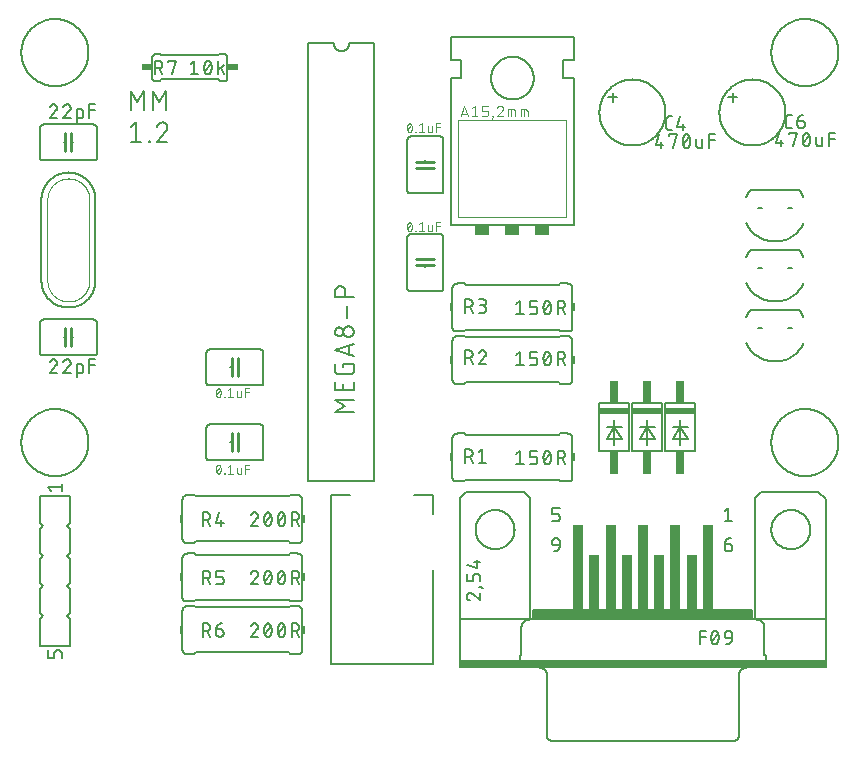
<source format=gbr>
G04 EAGLE Gerber RS-274X export*
G75*
%MOMM*%
%FSLAX34Y34*%
%LPD*%
%INSilkscreen Top*%
%IPPOS*%
%AMOC8*
5,1,8,0,0,1.08239X$1,22.5*%
G01*
%ADD10C,0.152400*%
%ADD11C,0.254000*%
%ADD12C,0.127000*%
%ADD13R,2.540000X0.508000*%
%ADD14R,0.762000X1.905000*%
%ADD15C,0.050800*%
%ADD16C,0.101600*%
%ADD17R,1.270000X0.889000*%
%ADD18C,0.177800*%
%ADD19C,0.203200*%
%ADD20R,0.279400X0.762000*%
%ADD21R,0.863600X0.609600*%
%ADD22R,18.542000X0.762000*%
%ADD23R,30.988000X0.508000*%
%ADD24R,0.812800X7.239000*%
%ADD25R,0.812800X4.699000*%
%ADD26C,0.076200*%


D10*
X632002Y190500D02*
X632011Y191197D01*
X632036Y191893D01*
X632079Y192589D01*
X632139Y193283D01*
X632216Y193976D01*
X632309Y194667D01*
X632420Y195355D01*
X632548Y196040D01*
X632692Y196722D01*
X632853Y197400D01*
X633031Y198074D01*
X633225Y198744D01*
X633435Y199408D01*
X633662Y200067D01*
X633905Y200720D01*
X634164Y201367D01*
X634438Y202008D01*
X634729Y202642D01*
X635034Y203268D01*
X635355Y203887D01*
X635691Y204497D01*
X636042Y205099D01*
X636408Y205693D01*
X636788Y206277D01*
X637182Y206852D01*
X637591Y207417D01*
X638013Y207971D01*
X638448Y208516D01*
X638897Y209049D01*
X639358Y209571D01*
X639833Y210082D01*
X640320Y210580D01*
X640818Y211067D01*
X641329Y211542D01*
X641851Y212003D01*
X642384Y212452D01*
X642929Y212887D01*
X643483Y213309D01*
X644048Y213718D01*
X644623Y214112D01*
X645207Y214492D01*
X645801Y214858D01*
X646403Y215209D01*
X647013Y215545D01*
X647632Y215866D01*
X648258Y216171D01*
X648892Y216462D01*
X649533Y216736D01*
X650180Y216995D01*
X650833Y217238D01*
X651492Y217465D01*
X652156Y217675D01*
X652826Y217869D01*
X653500Y218047D01*
X654178Y218208D01*
X654860Y218352D01*
X655545Y218480D01*
X656233Y218591D01*
X656924Y218684D01*
X657617Y218761D01*
X658311Y218821D01*
X659007Y218864D01*
X659703Y218889D01*
X660400Y218898D01*
X661097Y218889D01*
X661793Y218864D01*
X662489Y218821D01*
X663183Y218761D01*
X663876Y218684D01*
X664567Y218591D01*
X665255Y218480D01*
X665940Y218352D01*
X666622Y218208D01*
X667300Y218047D01*
X667974Y217869D01*
X668644Y217675D01*
X669308Y217465D01*
X669967Y217238D01*
X670620Y216995D01*
X671267Y216736D01*
X671908Y216462D01*
X672542Y216171D01*
X673168Y215866D01*
X673787Y215545D01*
X674397Y215209D01*
X674999Y214858D01*
X675593Y214492D01*
X676177Y214112D01*
X676752Y213718D01*
X677317Y213309D01*
X677871Y212887D01*
X678416Y212452D01*
X678949Y212003D01*
X679471Y211542D01*
X679982Y211067D01*
X680480Y210580D01*
X680967Y210082D01*
X681442Y209571D01*
X681903Y209049D01*
X682352Y208516D01*
X682787Y207971D01*
X683209Y207417D01*
X683618Y206852D01*
X684012Y206277D01*
X684392Y205693D01*
X684758Y205099D01*
X685109Y204497D01*
X685445Y203887D01*
X685766Y203268D01*
X686071Y202642D01*
X686362Y202008D01*
X686636Y201367D01*
X686895Y200720D01*
X687138Y200067D01*
X687365Y199408D01*
X687575Y198744D01*
X687769Y198074D01*
X687947Y197400D01*
X688108Y196722D01*
X688252Y196040D01*
X688380Y195355D01*
X688491Y194667D01*
X688584Y193976D01*
X688661Y193283D01*
X688721Y192589D01*
X688764Y191893D01*
X688789Y191197D01*
X688798Y190500D01*
X688789Y189803D01*
X688764Y189107D01*
X688721Y188411D01*
X688661Y187717D01*
X688584Y187024D01*
X688491Y186333D01*
X688380Y185645D01*
X688252Y184960D01*
X688108Y184278D01*
X687947Y183600D01*
X687769Y182926D01*
X687575Y182256D01*
X687365Y181592D01*
X687138Y180933D01*
X686895Y180280D01*
X686636Y179633D01*
X686362Y178992D01*
X686071Y178358D01*
X685766Y177732D01*
X685445Y177113D01*
X685109Y176503D01*
X684758Y175901D01*
X684392Y175307D01*
X684012Y174723D01*
X683618Y174148D01*
X683209Y173583D01*
X682787Y173029D01*
X682352Y172484D01*
X681903Y171951D01*
X681442Y171429D01*
X680967Y170918D01*
X680480Y170420D01*
X679982Y169933D01*
X679471Y169458D01*
X678949Y168997D01*
X678416Y168548D01*
X677871Y168113D01*
X677317Y167691D01*
X676752Y167282D01*
X676177Y166888D01*
X675593Y166508D01*
X674999Y166142D01*
X674397Y165791D01*
X673787Y165455D01*
X673168Y165134D01*
X672542Y164829D01*
X671908Y164538D01*
X671267Y164264D01*
X670620Y164005D01*
X669967Y163762D01*
X669308Y163535D01*
X668644Y163325D01*
X667974Y163131D01*
X667300Y162953D01*
X666622Y162792D01*
X665940Y162648D01*
X665255Y162520D01*
X664567Y162409D01*
X663876Y162316D01*
X663183Y162239D01*
X662489Y162179D01*
X661793Y162136D01*
X661097Y162111D01*
X660400Y162102D01*
X659703Y162111D01*
X659007Y162136D01*
X658311Y162179D01*
X657617Y162239D01*
X656924Y162316D01*
X656233Y162409D01*
X655545Y162520D01*
X654860Y162648D01*
X654178Y162792D01*
X653500Y162953D01*
X652826Y163131D01*
X652156Y163325D01*
X651492Y163535D01*
X650833Y163762D01*
X650180Y164005D01*
X649533Y164264D01*
X648892Y164538D01*
X648258Y164829D01*
X647632Y165134D01*
X647013Y165455D01*
X646403Y165791D01*
X645801Y166142D01*
X645207Y166508D01*
X644623Y166888D01*
X644048Y167282D01*
X643483Y167691D01*
X642929Y168113D01*
X642384Y168548D01*
X641851Y168997D01*
X641329Y169458D01*
X640818Y169933D01*
X640320Y170420D01*
X639833Y170918D01*
X639358Y171429D01*
X638897Y171951D01*
X638448Y172484D01*
X638013Y173029D01*
X637591Y173583D01*
X637182Y174148D01*
X636788Y174723D01*
X636408Y175307D01*
X636042Y175901D01*
X635691Y176503D01*
X635355Y177113D01*
X635034Y177732D01*
X634729Y178358D01*
X634438Y178992D01*
X634164Y179633D01*
X633905Y180280D01*
X633662Y180933D01*
X633435Y181592D01*
X633225Y182256D01*
X633031Y182926D01*
X632853Y183600D01*
X632692Y184278D01*
X632548Y184960D01*
X632420Y185645D01*
X632309Y186333D01*
X632216Y187024D01*
X632139Y187717D01*
X632079Y188411D01*
X632036Y189107D01*
X632011Y189803D01*
X632002Y190500D01*
X632002Y520700D02*
X632011Y521397D01*
X632036Y522093D01*
X632079Y522789D01*
X632139Y523483D01*
X632216Y524176D01*
X632309Y524867D01*
X632420Y525555D01*
X632548Y526240D01*
X632692Y526922D01*
X632853Y527600D01*
X633031Y528274D01*
X633225Y528944D01*
X633435Y529608D01*
X633662Y530267D01*
X633905Y530920D01*
X634164Y531567D01*
X634438Y532208D01*
X634729Y532842D01*
X635034Y533468D01*
X635355Y534087D01*
X635691Y534697D01*
X636042Y535299D01*
X636408Y535893D01*
X636788Y536477D01*
X637182Y537052D01*
X637591Y537617D01*
X638013Y538171D01*
X638448Y538716D01*
X638897Y539249D01*
X639358Y539771D01*
X639833Y540282D01*
X640320Y540780D01*
X640818Y541267D01*
X641329Y541742D01*
X641851Y542203D01*
X642384Y542652D01*
X642929Y543087D01*
X643483Y543509D01*
X644048Y543918D01*
X644623Y544312D01*
X645207Y544692D01*
X645801Y545058D01*
X646403Y545409D01*
X647013Y545745D01*
X647632Y546066D01*
X648258Y546371D01*
X648892Y546662D01*
X649533Y546936D01*
X650180Y547195D01*
X650833Y547438D01*
X651492Y547665D01*
X652156Y547875D01*
X652826Y548069D01*
X653500Y548247D01*
X654178Y548408D01*
X654860Y548552D01*
X655545Y548680D01*
X656233Y548791D01*
X656924Y548884D01*
X657617Y548961D01*
X658311Y549021D01*
X659007Y549064D01*
X659703Y549089D01*
X660400Y549098D01*
X661097Y549089D01*
X661793Y549064D01*
X662489Y549021D01*
X663183Y548961D01*
X663876Y548884D01*
X664567Y548791D01*
X665255Y548680D01*
X665940Y548552D01*
X666622Y548408D01*
X667300Y548247D01*
X667974Y548069D01*
X668644Y547875D01*
X669308Y547665D01*
X669967Y547438D01*
X670620Y547195D01*
X671267Y546936D01*
X671908Y546662D01*
X672542Y546371D01*
X673168Y546066D01*
X673787Y545745D01*
X674397Y545409D01*
X674999Y545058D01*
X675593Y544692D01*
X676177Y544312D01*
X676752Y543918D01*
X677317Y543509D01*
X677871Y543087D01*
X678416Y542652D01*
X678949Y542203D01*
X679471Y541742D01*
X679982Y541267D01*
X680480Y540780D01*
X680967Y540282D01*
X681442Y539771D01*
X681903Y539249D01*
X682352Y538716D01*
X682787Y538171D01*
X683209Y537617D01*
X683618Y537052D01*
X684012Y536477D01*
X684392Y535893D01*
X684758Y535299D01*
X685109Y534697D01*
X685445Y534087D01*
X685766Y533468D01*
X686071Y532842D01*
X686362Y532208D01*
X686636Y531567D01*
X686895Y530920D01*
X687138Y530267D01*
X687365Y529608D01*
X687575Y528944D01*
X687769Y528274D01*
X687947Y527600D01*
X688108Y526922D01*
X688252Y526240D01*
X688380Y525555D01*
X688491Y524867D01*
X688584Y524176D01*
X688661Y523483D01*
X688721Y522789D01*
X688764Y522093D01*
X688789Y521397D01*
X688798Y520700D01*
X688789Y520003D01*
X688764Y519307D01*
X688721Y518611D01*
X688661Y517917D01*
X688584Y517224D01*
X688491Y516533D01*
X688380Y515845D01*
X688252Y515160D01*
X688108Y514478D01*
X687947Y513800D01*
X687769Y513126D01*
X687575Y512456D01*
X687365Y511792D01*
X687138Y511133D01*
X686895Y510480D01*
X686636Y509833D01*
X686362Y509192D01*
X686071Y508558D01*
X685766Y507932D01*
X685445Y507313D01*
X685109Y506703D01*
X684758Y506101D01*
X684392Y505507D01*
X684012Y504923D01*
X683618Y504348D01*
X683209Y503783D01*
X682787Y503229D01*
X682352Y502684D01*
X681903Y502151D01*
X681442Y501629D01*
X680967Y501118D01*
X680480Y500620D01*
X679982Y500133D01*
X679471Y499658D01*
X678949Y499197D01*
X678416Y498748D01*
X677871Y498313D01*
X677317Y497891D01*
X676752Y497482D01*
X676177Y497088D01*
X675593Y496708D01*
X674999Y496342D01*
X674397Y495991D01*
X673787Y495655D01*
X673168Y495334D01*
X672542Y495029D01*
X671908Y494738D01*
X671267Y494464D01*
X670620Y494205D01*
X669967Y493962D01*
X669308Y493735D01*
X668644Y493525D01*
X667974Y493331D01*
X667300Y493153D01*
X666622Y492992D01*
X665940Y492848D01*
X665255Y492720D01*
X664567Y492609D01*
X663876Y492516D01*
X663183Y492439D01*
X662489Y492379D01*
X661793Y492336D01*
X661097Y492311D01*
X660400Y492302D01*
X659703Y492311D01*
X659007Y492336D01*
X658311Y492379D01*
X657617Y492439D01*
X656924Y492516D01*
X656233Y492609D01*
X655545Y492720D01*
X654860Y492848D01*
X654178Y492992D01*
X653500Y493153D01*
X652826Y493331D01*
X652156Y493525D01*
X651492Y493735D01*
X650833Y493962D01*
X650180Y494205D01*
X649533Y494464D01*
X648892Y494738D01*
X648258Y495029D01*
X647632Y495334D01*
X647013Y495655D01*
X646403Y495991D01*
X645801Y496342D01*
X645207Y496708D01*
X644623Y497088D01*
X644048Y497482D01*
X643483Y497891D01*
X642929Y498313D01*
X642384Y498748D01*
X641851Y499197D01*
X641329Y499658D01*
X640818Y500133D01*
X640320Y500620D01*
X639833Y501118D01*
X639358Y501629D01*
X638897Y502151D01*
X638448Y502684D01*
X638013Y503229D01*
X637591Y503783D01*
X637182Y504348D01*
X636788Y504923D01*
X636408Y505507D01*
X636042Y506101D01*
X635691Y506703D01*
X635355Y507313D01*
X635034Y507932D01*
X634729Y508558D01*
X634438Y509192D01*
X634164Y509833D01*
X633905Y510480D01*
X633662Y511133D01*
X633435Y511792D01*
X633225Y512456D01*
X633031Y513126D01*
X632853Y513800D01*
X632692Y514478D01*
X632548Y515160D01*
X632420Y515845D01*
X632309Y516533D01*
X632216Y517224D01*
X632139Y517917D01*
X632079Y518611D01*
X632036Y519307D01*
X632011Y520003D01*
X632002Y520700D01*
X-2998Y520700D02*
X-2989Y521397D01*
X-2964Y522093D01*
X-2921Y522789D01*
X-2861Y523483D01*
X-2784Y524176D01*
X-2691Y524867D01*
X-2580Y525555D01*
X-2452Y526240D01*
X-2308Y526922D01*
X-2147Y527600D01*
X-1969Y528274D01*
X-1775Y528944D01*
X-1565Y529608D01*
X-1338Y530267D01*
X-1095Y530920D01*
X-836Y531567D01*
X-562Y532208D01*
X-271Y532842D01*
X34Y533468D01*
X355Y534087D01*
X691Y534697D01*
X1042Y535299D01*
X1408Y535893D01*
X1788Y536477D01*
X2182Y537052D01*
X2591Y537617D01*
X3013Y538171D01*
X3448Y538716D01*
X3897Y539249D01*
X4358Y539771D01*
X4833Y540282D01*
X5320Y540780D01*
X5818Y541267D01*
X6329Y541742D01*
X6851Y542203D01*
X7384Y542652D01*
X7929Y543087D01*
X8483Y543509D01*
X9048Y543918D01*
X9623Y544312D01*
X10207Y544692D01*
X10801Y545058D01*
X11403Y545409D01*
X12013Y545745D01*
X12632Y546066D01*
X13258Y546371D01*
X13892Y546662D01*
X14533Y546936D01*
X15180Y547195D01*
X15833Y547438D01*
X16492Y547665D01*
X17156Y547875D01*
X17826Y548069D01*
X18500Y548247D01*
X19178Y548408D01*
X19860Y548552D01*
X20545Y548680D01*
X21233Y548791D01*
X21924Y548884D01*
X22617Y548961D01*
X23311Y549021D01*
X24007Y549064D01*
X24703Y549089D01*
X25400Y549098D01*
X26097Y549089D01*
X26793Y549064D01*
X27489Y549021D01*
X28183Y548961D01*
X28876Y548884D01*
X29567Y548791D01*
X30255Y548680D01*
X30940Y548552D01*
X31622Y548408D01*
X32300Y548247D01*
X32974Y548069D01*
X33644Y547875D01*
X34308Y547665D01*
X34967Y547438D01*
X35620Y547195D01*
X36267Y546936D01*
X36908Y546662D01*
X37542Y546371D01*
X38168Y546066D01*
X38787Y545745D01*
X39397Y545409D01*
X39999Y545058D01*
X40593Y544692D01*
X41177Y544312D01*
X41752Y543918D01*
X42317Y543509D01*
X42871Y543087D01*
X43416Y542652D01*
X43949Y542203D01*
X44471Y541742D01*
X44982Y541267D01*
X45480Y540780D01*
X45967Y540282D01*
X46442Y539771D01*
X46903Y539249D01*
X47352Y538716D01*
X47787Y538171D01*
X48209Y537617D01*
X48618Y537052D01*
X49012Y536477D01*
X49392Y535893D01*
X49758Y535299D01*
X50109Y534697D01*
X50445Y534087D01*
X50766Y533468D01*
X51071Y532842D01*
X51362Y532208D01*
X51636Y531567D01*
X51895Y530920D01*
X52138Y530267D01*
X52365Y529608D01*
X52575Y528944D01*
X52769Y528274D01*
X52947Y527600D01*
X53108Y526922D01*
X53252Y526240D01*
X53380Y525555D01*
X53491Y524867D01*
X53584Y524176D01*
X53661Y523483D01*
X53721Y522789D01*
X53764Y522093D01*
X53789Y521397D01*
X53798Y520700D01*
X53789Y520003D01*
X53764Y519307D01*
X53721Y518611D01*
X53661Y517917D01*
X53584Y517224D01*
X53491Y516533D01*
X53380Y515845D01*
X53252Y515160D01*
X53108Y514478D01*
X52947Y513800D01*
X52769Y513126D01*
X52575Y512456D01*
X52365Y511792D01*
X52138Y511133D01*
X51895Y510480D01*
X51636Y509833D01*
X51362Y509192D01*
X51071Y508558D01*
X50766Y507932D01*
X50445Y507313D01*
X50109Y506703D01*
X49758Y506101D01*
X49392Y505507D01*
X49012Y504923D01*
X48618Y504348D01*
X48209Y503783D01*
X47787Y503229D01*
X47352Y502684D01*
X46903Y502151D01*
X46442Y501629D01*
X45967Y501118D01*
X45480Y500620D01*
X44982Y500133D01*
X44471Y499658D01*
X43949Y499197D01*
X43416Y498748D01*
X42871Y498313D01*
X42317Y497891D01*
X41752Y497482D01*
X41177Y497088D01*
X40593Y496708D01*
X39999Y496342D01*
X39397Y495991D01*
X38787Y495655D01*
X38168Y495334D01*
X37542Y495029D01*
X36908Y494738D01*
X36267Y494464D01*
X35620Y494205D01*
X34967Y493962D01*
X34308Y493735D01*
X33644Y493525D01*
X32974Y493331D01*
X32300Y493153D01*
X31622Y492992D01*
X30940Y492848D01*
X30255Y492720D01*
X29567Y492609D01*
X28876Y492516D01*
X28183Y492439D01*
X27489Y492379D01*
X26793Y492336D01*
X26097Y492311D01*
X25400Y492302D01*
X24703Y492311D01*
X24007Y492336D01*
X23311Y492379D01*
X22617Y492439D01*
X21924Y492516D01*
X21233Y492609D01*
X20545Y492720D01*
X19860Y492848D01*
X19178Y492992D01*
X18500Y493153D01*
X17826Y493331D01*
X17156Y493525D01*
X16492Y493735D01*
X15833Y493962D01*
X15180Y494205D01*
X14533Y494464D01*
X13892Y494738D01*
X13258Y495029D01*
X12632Y495334D01*
X12013Y495655D01*
X11403Y495991D01*
X10801Y496342D01*
X10207Y496708D01*
X9623Y497088D01*
X9048Y497482D01*
X8483Y497891D01*
X7929Y498313D01*
X7384Y498748D01*
X6851Y499197D01*
X6329Y499658D01*
X5818Y500133D01*
X5320Y500620D01*
X4833Y501118D01*
X4358Y501629D01*
X3897Y502151D01*
X3448Y502684D01*
X3013Y503229D01*
X2591Y503783D01*
X2182Y504348D01*
X1788Y504923D01*
X1408Y505507D01*
X1042Y506101D01*
X691Y506703D01*
X355Y507313D01*
X34Y507932D01*
X-271Y508558D01*
X-562Y509192D01*
X-836Y509833D01*
X-1095Y510480D01*
X-1338Y511133D01*
X-1565Y511792D01*
X-1775Y512456D01*
X-1969Y513126D01*
X-2147Y513800D01*
X-2308Y514478D01*
X-2452Y515160D01*
X-2580Y515845D01*
X-2691Y516533D01*
X-2784Y517224D01*
X-2861Y517917D01*
X-2921Y518611D01*
X-2964Y519307D01*
X-2989Y520003D01*
X-2998Y520700D01*
X-2998Y190500D02*
X-2989Y191197D01*
X-2964Y191893D01*
X-2921Y192589D01*
X-2861Y193283D01*
X-2784Y193976D01*
X-2691Y194667D01*
X-2580Y195355D01*
X-2452Y196040D01*
X-2308Y196722D01*
X-2147Y197400D01*
X-1969Y198074D01*
X-1775Y198744D01*
X-1565Y199408D01*
X-1338Y200067D01*
X-1095Y200720D01*
X-836Y201367D01*
X-562Y202008D01*
X-271Y202642D01*
X34Y203268D01*
X355Y203887D01*
X691Y204497D01*
X1042Y205099D01*
X1408Y205693D01*
X1788Y206277D01*
X2182Y206852D01*
X2591Y207417D01*
X3013Y207971D01*
X3448Y208516D01*
X3897Y209049D01*
X4358Y209571D01*
X4833Y210082D01*
X5320Y210580D01*
X5818Y211067D01*
X6329Y211542D01*
X6851Y212003D01*
X7384Y212452D01*
X7929Y212887D01*
X8483Y213309D01*
X9048Y213718D01*
X9623Y214112D01*
X10207Y214492D01*
X10801Y214858D01*
X11403Y215209D01*
X12013Y215545D01*
X12632Y215866D01*
X13258Y216171D01*
X13892Y216462D01*
X14533Y216736D01*
X15180Y216995D01*
X15833Y217238D01*
X16492Y217465D01*
X17156Y217675D01*
X17826Y217869D01*
X18500Y218047D01*
X19178Y218208D01*
X19860Y218352D01*
X20545Y218480D01*
X21233Y218591D01*
X21924Y218684D01*
X22617Y218761D01*
X23311Y218821D01*
X24007Y218864D01*
X24703Y218889D01*
X25400Y218898D01*
X26097Y218889D01*
X26793Y218864D01*
X27489Y218821D01*
X28183Y218761D01*
X28876Y218684D01*
X29567Y218591D01*
X30255Y218480D01*
X30940Y218352D01*
X31622Y218208D01*
X32300Y218047D01*
X32974Y217869D01*
X33644Y217675D01*
X34308Y217465D01*
X34967Y217238D01*
X35620Y216995D01*
X36267Y216736D01*
X36908Y216462D01*
X37542Y216171D01*
X38168Y215866D01*
X38787Y215545D01*
X39397Y215209D01*
X39999Y214858D01*
X40593Y214492D01*
X41177Y214112D01*
X41752Y213718D01*
X42317Y213309D01*
X42871Y212887D01*
X43416Y212452D01*
X43949Y212003D01*
X44471Y211542D01*
X44982Y211067D01*
X45480Y210580D01*
X45967Y210082D01*
X46442Y209571D01*
X46903Y209049D01*
X47352Y208516D01*
X47787Y207971D01*
X48209Y207417D01*
X48618Y206852D01*
X49012Y206277D01*
X49392Y205693D01*
X49758Y205099D01*
X50109Y204497D01*
X50445Y203887D01*
X50766Y203268D01*
X51071Y202642D01*
X51362Y202008D01*
X51636Y201367D01*
X51895Y200720D01*
X52138Y200067D01*
X52365Y199408D01*
X52575Y198744D01*
X52769Y198074D01*
X52947Y197400D01*
X53108Y196722D01*
X53252Y196040D01*
X53380Y195355D01*
X53491Y194667D01*
X53584Y193976D01*
X53661Y193283D01*
X53721Y192589D01*
X53764Y191893D01*
X53789Y191197D01*
X53798Y190500D01*
X53789Y189803D01*
X53764Y189107D01*
X53721Y188411D01*
X53661Y187717D01*
X53584Y187024D01*
X53491Y186333D01*
X53380Y185645D01*
X53252Y184960D01*
X53108Y184278D01*
X52947Y183600D01*
X52769Y182926D01*
X52575Y182256D01*
X52365Y181592D01*
X52138Y180933D01*
X51895Y180280D01*
X51636Y179633D01*
X51362Y178992D01*
X51071Y178358D01*
X50766Y177732D01*
X50445Y177113D01*
X50109Y176503D01*
X49758Y175901D01*
X49392Y175307D01*
X49012Y174723D01*
X48618Y174148D01*
X48209Y173583D01*
X47787Y173029D01*
X47352Y172484D01*
X46903Y171951D01*
X46442Y171429D01*
X45967Y170918D01*
X45480Y170420D01*
X44982Y169933D01*
X44471Y169458D01*
X43949Y168997D01*
X43416Y168548D01*
X42871Y168113D01*
X42317Y167691D01*
X41752Y167282D01*
X41177Y166888D01*
X40593Y166508D01*
X39999Y166142D01*
X39397Y165791D01*
X38787Y165455D01*
X38168Y165134D01*
X37542Y164829D01*
X36908Y164538D01*
X36267Y164264D01*
X35620Y164005D01*
X34967Y163762D01*
X34308Y163535D01*
X33644Y163325D01*
X32974Y163131D01*
X32300Y162953D01*
X31622Y162792D01*
X30940Y162648D01*
X30255Y162520D01*
X29567Y162409D01*
X28876Y162316D01*
X28183Y162239D01*
X27489Y162179D01*
X26793Y162136D01*
X26097Y162111D01*
X25400Y162102D01*
X24703Y162111D01*
X24007Y162136D01*
X23311Y162179D01*
X22617Y162239D01*
X21924Y162316D01*
X21233Y162409D01*
X20545Y162520D01*
X19860Y162648D01*
X19178Y162792D01*
X18500Y162953D01*
X17826Y163131D01*
X17156Y163325D01*
X16492Y163535D01*
X15833Y163762D01*
X15180Y164005D01*
X14533Y164264D01*
X13892Y164538D01*
X13258Y164829D01*
X12632Y165134D01*
X12013Y165455D01*
X11403Y165791D01*
X10801Y166142D01*
X10207Y166508D01*
X9623Y166888D01*
X9048Y167282D01*
X8483Y167691D01*
X7929Y168113D01*
X7384Y168548D01*
X6851Y168997D01*
X6329Y169458D01*
X5818Y169933D01*
X5320Y170420D01*
X4833Y170918D01*
X4358Y171429D01*
X3897Y171951D01*
X3448Y172484D01*
X3013Y173029D01*
X2591Y173583D01*
X2182Y174148D01*
X1788Y174723D01*
X1408Y175307D01*
X1042Y175901D01*
X691Y176503D01*
X355Y177113D01*
X34Y177732D01*
X-271Y178358D01*
X-562Y178992D01*
X-836Y179633D01*
X-1095Y180280D01*
X-1338Y180933D01*
X-1565Y181592D01*
X-1775Y182256D01*
X-1969Y182926D01*
X-2147Y183600D01*
X-2308Y184278D01*
X-2452Y184960D01*
X-2580Y185645D01*
X-2691Y186333D01*
X-2784Y187024D01*
X-2861Y187717D01*
X-2921Y188411D01*
X-2964Y189107D01*
X-2989Y189803D01*
X-2998Y190500D01*
X89662Y471932D02*
X89662Y488188D01*
X95081Y479157D01*
X100499Y488188D01*
X100499Y471932D01*
X108420Y471932D02*
X108420Y488188D01*
X113838Y479157D01*
X119257Y488188D01*
X119257Y471932D01*
X94178Y461518D02*
X89662Y457906D01*
X94178Y461518D02*
X94178Y445262D01*
X98693Y445262D02*
X89662Y445262D01*
X104668Y445262D02*
X104668Y446165D01*
X105571Y446165D01*
X105571Y445262D01*
X104668Y445262D01*
X120577Y457454D02*
X120575Y457579D01*
X120569Y457704D01*
X120560Y457829D01*
X120546Y457953D01*
X120529Y458077D01*
X120508Y458201D01*
X120483Y458323D01*
X120454Y458445D01*
X120422Y458566D01*
X120386Y458686D01*
X120346Y458805D01*
X120303Y458922D01*
X120256Y459038D01*
X120205Y459153D01*
X120151Y459265D01*
X120093Y459377D01*
X120033Y459486D01*
X119968Y459593D01*
X119901Y459699D01*
X119830Y459802D01*
X119756Y459903D01*
X119679Y460002D01*
X119599Y460098D01*
X119516Y460192D01*
X119431Y460283D01*
X119342Y460372D01*
X119251Y460457D01*
X119157Y460540D01*
X119061Y460620D01*
X118962Y460697D01*
X118861Y460771D01*
X118758Y460842D01*
X118652Y460909D01*
X118545Y460974D01*
X118436Y461034D01*
X118324Y461092D01*
X118212Y461146D01*
X118097Y461197D01*
X117981Y461244D01*
X117864Y461287D01*
X117745Y461327D01*
X117625Y461363D01*
X117504Y461395D01*
X117382Y461424D01*
X117260Y461449D01*
X117136Y461470D01*
X117012Y461487D01*
X116888Y461501D01*
X116763Y461510D01*
X116638Y461516D01*
X116513Y461518D01*
X116370Y461516D01*
X116228Y461510D01*
X116085Y461500D01*
X115943Y461487D01*
X115802Y461469D01*
X115660Y461448D01*
X115520Y461423D01*
X115380Y461394D01*
X115241Y461361D01*
X115103Y461324D01*
X114966Y461284D01*
X114831Y461240D01*
X114696Y461192D01*
X114563Y461140D01*
X114431Y461085D01*
X114301Y461026D01*
X114173Y460964D01*
X114046Y460898D01*
X113921Y460829D01*
X113798Y460757D01*
X113678Y460681D01*
X113559Y460602D01*
X113442Y460519D01*
X113328Y460434D01*
X113216Y460345D01*
X113107Y460254D01*
X113000Y460159D01*
X112895Y460062D01*
X112794Y459961D01*
X112695Y459858D01*
X112599Y459753D01*
X112506Y459644D01*
X112416Y459533D01*
X112329Y459420D01*
X112245Y459305D01*
X112165Y459187D01*
X112087Y459067D01*
X112013Y458945D01*
X111943Y458821D01*
X111875Y458695D01*
X111812Y458567D01*
X111751Y458438D01*
X111694Y458307D01*
X111641Y458175D01*
X111592Y458041D01*
X111546Y457906D01*
X119222Y454293D02*
X119316Y454385D01*
X119406Y454479D01*
X119494Y454576D01*
X119579Y454676D01*
X119661Y454778D01*
X119740Y454883D01*
X119815Y454990D01*
X119887Y455099D01*
X119956Y455210D01*
X120022Y455324D01*
X120084Y455439D01*
X120143Y455556D01*
X120198Y455675D01*
X120249Y455795D01*
X120297Y455917D01*
X120342Y456040D01*
X120382Y456164D01*
X120419Y456290D01*
X120452Y456417D01*
X120481Y456544D01*
X120507Y456673D01*
X120528Y456802D01*
X120546Y456932D01*
X120559Y457062D01*
X120569Y457192D01*
X120575Y457323D01*
X120577Y457454D01*
X119222Y454293D02*
X111546Y445262D01*
X120577Y445262D01*
X58420Y459740D02*
X15240Y459740D01*
X15240Y429260D02*
X58420Y429260D01*
X60960Y431800D02*
X60960Y457200D01*
X12700Y457200D02*
X12700Y431800D01*
X58420Y459740D02*
X58520Y459738D01*
X58619Y459732D01*
X58719Y459722D01*
X58817Y459709D01*
X58916Y459691D01*
X59013Y459670D01*
X59109Y459645D01*
X59205Y459616D01*
X59299Y459583D01*
X59392Y459547D01*
X59483Y459507D01*
X59573Y459463D01*
X59661Y459416D01*
X59747Y459366D01*
X59831Y459312D01*
X59913Y459255D01*
X59992Y459195D01*
X60070Y459131D01*
X60144Y459065D01*
X60216Y458996D01*
X60285Y458924D01*
X60351Y458850D01*
X60415Y458772D01*
X60475Y458693D01*
X60532Y458611D01*
X60586Y458527D01*
X60636Y458441D01*
X60683Y458353D01*
X60727Y458263D01*
X60767Y458172D01*
X60803Y458079D01*
X60836Y457985D01*
X60865Y457889D01*
X60890Y457793D01*
X60911Y457696D01*
X60929Y457597D01*
X60942Y457499D01*
X60952Y457399D01*
X60958Y457300D01*
X60960Y457200D01*
X15240Y459740D02*
X15140Y459738D01*
X15041Y459732D01*
X14941Y459722D01*
X14843Y459709D01*
X14744Y459691D01*
X14647Y459670D01*
X14551Y459645D01*
X14455Y459616D01*
X14361Y459583D01*
X14268Y459547D01*
X14177Y459507D01*
X14087Y459463D01*
X13999Y459416D01*
X13913Y459366D01*
X13829Y459312D01*
X13747Y459255D01*
X13668Y459195D01*
X13590Y459131D01*
X13516Y459065D01*
X13444Y458996D01*
X13375Y458924D01*
X13309Y458850D01*
X13245Y458772D01*
X13185Y458693D01*
X13128Y458611D01*
X13074Y458527D01*
X13024Y458441D01*
X12977Y458353D01*
X12933Y458263D01*
X12893Y458172D01*
X12857Y458079D01*
X12824Y457985D01*
X12795Y457889D01*
X12770Y457793D01*
X12749Y457696D01*
X12731Y457597D01*
X12718Y457499D01*
X12708Y457399D01*
X12702Y457300D01*
X12700Y457200D01*
X58420Y429260D02*
X58520Y429262D01*
X58619Y429268D01*
X58719Y429278D01*
X58817Y429291D01*
X58916Y429309D01*
X59013Y429330D01*
X59109Y429355D01*
X59205Y429384D01*
X59299Y429417D01*
X59392Y429453D01*
X59483Y429493D01*
X59573Y429537D01*
X59661Y429584D01*
X59747Y429634D01*
X59831Y429688D01*
X59913Y429745D01*
X59992Y429805D01*
X60070Y429869D01*
X60144Y429935D01*
X60216Y430004D01*
X60285Y430076D01*
X60351Y430150D01*
X60415Y430228D01*
X60475Y430307D01*
X60532Y430389D01*
X60586Y430473D01*
X60636Y430559D01*
X60683Y430647D01*
X60727Y430737D01*
X60767Y430828D01*
X60803Y430921D01*
X60836Y431015D01*
X60865Y431111D01*
X60890Y431207D01*
X60911Y431304D01*
X60929Y431403D01*
X60942Y431501D01*
X60952Y431601D01*
X60958Y431700D01*
X60960Y431800D01*
X15240Y429260D02*
X15140Y429262D01*
X15041Y429268D01*
X14941Y429278D01*
X14843Y429291D01*
X14744Y429309D01*
X14647Y429330D01*
X14551Y429355D01*
X14455Y429384D01*
X14361Y429417D01*
X14268Y429453D01*
X14177Y429493D01*
X14087Y429537D01*
X13999Y429584D01*
X13913Y429634D01*
X13829Y429688D01*
X13747Y429745D01*
X13668Y429805D01*
X13590Y429869D01*
X13516Y429935D01*
X13444Y430004D01*
X13375Y430076D01*
X13309Y430150D01*
X13245Y430228D01*
X13185Y430307D01*
X13128Y430389D01*
X13074Y430473D01*
X13024Y430559D01*
X12977Y430647D01*
X12933Y430737D01*
X12893Y430828D01*
X12857Y430921D01*
X12824Y431015D01*
X12795Y431111D01*
X12770Y431207D01*
X12749Y431304D01*
X12731Y431403D01*
X12718Y431501D01*
X12708Y431601D01*
X12702Y431700D01*
X12700Y431800D01*
X39370Y444500D02*
X40640Y444500D01*
D11*
X39370Y444500D02*
X39370Y452120D01*
X39370Y444500D02*
X39370Y436880D01*
X34290Y444500D02*
X34290Y452120D01*
X34290Y444500D02*
X34290Y436880D01*
D10*
X34290Y444500D02*
X33020Y444500D01*
D12*
X27306Y474028D02*
X27304Y474132D01*
X27298Y474237D01*
X27289Y474341D01*
X27276Y474444D01*
X27258Y474547D01*
X27238Y474649D01*
X27213Y474751D01*
X27185Y474851D01*
X27153Y474951D01*
X27117Y475049D01*
X27078Y475146D01*
X27036Y475241D01*
X26990Y475335D01*
X26940Y475427D01*
X26888Y475517D01*
X26832Y475605D01*
X26772Y475691D01*
X26710Y475775D01*
X26645Y475856D01*
X26577Y475935D01*
X26505Y476012D01*
X26432Y476085D01*
X26355Y476157D01*
X26276Y476225D01*
X26195Y476290D01*
X26111Y476352D01*
X26025Y476412D01*
X25937Y476468D01*
X25847Y476520D01*
X25755Y476570D01*
X25661Y476616D01*
X25566Y476658D01*
X25469Y476697D01*
X25371Y476733D01*
X25271Y476765D01*
X25171Y476793D01*
X25069Y476818D01*
X24967Y476838D01*
X24864Y476856D01*
X24761Y476869D01*
X24657Y476878D01*
X24552Y476884D01*
X24448Y476886D01*
X24448Y476885D02*
X24330Y476883D01*
X24211Y476877D01*
X24093Y476868D01*
X23976Y476855D01*
X23859Y476837D01*
X23742Y476817D01*
X23626Y476792D01*
X23511Y476764D01*
X23398Y476731D01*
X23285Y476696D01*
X23173Y476656D01*
X23063Y476614D01*
X22954Y476567D01*
X22846Y476517D01*
X22741Y476464D01*
X22637Y476407D01*
X22535Y476347D01*
X22435Y476284D01*
X22337Y476217D01*
X22241Y476148D01*
X22148Y476075D01*
X22057Y475999D01*
X21968Y475921D01*
X21882Y475839D01*
X21799Y475755D01*
X21718Y475669D01*
X21641Y475579D01*
X21566Y475488D01*
X21494Y475394D01*
X21425Y475297D01*
X21360Y475199D01*
X21297Y475098D01*
X21238Y474995D01*
X21182Y474891D01*
X21130Y474785D01*
X21081Y474677D01*
X21036Y474568D01*
X20994Y474457D01*
X20956Y474345D01*
X26353Y471806D02*
X26429Y471881D01*
X26504Y471960D01*
X26575Y472041D01*
X26644Y472125D01*
X26709Y472211D01*
X26771Y472299D01*
X26831Y472389D01*
X26887Y472481D01*
X26940Y472576D01*
X26989Y472672D01*
X27035Y472770D01*
X27078Y472869D01*
X27117Y472970D01*
X27152Y473072D01*
X27184Y473175D01*
X27212Y473279D01*
X27237Y473384D01*
X27258Y473491D01*
X27275Y473597D01*
X27288Y473704D01*
X27297Y473812D01*
X27303Y473920D01*
X27305Y474028D01*
X26353Y471805D02*
X20955Y465455D01*
X27305Y465455D01*
X38736Y474028D02*
X38734Y474132D01*
X38728Y474237D01*
X38719Y474341D01*
X38706Y474444D01*
X38688Y474547D01*
X38668Y474649D01*
X38643Y474751D01*
X38615Y474851D01*
X38583Y474951D01*
X38547Y475049D01*
X38508Y475146D01*
X38466Y475241D01*
X38420Y475335D01*
X38370Y475427D01*
X38318Y475517D01*
X38262Y475605D01*
X38202Y475691D01*
X38140Y475775D01*
X38075Y475856D01*
X38007Y475935D01*
X37935Y476012D01*
X37862Y476085D01*
X37785Y476157D01*
X37706Y476225D01*
X37625Y476290D01*
X37541Y476352D01*
X37455Y476412D01*
X37367Y476468D01*
X37277Y476520D01*
X37185Y476570D01*
X37091Y476616D01*
X36996Y476658D01*
X36899Y476697D01*
X36801Y476733D01*
X36701Y476765D01*
X36601Y476793D01*
X36499Y476818D01*
X36397Y476838D01*
X36294Y476856D01*
X36191Y476869D01*
X36087Y476878D01*
X35982Y476884D01*
X35878Y476886D01*
X35878Y476885D02*
X35760Y476883D01*
X35641Y476877D01*
X35523Y476868D01*
X35406Y476855D01*
X35289Y476837D01*
X35172Y476817D01*
X35056Y476792D01*
X34941Y476764D01*
X34828Y476731D01*
X34715Y476696D01*
X34603Y476656D01*
X34493Y476614D01*
X34384Y476567D01*
X34276Y476517D01*
X34171Y476464D01*
X34067Y476407D01*
X33965Y476347D01*
X33865Y476284D01*
X33767Y476217D01*
X33671Y476148D01*
X33578Y476075D01*
X33487Y475999D01*
X33398Y475921D01*
X33312Y475839D01*
X33229Y475755D01*
X33148Y475669D01*
X33071Y475579D01*
X32996Y475488D01*
X32924Y475394D01*
X32855Y475297D01*
X32790Y475199D01*
X32727Y475098D01*
X32668Y474995D01*
X32612Y474891D01*
X32560Y474785D01*
X32511Y474677D01*
X32466Y474568D01*
X32424Y474457D01*
X32386Y474345D01*
X37783Y471806D02*
X37859Y471881D01*
X37934Y471960D01*
X38005Y472041D01*
X38074Y472125D01*
X38139Y472211D01*
X38201Y472299D01*
X38261Y472389D01*
X38317Y472481D01*
X38370Y472576D01*
X38419Y472672D01*
X38465Y472770D01*
X38508Y472869D01*
X38547Y472970D01*
X38582Y473072D01*
X38614Y473175D01*
X38642Y473279D01*
X38667Y473384D01*
X38688Y473491D01*
X38705Y473597D01*
X38718Y473704D01*
X38727Y473812D01*
X38733Y473920D01*
X38735Y474028D01*
X37783Y471805D02*
X32385Y465455D01*
X38735Y465455D01*
X44135Y461645D02*
X44135Y473075D01*
X47310Y473075D01*
X47395Y473073D01*
X47481Y473067D01*
X47566Y473058D01*
X47650Y473044D01*
X47734Y473027D01*
X47817Y473006D01*
X47899Y472982D01*
X47979Y472954D01*
X48059Y472922D01*
X48137Y472886D01*
X48213Y472848D01*
X48287Y472805D01*
X48359Y472760D01*
X48430Y472711D01*
X48498Y472659D01*
X48563Y472605D01*
X48626Y472547D01*
X48687Y472486D01*
X48745Y472423D01*
X48799Y472358D01*
X48851Y472290D01*
X48900Y472219D01*
X48945Y472147D01*
X48988Y472073D01*
X49026Y471997D01*
X49062Y471919D01*
X49094Y471839D01*
X49122Y471759D01*
X49146Y471677D01*
X49167Y471594D01*
X49184Y471510D01*
X49198Y471426D01*
X49207Y471341D01*
X49213Y471255D01*
X49215Y471170D01*
X49215Y467360D01*
X49213Y467275D01*
X49207Y467189D01*
X49198Y467104D01*
X49184Y467020D01*
X49167Y466936D01*
X49146Y466853D01*
X49122Y466771D01*
X49094Y466691D01*
X49062Y466611D01*
X49026Y466533D01*
X48988Y466457D01*
X48945Y466383D01*
X48900Y466311D01*
X48851Y466240D01*
X48799Y466172D01*
X48745Y466107D01*
X48687Y466044D01*
X48626Y465983D01*
X48563Y465925D01*
X48498Y465871D01*
X48430Y465819D01*
X48359Y465770D01*
X48287Y465725D01*
X48213Y465682D01*
X48137Y465644D01*
X48059Y465608D01*
X47979Y465576D01*
X47899Y465548D01*
X47817Y465524D01*
X47734Y465503D01*
X47650Y465486D01*
X47566Y465472D01*
X47481Y465463D01*
X47395Y465457D01*
X47310Y465455D01*
X44135Y465455D01*
X54508Y465455D02*
X54508Y476885D01*
X59588Y476885D01*
X59588Y471805D02*
X54508Y471805D01*
D10*
X58420Y294640D02*
X15240Y294640D01*
X15240Y264160D02*
X58420Y264160D01*
X60960Y266700D02*
X60960Y292100D01*
X12700Y292100D02*
X12700Y266700D01*
X58420Y294640D02*
X58520Y294638D01*
X58619Y294632D01*
X58719Y294622D01*
X58817Y294609D01*
X58916Y294591D01*
X59013Y294570D01*
X59109Y294545D01*
X59205Y294516D01*
X59299Y294483D01*
X59392Y294447D01*
X59483Y294407D01*
X59573Y294363D01*
X59661Y294316D01*
X59747Y294266D01*
X59831Y294212D01*
X59913Y294155D01*
X59992Y294095D01*
X60070Y294031D01*
X60144Y293965D01*
X60216Y293896D01*
X60285Y293824D01*
X60351Y293750D01*
X60415Y293672D01*
X60475Y293593D01*
X60532Y293511D01*
X60586Y293427D01*
X60636Y293341D01*
X60683Y293253D01*
X60727Y293163D01*
X60767Y293072D01*
X60803Y292979D01*
X60836Y292885D01*
X60865Y292789D01*
X60890Y292693D01*
X60911Y292596D01*
X60929Y292497D01*
X60942Y292399D01*
X60952Y292299D01*
X60958Y292200D01*
X60960Y292100D01*
X15240Y294640D02*
X15140Y294638D01*
X15041Y294632D01*
X14941Y294622D01*
X14843Y294609D01*
X14744Y294591D01*
X14647Y294570D01*
X14551Y294545D01*
X14455Y294516D01*
X14361Y294483D01*
X14268Y294447D01*
X14177Y294407D01*
X14087Y294363D01*
X13999Y294316D01*
X13913Y294266D01*
X13829Y294212D01*
X13747Y294155D01*
X13668Y294095D01*
X13590Y294031D01*
X13516Y293965D01*
X13444Y293896D01*
X13375Y293824D01*
X13309Y293750D01*
X13245Y293672D01*
X13185Y293593D01*
X13128Y293511D01*
X13074Y293427D01*
X13024Y293341D01*
X12977Y293253D01*
X12933Y293163D01*
X12893Y293072D01*
X12857Y292979D01*
X12824Y292885D01*
X12795Y292789D01*
X12770Y292693D01*
X12749Y292596D01*
X12731Y292497D01*
X12718Y292399D01*
X12708Y292299D01*
X12702Y292200D01*
X12700Y292100D01*
X58420Y264160D02*
X58520Y264162D01*
X58619Y264168D01*
X58719Y264178D01*
X58817Y264191D01*
X58916Y264209D01*
X59013Y264230D01*
X59109Y264255D01*
X59205Y264284D01*
X59299Y264317D01*
X59392Y264353D01*
X59483Y264393D01*
X59573Y264437D01*
X59661Y264484D01*
X59747Y264534D01*
X59831Y264588D01*
X59913Y264645D01*
X59992Y264705D01*
X60070Y264769D01*
X60144Y264835D01*
X60216Y264904D01*
X60285Y264976D01*
X60351Y265050D01*
X60415Y265128D01*
X60475Y265207D01*
X60532Y265289D01*
X60586Y265373D01*
X60636Y265459D01*
X60683Y265547D01*
X60727Y265637D01*
X60767Y265728D01*
X60803Y265821D01*
X60836Y265915D01*
X60865Y266011D01*
X60890Y266107D01*
X60911Y266204D01*
X60929Y266303D01*
X60942Y266401D01*
X60952Y266501D01*
X60958Y266600D01*
X60960Y266700D01*
X15240Y264160D02*
X15140Y264162D01*
X15041Y264168D01*
X14941Y264178D01*
X14843Y264191D01*
X14744Y264209D01*
X14647Y264230D01*
X14551Y264255D01*
X14455Y264284D01*
X14361Y264317D01*
X14268Y264353D01*
X14177Y264393D01*
X14087Y264437D01*
X13999Y264484D01*
X13913Y264534D01*
X13829Y264588D01*
X13747Y264645D01*
X13668Y264705D01*
X13590Y264769D01*
X13516Y264835D01*
X13444Y264904D01*
X13375Y264976D01*
X13309Y265050D01*
X13245Y265128D01*
X13185Y265207D01*
X13128Y265289D01*
X13074Y265373D01*
X13024Y265459D01*
X12977Y265547D01*
X12933Y265637D01*
X12893Y265728D01*
X12857Y265821D01*
X12824Y265915D01*
X12795Y266011D01*
X12770Y266107D01*
X12749Y266204D01*
X12731Y266303D01*
X12718Y266401D01*
X12708Y266501D01*
X12702Y266600D01*
X12700Y266700D01*
X39370Y279400D02*
X40640Y279400D01*
D11*
X39370Y279400D02*
X39370Y287020D01*
X39370Y279400D02*
X39370Y271780D01*
X34290Y279400D02*
X34290Y287020D01*
X34290Y279400D02*
X34290Y271780D01*
D10*
X34290Y279400D02*
X33020Y279400D01*
D12*
X24448Y260986D02*
X24552Y260984D01*
X24657Y260978D01*
X24761Y260969D01*
X24864Y260956D01*
X24967Y260938D01*
X25069Y260918D01*
X25171Y260893D01*
X25271Y260865D01*
X25371Y260833D01*
X25469Y260797D01*
X25566Y260758D01*
X25661Y260716D01*
X25755Y260670D01*
X25847Y260620D01*
X25937Y260568D01*
X26025Y260512D01*
X26111Y260452D01*
X26195Y260390D01*
X26276Y260325D01*
X26355Y260257D01*
X26432Y260185D01*
X26505Y260112D01*
X26577Y260035D01*
X26645Y259956D01*
X26710Y259875D01*
X26772Y259791D01*
X26832Y259705D01*
X26888Y259617D01*
X26940Y259527D01*
X26990Y259435D01*
X27036Y259341D01*
X27078Y259246D01*
X27117Y259149D01*
X27153Y259051D01*
X27185Y258951D01*
X27213Y258851D01*
X27238Y258749D01*
X27258Y258647D01*
X27276Y258544D01*
X27289Y258441D01*
X27298Y258337D01*
X27304Y258232D01*
X27306Y258128D01*
X24448Y260985D02*
X24330Y260983D01*
X24211Y260977D01*
X24093Y260968D01*
X23976Y260955D01*
X23859Y260937D01*
X23742Y260917D01*
X23626Y260892D01*
X23511Y260864D01*
X23398Y260831D01*
X23285Y260796D01*
X23173Y260756D01*
X23063Y260714D01*
X22954Y260667D01*
X22846Y260617D01*
X22741Y260564D01*
X22637Y260507D01*
X22535Y260447D01*
X22435Y260384D01*
X22337Y260317D01*
X22241Y260248D01*
X22148Y260175D01*
X22057Y260099D01*
X21968Y260021D01*
X21882Y259939D01*
X21799Y259855D01*
X21718Y259769D01*
X21641Y259679D01*
X21566Y259588D01*
X21494Y259494D01*
X21425Y259397D01*
X21360Y259299D01*
X21297Y259198D01*
X21238Y259095D01*
X21182Y258991D01*
X21130Y258885D01*
X21081Y258777D01*
X21036Y258668D01*
X20994Y258557D01*
X20956Y258445D01*
X26353Y255906D02*
X26429Y255981D01*
X26504Y256060D01*
X26575Y256141D01*
X26644Y256225D01*
X26709Y256311D01*
X26771Y256399D01*
X26831Y256489D01*
X26887Y256581D01*
X26940Y256676D01*
X26989Y256772D01*
X27035Y256870D01*
X27078Y256969D01*
X27117Y257070D01*
X27152Y257172D01*
X27184Y257275D01*
X27212Y257379D01*
X27237Y257484D01*
X27258Y257591D01*
X27275Y257697D01*
X27288Y257804D01*
X27297Y257912D01*
X27303Y258020D01*
X27305Y258128D01*
X26353Y255905D02*
X20955Y249555D01*
X27305Y249555D01*
X38736Y258128D02*
X38734Y258232D01*
X38728Y258337D01*
X38719Y258441D01*
X38706Y258544D01*
X38688Y258647D01*
X38668Y258749D01*
X38643Y258851D01*
X38615Y258951D01*
X38583Y259051D01*
X38547Y259149D01*
X38508Y259246D01*
X38466Y259341D01*
X38420Y259435D01*
X38370Y259527D01*
X38318Y259617D01*
X38262Y259705D01*
X38202Y259791D01*
X38140Y259875D01*
X38075Y259956D01*
X38007Y260035D01*
X37935Y260112D01*
X37862Y260185D01*
X37785Y260257D01*
X37706Y260325D01*
X37625Y260390D01*
X37541Y260452D01*
X37455Y260512D01*
X37367Y260568D01*
X37277Y260620D01*
X37185Y260670D01*
X37091Y260716D01*
X36996Y260758D01*
X36899Y260797D01*
X36801Y260833D01*
X36701Y260865D01*
X36601Y260893D01*
X36499Y260918D01*
X36397Y260938D01*
X36294Y260956D01*
X36191Y260969D01*
X36087Y260978D01*
X35982Y260984D01*
X35878Y260986D01*
X35878Y260985D02*
X35760Y260983D01*
X35641Y260977D01*
X35523Y260968D01*
X35406Y260955D01*
X35289Y260937D01*
X35172Y260917D01*
X35056Y260892D01*
X34941Y260864D01*
X34828Y260831D01*
X34715Y260796D01*
X34603Y260756D01*
X34493Y260714D01*
X34384Y260667D01*
X34276Y260617D01*
X34171Y260564D01*
X34067Y260507D01*
X33965Y260447D01*
X33865Y260384D01*
X33767Y260317D01*
X33671Y260248D01*
X33578Y260175D01*
X33487Y260099D01*
X33398Y260021D01*
X33312Y259939D01*
X33229Y259855D01*
X33148Y259769D01*
X33071Y259679D01*
X32996Y259588D01*
X32924Y259494D01*
X32855Y259397D01*
X32790Y259299D01*
X32727Y259198D01*
X32668Y259095D01*
X32612Y258991D01*
X32560Y258885D01*
X32511Y258777D01*
X32466Y258668D01*
X32424Y258557D01*
X32386Y258445D01*
X37783Y255906D02*
X37859Y255981D01*
X37934Y256060D01*
X38005Y256141D01*
X38074Y256225D01*
X38139Y256311D01*
X38201Y256399D01*
X38261Y256489D01*
X38317Y256581D01*
X38370Y256676D01*
X38419Y256772D01*
X38465Y256870D01*
X38508Y256969D01*
X38547Y257070D01*
X38582Y257172D01*
X38614Y257275D01*
X38642Y257379D01*
X38667Y257484D01*
X38688Y257591D01*
X38705Y257697D01*
X38718Y257804D01*
X38727Y257912D01*
X38733Y258020D01*
X38735Y258128D01*
X37783Y255905D02*
X32385Y249555D01*
X38735Y249555D01*
X44135Y245745D02*
X44135Y257175D01*
X47310Y257175D01*
X47395Y257173D01*
X47481Y257167D01*
X47566Y257158D01*
X47650Y257144D01*
X47734Y257127D01*
X47817Y257106D01*
X47899Y257082D01*
X47979Y257054D01*
X48059Y257022D01*
X48137Y256986D01*
X48213Y256948D01*
X48287Y256905D01*
X48359Y256860D01*
X48430Y256811D01*
X48498Y256759D01*
X48563Y256705D01*
X48626Y256647D01*
X48687Y256586D01*
X48745Y256523D01*
X48799Y256458D01*
X48851Y256390D01*
X48900Y256319D01*
X48945Y256247D01*
X48988Y256173D01*
X49026Y256097D01*
X49062Y256019D01*
X49094Y255939D01*
X49122Y255859D01*
X49146Y255777D01*
X49167Y255694D01*
X49184Y255610D01*
X49198Y255526D01*
X49207Y255441D01*
X49213Y255355D01*
X49215Y255270D01*
X49215Y251460D01*
X49213Y251375D01*
X49207Y251289D01*
X49198Y251204D01*
X49184Y251120D01*
X49167Y251036D01*
X49146Y250953D01*
X49122Y250871D01*
X49094Y250791D01*
X49062Y250711D01*
X49026Y250633D01*
X48988Y250557D01*
X48945Y250483D01*
X48900Y250411D01*
X48851Y250340D01*
X48799Y250272D01*
X48745Y250207D01*
X48687Y250144D01*
X48626Y250083D01*
X48563Y250025D01*
X48498Y249971D01*
X48430Y249919D01*
X48359Y249870D01*
X48287Y249825D01*
X48213Y249782D01*
X48137Y249744D01*
X48059Y249708D01*
X47979Y249676D01*
X47899Y249648D01*
X47817Y249624D01*
X47734Y249603D01*
X47650Y249586D01*
X47566Y249572D01*
X47481Y249563D01*
X47395Y249557D01*
X47310Y249555D01*
X44135Y249555D01*
X54508Y249555D02*
X54508Y260985D01*
X59588Y260985D01*
X59588Y255905D02*
X54508Y255905D01*
D10*
X542290Y223520D02*
X542290Y182880D01*
X567690Y182880D01*
X567690Y223520D01*
X542290Y223520D01*
X554990Y209550D02*
X554990Y203200D01*
X561340Y193040D02*
X548640Y193040D01*
X554990Y203200D01*
X554990Y187960D01*
X561340Y193040D02*
X554990Y203200D01*
X561340Y203200D01*
X554990Y203200D02*
X548640Y203200D01*
D13*
X554990Y217170D03*
D14*
X554990Y173355D03*
X554990Y233045D03*
D10*
X486410Y223520D02*
X486410Y182880D01*
X511810Y182880D01*
X511810Y223520D01*
X486410Y223520D01*
X499110Y209550D02*
X499110Y203200D01*
X505460Y193040D02*
X492760Y193040D01*
X499110Y203200D01*
X499110Y187960D01*
X505460Y193040D02*
X499110Y203200D01*
X505460Y203200D01*
X499110Y203200D02*
X492760Y203200D01*
D13*
X499110Y217170D03*
D14*
X499110Y173355D03*
X499110Y233045D03*
D10*
X514350Y223520D02*
X514350Y182880D01*
X539750Y182880D01*
X539750Y223520D01*
X514350Y223520D01*
X527050Y209550D02*
X527050Y203200D01*
X533400Y193040D02*
X520700Y193040D01*
X527050Y203200D01*
X527050Y187960D01*
X533400Y193040D02*
X527050Y203200D01*
X533400Y203200D01*
X527050Y203200D02*
X520700Y203200D01*
D13*
X527050Y217170D03*
D14*
X527050Y173355D03*
X527050Y233045D03*
D10*
X464820Y374650D02*
X360680Y374650D01*
X360680Y533400D02*
X464820Y533400D01*
X464820Y499110D02*
X464820Y374650D01*
X464820Y499110D02*
X455930Y499110D01*
X455930Y514350D01*
X464820Y514350D01*
X464820Y533400D01*
X360680Y499110D02*
X360680Y374650D01*
X360680Y499110D02*
X369570Y499110D01*
X369570Y514350D01*
X360680Y514350D01*
X360680Y533400D01*
D15*
X367030Y381000D02*
X458470Y381000D01*
X458470Y463550D01*
X367030Y463550D01*
X367030Y381000D01*
D10*
X394716Y499110D02*
X394721Y499553D01*
X394738Y499995D01*
X394765Y500437D01*
X394803Y500878D01*
X394852Y501318D01*
X394911Y501756D01*
X394982Y502193D01*
X395063Y502628D01*
X395154Y503061D01*
X395256Y503492D01*
X395369Y503920D01*
X395493Y504345D01*
X395626Y504767D01*
X395770Y505185D01*
X395924Y505600D01*
X396089Y506011D01*
X396263Y506418D01*
X396447Y506821D01*
X396642Y507218D01*
X396845Y507611D01*
X397059Y507999D01*
X397282Y508381D01*
X397514Y508758D01*
X397755Y509129D01*
X398006Y509494D01*
X398265Y509853D01*
X398533Y510205D01*
X398810Y510551D01*
X399094Y510889D01*
X399388Y511221D01*
X399689Y511545D01*
X399998Y511862D01*
X400315Y512171D01*
X400639Y512472D01*
X400971Y512766D01*
X401309Y513050D01*
X401655Y513327D01*
X402007Y513595D01*
X402366Y513854D01*
X402731Y514105D01*
X403102Y514346D01*
X403479Y514578D01*
X403861Y514801D01*
X404249Y515015D01*
X404642Y515218D01*
X405039Y515413D01*
X405442Y515597D01*
X405849Y515771D01*
X406260Y515936D01*
X406675Y516090D01*
X407093Y516234D01*
X407515Y516367D01*
X407940Y516491D01*
X408368Y516604D01*
X408799Y516706D01*
X409232Y516797D01*
X409667Y516878D01*
X410104Y516949D01*
X410542Y517008D01*
X410982Y517057D01*
X411423Y517095D01*
X411865Y517122D01*
X412307Y517139D01*
X412750Y517144D01*
X413193Y517139D01*
X413635Y517122D01*
X414077Y517095D01*
X414518Y517057D01*
X414958Y517008D01*
X415396Y516949D01*
X415833Y516878D01*
X416268Y516797D01*
X416701Y516706D01*
X417132Y516604D01*
X417560Y516491D01*
X417985Y516367D01*
X418407Y516234D01*
X418825Y516090D01*
X419240Y515936D01*
X419651Y515771D01*
X420058Y515597D01*
X420461Y515413D01*
X420858Y515218D01*
X421251Y515015D01*
X421639Y514801D01*
X422021Y514578D01*
X422398Y514346D01*
X422769Y514105D01*
X423134Y513854D01*
X423493Y513595D01*
X423845Y513327D01*
X424191Y513050D01*
X424529Y512766D01*
X424861Y512472D01*
X425185Y512171D01*
X425502Y511862D01*
X425811Y511545D01*
X426112Y511221D01*
X426406Y510889D01*
X426690Y510551D01*
X426967Y510205D01*
X427235Y509853D01*
X427494Y509494D01*
X427745Y509129D01*
X427986Y508758D01*
X428218Y508381D01*
X428441Y507999D01*
X428655Y507611D01*
X428858Y507218D01*
X429053Y506821D01*
X429237Y506418D01*
X429411Y506011D01*
X429576Y505600D01*
X429730Y505185D01*
X429874Y504767D01*
X430007Y504345D01*
X430131Y503920D01*
X430244Y503492D01*
X430346Y503061D01*
X430437Y502628D01*
X430518Y502193D01*
X430589Y501756D01*
X430648Y501318D01*
X430697Y500878D01*
X430735Y500437D01*
X430762Y499995D01*
X430779Y499553D01*
X430784Y499110D01*
X430779Y498667D01*
X430762Y498225D01*
X430735Y497783D01*
X430697Y497342D01*
X430648Y496902D01*
X430589Y496464D01*
X430518Y496027D01*
X430437Y495592D01*
X430346Y495159D01*
X430244Y494728D01*
X430131Y494300D01*
X430007Y493875D01*
X429874Y493453D01*
X429730Y493035D01*
X429576Y492620D01*
X429411Y492209D01*
X429237Y491802D01*
X429053Y491399D01*
X428858Y491002D01*
X428655Y490609D01*
X428441Y490221D01*
X428218Y489839D01*
X427986Y489462D01*
X427745Y489091D01*
X427494Y488726D01*
X427235Y488367D01*
X426967Y488015D01*
X426690Y487669D01*
X426406Y487331D01*
X426112Y486999D01*
X425811Y486675D01*
X425502Y486358D01*
X425185Y486049D01*
X424861Y485748D01*
X424529Y485454D01*
X424191Y485170D01*
X423845Y484893D01*
X423493Y484625D01*
X423134Y484366D01*
X422769Y484115D01*
X422398Y483874D01*
X422021Y483642D01*
X421639Y483419D01*
X421251Y483205D01*
X420858Y483002D01*
X420461Y482807D01*
X420058Y482623D01*
X419651Y482449D01*
X419240Y482284D01*
X418825Y482130D01*
X418407Y481986D01*
X417985Y481853D01*
X417560Y481729D01*
X417132Y481616D01*
X416701Y481514D01*
X416268Y481423D01*
X415833Y481342D01*
X415396Y481271D01*
X414958Y481212D01*
X414518Y481163D01*
X414077Y481125D01*
X413635Y481098D01*
X413193Y481081D01*
X412750Y481076D01*
X412307Y481081D01*
X411865Y481098D01*
X411423Y481125D01*
X410982Y481163D01*
X410542Y481212D01*
X410104Y481271D01*
X409667Y481342D01*
X409232Y481423D01*
X408799Y481514D01*
X408368Y481616D01*
X407940Y481729D01*
X407515Y481853D01*
X407093Y481986D01*
X406675Y482130D01*
X406260Y482284D01*
X405849Y482449D01*
X405442Y482623D01*
X405039Y482807D01*
X404642Y483002D01*
X404249Y483205D01*
X403861Y483419D01*
X403479Y483642D01*
X403102Y483874D01*
X402731Y484115D01*
X402366Y484366D01*
X402007Y484625D01*
X401655Y484893D01*
X401309Y485170D01*
X400971Y485454D01*
X400639Y485748D01*
X400315Y486049D01*
X399998Y486358D01*
X399689Y486675D01*
X399388Y486999D01*
X399094Y487331D01*
X398810Y487669D01*
X398533Y488015D01*
X398265Y488367D01*
X398006Y488726D01*
X397755Y489091D01*
X397514Y489462D01*
X397282Y489839D01*
X397059Y490221D01*
X396845Y490609D01*
X396642Y491002D01*
X396447Y491399D01*
X396263Y491802D01*
X396089Y492209D01*
X395924Y492620D01*
X395770Y493035D01*
X395626Y493453D01*
X395493Y493875D01*
X395369Y494300D01*
X395256Y494728D01*
X395154Y495159D01*
X395063Y495592D01*
X394982Y496027D01*
X394911Y496464D01*
X394852Y496902D01*
X394803Y497342D01*
X394765Y497783D01*
X394738Y498225D01*
X394721Y498667D01*
X394716Y499110D01*
D16*
X371771Y475488D02*
X368808Y466598D01*
X374735Y466598D02*
X371771Y475488D01*
X373994Y468821D02*
X369549Y468821D01*
X378217Y473512D02*
X380687Y475488D01*
X380687Y466598D01*
X383156Y466598D02*
X378217Y466598D01*
X387133Y466598D02*
X390096Y466598D01*
X390185Y466600D01*
X390273Y466606D01*
X390361Y466616D01*
X390449Y466630D01*
X390536Y466648D01*
X390622Y466669D01*
X390707Y466695D01*
X390790Y466724D01*
X390873Y466757D01*
X390953Y466794D01*
X391032Y466834D01*
X391109Y466878D01*
X391185Y466925D01*
X391257Y466975D01*
X391328Y467029D01*
X391396Y467086D01*
X391462Y467146D01*
X391524Y467208D01*
X391584Y467274D01*
X391641Y467342D01*
X391695Y467413D01*
X391745Y467485D01*
X391792Y467560D01*
X391836Y467638D01*
X391876Y467717D01*
X391913Y467797D01*
X391946Y467880D01*
X391975Y467963D01*
X392001Y468048D01*
X392022Y468134D01*
X392040Y468221D01*
X392054Y468309D01*
X392064Y468397D01*
X392070Y468485D01*
X392072Y468574D01*
X392072Y469561D01*
X392070Y469647D01*
X392064Y469733D01*
X392055Y469819D01*
X392042Y469904D01*
X392025Y469989D01*
X392005Y470072D01*
X391981Y470155D01*
X391953Y470237D01*
X391922Y470317D01*
X391887Y470396D01*
X391849Y470473D01*
X391807Y470549D01*
X391763Y470623D01*
X391715Y470694D01*
X391664Y470764D01*
X391610Y470831D01*
X391553Y470896D01*
X391493Y470958D01*
X391431Y471018D01*
X391366Y471075D01*
X391299Y471129D01*
X391229Y471180D01*
X391158Y471228D01*
X391084Y471272D01*
X391008Y471314D01*
X390931Y471352D01*
X390852Y471387D01*
X390772Y471418D01*
X390690Y471446D01*
X390607Y471470D01*
X390524Y471490D01*
X390439Y471507D01*
X390354Y471520D01*
X390268Y471529D01*
X390182Y471535D01*
X390096Y471537D01*
X387133Y471537D01*
X387133Y475488D01*
X392072Y475488D01*
X395557Y466598D02*
X396051Y466598D01*
X395557Y466598D02*
X395557Y467092D01*
X396051Y467092D01*
X396051Y466598D01*
X395311Y464622D01*
X404554Y473266D02*
X404552Y473358D01*
X404546Y473450D01*
X404537Y473541D01*
X404524Y473632D01*
X404507Y473722D01*
X404486Y473812D01*
X404462Y473900D01*
X404434Y473988D01*
X404402Y474074D01*
X404367Y474159D01*
X404328Y474242D01*
X404286Y474324D01*
X404241Y474404D01*
X404192Y474482D01*
X404140Y474558D01*
X404085Y474631D01*
X404027Y474703D01*
X403967Y474772D01*
X403903Y474838D01*
X403837Y474902D01*
X403768Y474962D01*
X403696Y475020D01*
X403623Y475075D01*
X403547Y475127D01*
X403469Y475176D01*
X403389Y475221D01*
X403307Y475263D01*
X403224Y475302D01*
X403139Y475337D01*
X403053Y475369D01*
X402965Y475397D01*
X402877Y475421D01*
X402787Y475442D01*
X402697Y475459D01*
X402606Y475472D01*
X402515Y475481D01*
X402423Y475487D01*
X402331Y475489D01*
X402331Y475488D02*
X402225Y475486D01*
X402120Y475480D01*
X402015Y475470D01*
X401910Y475457D01*
X401806Y475439D01*
X401703Y475418D01*
X401600Y475393D01*
X401498Y475364D01*
X401398Y475331D01*
X401299Y475295D01*
X401201Y475255D01*
X401105Y475211D01*
X401010Y475164D01*
X400918Y475114D01*
X400827Y475060D01*
X400738Y475002D01*
X400652Y474942D01*
X400568Y474878D01*
X400486Y474812D01*
X400406Y474742D01*
X400330Y474669D01*
X400256Y474594D01*
X400185Y474516D01*
X400117Y474435D01*
X400051Y474352D01*
X399989Y474266D01*
X399931Y474179D01*
X399875Y474089D01*
X399823Y473997D01*
X399774Y473903D01*
X399729Y473808D01*
X399687Y473711D01*
X399649Y473612D01*
X399615Y473513D01*
X403812Y471537D02*
X403881Y471606D01*
X403947Y471676D01*
X404010Y471750D01*
X404069Y471826D01*
X404126Y471904D01*
X404180Y471984D01*
X404230Y472067D01*
X404277Y472151D01*
X404320Y472238D01*
X404360Y472326D01*
X404396Y472415D01*
X404429Y472506D01*
X404458Y472598D01*
X404483Y472692D01*
X404504Y472786D01*
X404522Y472881D01*
X404535Y472977D01*
X404545Y473073D01*
X404551Y473169D01*
X404553Y473266D01*
X403812Y471537D02*
X399614Y466598D01*
X404553Y466598D01*
X408927Y466598D02*
X408927Y472525D01*
X413372Y472525D01*
X413447Y472523D01*
X413522Y472517D01*
X413596Y472508D01*
X413670Y472495D01*
X413743Y472478D01*
X413816Y472457D01*
X413887Y472433D01*
X413956Y472405D01*
X414025Y472374D01*
X414091Y472339D01*
X414156Y472301D01*
X414219Y472259D01*
X414279Y472215D01*
X414337Y472167D01*
X414393Y472117D01*
X414446Y472064D01*
X414496Y472008D01*
X414544Y471950D01*
X414588Y471890D01*
X414630Y471827D01*
X414668Y471762D01*
X414703Y471696D01*
X414734Y471627D01*
X414762Y471558D01*
X414786Y471487D01*
X414807Y471414D01*
X414824Y471341D01*
X414837Y471267D01*
X414846Y471193D01*
X414852Y471118D01*
X414854Y471043D01*
X414854Y466598D01*
X411890Y466598D02*
X411890Y472525D01*
X419626Y472525D02*
X419626Y466598D01*
X419626Y472525D02*
X424071Y472525D01*
X424146Y472523D01*
X424221Y472517D01*
X424295Y472508D01*
X424369Y472495D01*
X424442Y472478D01*
X424515Y472457D01*
X424586Y472433D01*
X424655Y472405D01*
X424724Y472374D01*
X424790Y472339D01*
X424855Y472301D01*
X424918Y472259D01*
X424978Y472215D01*
X425036Y472167D01*
X425092Y472117D01*
X425145Y472064D01*
X425195Y472008D01*
X425243Y471950D01*
X425287Y471890D01*
X425329Y471827D01*
X425367Y471762D01*
X425402Y471696D01*
X425433Y471627D01*
X425461Y471558D01*
X425485Y471487D01*
X425506Y471414D01*
X425523Y471341D01*
X425536Y471267D01*
X425545Y471193D01*
X425551Y471118D01*
X425553Y471043D01*
X425552Y471043D02*
X425552Y466598D01*
X422589Y466598D02*
X422589Y472525D01*
D17*
X438150Y370205D03*
X412750Y370205D03*
X387350Y370205D03*
D10*
X261620Y528320D02*
X240030Y528320D01*
X261620Y528320D02*
X261622Y528162D01*
X261628Y528003D01*
X261638Y527845D01*
X261652Y527688D01*
X261669Y527530D01*
X261691Y527374D01*
X261716Y527217D01*
X261746Y527062D01*
X261779Y526907D01*
X261816Y526753D01*
X261857Y526600D01*
X261902Y526448D01*
X261951Y526298D01*
X262003Y526148D01*
X262059Y526000D01*
X262119Y525853D01*
X262182Y525708D01*
X262249Y525565D01*
X262319Y525423D01*
X262393Y525283D01*
X262471Y525145D01*
X262552Y525009D01*
X262636Y524875D01*
X262723Y524743D01*
X262814Y524613D01*
X262908Y524486D01*
X263005Y524361D01*
X263106Y524238D01*
X263209Y524118D01*
X263315Y524001D01*
X263424Y523886D01*
X263536Y523774D01*
X263651Y523665D01*
X263768Y523559D01*
X263888Y523456D01*
X264011Y523355D01*
X264136Y523258D01*
X264263Y523164D01*
X264393Y523073D01*
X264525Y522986D01*
X264659Y522902D01*
X264795Y522821D01*
X264933Y522743D01*
X265073Y522669D01*
X265215Y522599D01*
X265358Y522532D01*
X265503Y522469D01*
X265650Y522409D01*
X265798Y522353D01*
X265948Y522301D01*
X266098Y522252D01*
X266250Y522207D01*
X266403Y522166D01*
X266557Y522129D01*
X266712Y522096D01*
X266867Y522066D01*
X267024Y522041D01*
X267180Y522019D01*
X267338Y522002D01*
X267495Y521988D01*
X267653Y521978D01*
X267812Y521972D01*
X267970Y521970D01*
X268128Y521972D01*
X268287Y521978D01*
X268445Y521988D01*
X268602Y522002D01*
X268760Y522019D01*
X268916Y522041D01*
X269073Y522066D01*
X269228Y522096D01*
X269383Y522129D01*
X269537Y522166D01*
X269690Y522207D01*
X269842Y522252D01*
X269992Y522301D01*
X270142Y522353D01*
X270290Y522409D01*
X270437Y522469D01*
X270582Y522532D01*
X270725Y522599D01*
X270867Y522669D01*
X271007Y522743D01*
X271145Y522821D01*
X271281Y522902D01*
X271415Y522986D01*
X271547Y523073D01*
X271677Y523164D01*
X271804Y523258D01*
X271929Y523355D01*
X272052Y523456D01*
X272172Y523559D01*
X272289Y523665D01*
X272404Y523774D01*
X272516Y523886D01*
X272625Y524001D01*
X272731Y524118D01*
X272834Y524238D01*
X272935Y524361D01*
X273032Y524486D01*
X273126Y524613D01*
X273217Y524743D01*
X273304Y524875D01*
X273388Y525009D01*
X273469Y525145D01*
X273547Y525283D01*
X273621Y525423D01*
X273691Y525565D01*
X273758Y525708D01*
X273821Y525853D01*
X273881Y526000D01*
X273937Y526148D01*
X273989Y526298D01*
X274038Y526448D01*
X274083Y526600D01*
X274124Y526753D01*
X274161Y526907D01*
X274194Y527062D01*
X274224Y527217D01*
X274249Y527374D01*
X274271Y527530D01*
X274288Y527688D01*
X274302Y527845D01*
X274312Y528003D01*
X274318Y528162D01*
X274320Y528320D01*
X240030Y528320D02*
X240030Y157480D01*
X274320Y528320D02*
X295910Y528320D01*
X295910Y157480D01*
X240030Y157480D01*
D18*
X262509Y216036D02*
X278511Y216036D01*
X271399Y221370D02*
X262509Y216036D01*
X271399Y221370D02*
X262509Y226704D01*
X278511Y226704D01*
X278511Y234673D02*
X278511Y241785D01*
X278511Y234673D02*
X262509Y234673D01*
X262509Y241785D01*
X269621Y240007D02*
X269621Y234673D01*
X269621Y254410D02*
X269621Y257077D01*
X278511Y257077D01*
X278511Y251743D01*
X278509Y251627D01*
X278503Y251510D01*
X278494Y251394D01*
X278481Y251279D01*
X278464Y251164D01*
X278443Y251049D01*
X278418Y250936D01*
X278390Y250823D01*
X278358Y250711D01*
X278322Y250600D01*
X278283Y250490D01*
X278240Y250382D01*
X278194Y250275D01*
X278144Y250170D01*
X278091Y250067D01*
X278035Y249965D01*
X277975Y249865D01*
X277912Y249767D01*
X277845Y249672D01*
X277776Y249578D01*
X277704Y249487D01*
X277629Y249398D01*
X277550Y249312D01*
X277469Y249229D01*
X277386Y249148D01*
X277300Y249069D01*
X277211Y248994D01*
X277120Y248922D01*
X277026Y248853D01*
X276931Y248786D01*
X276833Y248723D01*
X276733Y248663D01*
X276631Y248607D01*
X276528Y248554D01*
X276423Y248504D01*
X276316Y248458D01*
X276208Y248415D01*
X276098Y248376D01*
X275987Y248340D01*
X275875Y248308D01*
X275762Y248280D01*
X275649Y248255D01*
X275534Y248234D01*
X275419Y248217D01*
X275304Y248204D01*
X275188Y248195D01*
X275071Y248189D01*
X274955Y248187D01*
X266065Y248187D01*
X265949Y248189D01*
X265832Y248195D01*
X265716Y248204D01*
X265601Y248217D01*
X265486Y248234D01*
X265371Y248255D01*
X265258Y248280D01*
X265145Y248308D01*
X265033Y248340D01*
X264922Y248376D01*
X264812Y248415D01*
X264704Y248458D01*
X264597Y248504D01*
X264492Y248554D01*
X264389Y248607D01*
X264287Y248663D01*
X264187Y248723D01*
X264089Y248786D01*
X263994Y248853D01*
X263900Y248922D01*
X263809Y248994D01*
X263720Y249069D01*
X263634Y249148D01*
X263551Y249229D01*
X263470Y249312D01*
X263391Y249398D01*
X263316Y249487D01*
X263244Y249578D01*
X263175Y249672D01*
X263108Y249767D01*
X263045Y249865D01*
X262985Y249965D01*
X262929Y250067D01*
X262876Y250170D01*
X262826Y250275D01*
X262780Y250382D01*
X262737Y250490D01*
X262698Y250600D01*
X262662Y250711D01*
X262630Y250823D01*
X262602Y250936D01*
X262577Y251049D01*
X262556Y251164D01*
X262539Y251279D01*
X262526Y251394D01*
X262517Y251510D01*
X262511Y251627D01*
X262509Y251743D01*
X262509Y257077D01*
X262509Y268785D02*
X278511Y263451D01*
X278511Y274119D02*
X262509Y268785D01*
X274511Y272785D02*
X274511Y264784D01*
X274066Y279971D02*
X273934Y279973D01*
X273803Y279979D01*
X273671Y279989D01*
X273540Y280002D01*
X273410Y280020D01*
X273280Y280041D01*
X273150Y280066D01*
X273022Y280095D01*
X272894Y280128D01*
X272768Y280165D01*
X272642Y280205D01*
X272518Y280249D01*
X272395Y280297D01*
X272274Y280348D01*
X272154Y280403D01*
X272036Y280461D01*
X271920Y280523D01*
X271806Y280589D01*
X271693Y280657D01*
X271583Y280729D01*
X271475Y280804D01*
X271369Y280883D01*
X271265Y280964D01*
X271164Y281049D01*
X271066Y281136D01*
X270970Y281227D01*
X270877Y281320D01*
X270786Y281416D01*
X270699Y281514D01*
X270614Y281615D01*
X270533Y281719D01*
X270454Y281825D01*
X270379Y281933D01*
X270307Y282043D01*
X270239Y282156D01*
X270173Y282270D01*
X270111Y282386D01*
X270053Y282504D01*
X269998Y282624D01*
X269947Y282745D01*
X269899Y282868D01*
X269855Y282992D01*
X269815Y283118D01*
X269778Y283244D01*
X269745Y283372D01*
X269716Y283500D01*
X269691Y283630D01*
X269670Y283760D01*
X269652Y283890D01*
X269639Y284021D01*
X269629Y284153D01*
X269623Y284284D01*
X269621Y284416D01*
X269623Y284548D01*
X269629Y284679D01*
X269639Y284811D01*
X269652Y284942D01*
X269670Y285072D01*
X269691Y285202D01*
X269716Y285332D01*
X269745Y285460D01*
X269778Y285588D01*
X269815Y285714D01*
X269855Y285840D01*
X269899Y285964D01*
X269947Y286087D01*
X269998Y286208D01*
X270053Y286328D01*
X270111Y286446D01*
X270173Y286562D01*
X270239Y286676D01*
X270307Y286789D01*
X270379Y286899D01*
X270454Y287007D01*
X270533Y287113D01*
X270614Y287217D01*
X270699Y287318D01*
X270786Y287416D01*
X270877Y287512D01*
X270970Y287605D01*
X271066Y287696D01*
X271164Y287783D01*
X271265Y287868D01*
X271369Y287949D01*
X271475Y288028D01*
X271583Y288103D01*
X271693Y288175D01*
X271806Y288243D01*
X271920Y288309D01*
X272036Y288371D01*
X272154Y288429D01*
X272274Y288484D01*
X272395Y288535D01*
X272518Y288583D01*
X272642Y288627D01*
X272768Y288667D01*
X272894Y288704D01*
X273022Y288737D01*
X273150Y288766D01*
X273280Y288791D01*
X273410Y288812D01*
X273540Y288830D01*
X273671Y288843D01*
X273803Y288853D01*
X273934Y288859D01*
X274066Y288861D01*
X274198Y288859D01*
X274329Y288853D01*
X274461Y288843D01*
X274592Y288830D01*
X274722Y288812D01*
X274852Y288791D01*
X274982Y288766D01*
X275110Y288737D01*
X275238Y288704D01*
X275364Y288667D01*
X275490Y288627D01*
X275614Y288583D01*
X275737Y288535D01*
X275858Y288484D01*
X275978Y288429D01*
X276096Y288371D01*
X276212Y288309D01*
X276326Y288243D01*
X276439Y288175D01*
X276549Y288103D01*
X276657Y288028D01*
X276763Y287949D01*
X276867Y287868D01*
X276968Y287783D01*
X277066Y287696D01*
X277162Y287605D01*
X277255Y287512D01*
X277346Y287416D01*
X277433Y287318D01*
X277518Y287217D01*
X277599Y287113D01*
X277678Y287007D01*
X277753Y286899D01*
X277825Y286789D01*
X277893Y286676D01*
X277959Y286562D01*
X278021Y286446D01*
X278079Y286328D01*
X278134Y286208D01*
X278185Y286087D01*
X278233Y285964D01*
X278277Y285840D01*
X278317Y285714D01*
X278354Y285588D01*
X278387Y285460D01*
X278416Y285332D01*
X278441Y285202D01*
X278462Y285072D01*
X278480Y284942D01*
X278493Y284811D01*
X278503Y284679D01*
X278509Y284548D01*
X278511Y284416D01*
X278509Y284284D01*
X278503Y284153D01*
X278493Y284021D01*
X278480Y283890D01*
X278462Y283760D01*
X278441Y283630D01*
X278416Y283500D01*
X278387Y283372D01*
X278354Y283244D01*
X278317Y283118D01*
X278277Y282992D01*
X278233Y282868D01*
X278185Y282745D01*
X278134Y282624D01*
X278079Y282504D01*
X278021Y282386D01*
X277959Y282270D01*
X277893Y282156D01*
X277825Y282043D01*
X277753Y281933D01*
X277678Y281825D01*
X277599Y281719D01*
X277518Y281615D01*
X277433Y281514D01*
X277346Y281416D01*
X277255Y281320D01*
X277162Y281227D01*
X277066Y281136D01*
X276968Y281049D01*
X276867Y280964D01*
X276763Y280883D01*
X276657Y280804D01*
X276549Y280729D01*
X276439Y280657D01*
X276326Y280589D01*
X276212Y280523D01*
X276096Y280461D01*
X275978Y280403D01*
X275858Y280348D01*
X275737Y280297D01*
X275614Y280249D01*
X275490Y280205D01*
X275364Y280165D01*
X275238Y280128D01*
X275110Y280095D01*
X274982Y280066D01*
X274852Y280041D01*
X274722Y280020D01*
X274592Y280002D01*
X274461Y279989D01*
X274329Y279979D01*
X274198Y279973D01*
X274066Y279971D01*
X266065Y280860D02*
X265947Y280862D01*
X265830Y280868D01*
X265713Y280877D01*
X265596Y280891D01*
X265480Y280908D01*
X265364Y280930D01*
X265249Y280955D01*
X265135Y280984D01*
X265022Y281016D01*
X264910Y281053D01*
X264800Y281093D01*
X264691Y281136D01*
X264583Y281184D01*
X264477Y281234D01*
X264373Y281289D01*
X264270Y281346D01*
X264170Y281407D01*
X264071Y281472D01*
X263975Y281539D01*
X263881Y281610D01*
X263789Y281684D01*
X263700Y281760D01*
X263614Y281840D01*
X263530Y281922D01*
X263449Y282008D01*
X263371Y282095D01*
X263295Y282186D01*
X263223Y282279D01*
X263154Y282374D01*
X263088Y282471D01*
X263025Y282571D01*
X262966Y282672D01*
X262910Y282775D01*
X262858Y282881D01*
X262809Y282988D01*
X262763Y283096D01*
X262721Y283206D01*
X262683Y283317D01*
X262649Y283430D01*
X262618Y283543D01*
X262591Y283658D01*
X262568Y283773D01*
X262548Y283889D01*
X262533Y284005D01*
X262521Y284122D01*
X262513Y284240D01*
X262509Y284357D01*
X262509Y284475D01*
X262513Y284592D01*
X262521Y284710D01*
X262533Y284827D01*
X262548Y284943D01*
X262568Y285059D01*
X262591Y285174D01*
X262618Y285289D01*
X262649Y285402D01*
X262683Y285515D01*
X262721Y285626D01*
X262763Y285736D01*
X262809Y285844D01*
X262858Y285951D01*
X262910Y286057D01*
X262966Y286160D01*
X263025Y286261D01*
X263088Y286361D01*
X263154Y286458D01*
X263223Y286553D01*
X263295Y286646D01*
X263371Y286737D01*
X263449Y286824D01*
X263530Y286910D01*
X263614Y286992D01*
X263700Y287072D01*
X263789Y287148D01*
X263881Y287222D01*
X263975Y287293D01*
X264071Y287360D01*
X264170Y287425D01*
X264270Y287486D01*
X264373Y287543D01*
X264477Y287598D01*
X264583Y287648D01*
X264691Y287696D01*
X264800Y287739D01*
X264910Y287779D01*
X265022Y287816D01*
X265135Y287848D01*
X265249Y287877D01*
X265364Y287902D01*
X265480Y287924D01*
X265596Y287941D01*
X265713Y287955D01*
X265830Y287964D01*
X265947Y287970D01*
X266065Y287972D01*
X266183Y287970D01*
X266300Y287964D01*
X266417Y287955D01*
X266534Y287941D01*
X266650Y287924D01*
X266766Y287902D01*
X266881Y287877D01*
X266995Y287848D01*
X267108Y287816D01*
X267220Y287779D01*
X267330Y287739D01*
X267439Y287696D01*
X267547Y287648D01*
X267653Y287598D01*
X267757Y287543D01*
X267860Y287486D01*
X267960Y287425D01*
X268059Y287360D01*
X268155Y287293D01*
X268249Y287222D01*
X268341Y287148D01*
X268430Y287072D01*
X268516Y286992D01*
X268600Y286910D01*
X268681Y286824D01*
X268759Y286737D01*
X268835Y286646D01*
X268907Y286553D01*
X268976Y286458D01*
X269042Y286361D01*
X269105Y286261D01*
X269164Y286160D01*
X269220Y286057D01*
X269272Y285951D01*
X269321Y285844D01*
X269367Y285736D01*
X269409Y285626D01*
X269447Y285515D01*
X269481Y285402D01*
X269512Y285289D01*
X269539Y285174D01*
X269562Y285059D01*
X269582Y284943D01*
X269597Y284827D01*
X269609Y284710D01*
X269617Y284592D01*
X269621Y284475D01*
X269621Y284357D01*
X269617Y284240D01*
X269609Y284122D01*
X269597Y284005D01*
X269582Y283889D01*
X269562Y283773D01*
X269539Y283658D01*
X269512Y283543D01*
X269481Y283430D01*
X269447Y283317D01*
X269409Y283206D01*
X269367Y283096D01*
X269321Y282988D01*
X269272Y282881D01*
X269220Y282775D01*
X269164Y282672D01*
X269105Y282571D01*
X269042Y282471D01*
X268976Y282374D01*
X268907Y282279D01*
X268835Y282186D01*
X268759Y282095D01*
X268681Y282008D01*
X268600Y281922D01*
X268516Y281840D01*
X268430Y281760D01*
X268341Y281684D01*
X268249Y281610D01*
X268155Y281539D01*
X268059Y281472D01*
X267960Y281407D01*
X267860Y281346D01*
X267757Y281289D01*
X267653Y281234D01*
X267547Y281184D01*
X267439Y281136D01*
X267330Y281093D01*
X267220Y281053D01*
X267108Y281016D01*
X266995Y280984D01*
X266881Y280955D01*
X266766Y280930D01*
X266650Y280908D01*
X266534Y280891D01*
X266417Y280877D01*
X266300Y280868D01*
X266183Y280862D01*
X266065Y280860D01*
X272288Y295755D02*
X272288Y306423D01*
X278511Y314071D02*
X262509Y314071D01*
X262509Y318516D01*
X262511Y318648D01*
X262517Y318779D01*
X262527Y318911D01*
X262540Y319042D01*
X262558Y319172D01*
X262579Y319302D01*
X262604Y319432D01*
X262633Y319560D01*
X262666Y319688D01*
X262703Y319814D01*
X262743Y319940D01*
X262787Y320064D01*
X262835Y320187D01*
X262886Y320308D01*
X262941Y320428D01*
X262999Y320546D01*
X263061Y320662D01*
X263127Y320776D01*
X263195Y320889D01*
X263267Y320999D01*
X263342Y321107D01*
X263421Y321213D01*
X263502Y321317D01*
X263587Y321418D01*
X263674Y321516D01*
X263765Y321612D01*
X263858Y321705D01*
X263954Y321796D01*
X264052Y321883D01*
X264153Y321968D01*
X264257Y322049D01*
X264363Y322128D01*
X264471Y322203D01*
X264581Y322275D01*
X264694Y322343D01*
X264808Y322409D01*
X264924Y322471D01*
X265042Y322529D01*
X265162Y322584D01*
X265283Y322635D01*
X265406Y322683D01*
X265530Y322727D01*
X265656Y322767D01*
X265782Y322804D01*
X265910Y322837D01*
X266038Y322866D01*
X266168Y322891D01*
X266298Y322912D01*
X266428Y322930D01*
X266559Y322943D01*
X266691Y322953D01*
X266822Y322959D01*
X266954Y322961D01*
X267086Y322959D01*
X267217Y322953D01*
X267349Y322943D01*
X267480Y322930D01*
X267610Y322912D01*
X267740Y322891D01*
X267870Y322866D01*
X267998Y322837D01*
X268126Y322804D01*
X268252Y322767D01*
X268378Y322727D01*
X268502Y322683D01*
X268625Y322635D01*
X268746Y322584D01*
X268866Y322529D01*
X268984Y322471D01*
X269100Y322409D01*
X269214Y322343D01*
X269327Y322275D01*
X269437Y322203D01*
X269545Y322128D01*
X269651Y322049D01*
X269755Y321968D01*
X269856Y321883D01*
X269954Y321796D01*
X270050Y321705D01*
X270143Y321612D01*
X270234Y321516D01*
X270321Y321418D01*
X270406Y321317D01*
X270487Y321213D01*
X270566Y321107D01*
X270641Y320999D01*
X270713Y320889D01*
X270781Y320776D01*
X270847Y320662D01*
X270909Y320546D01*
X270967Y320428D01*
X271022Y320308D01*
X271073Y320187D01*
X271121Y320064D01*
X271165Y319940D01*
X271205Y319814D01*
X271242Y319688D01*
X271275Y319560D01*
X271304Y319432D01*
X271329Y319302D01*
X271350Y319172D01*
X271368Y319042D01*
X271381Y318911D01*
X271391Y318779D01*
X271397Y318648D01*
X271399Y318516D01*
X271399Y314071D01*
D19*
X259260Y2680D02*
X345260Y2680D01*
X259260Y2680D02*
X259260Y145680D01*
X275260Y145680D01*
X329260Y145680D02*
X345260Y145680D01*
X345260Y82180D02*
X345260Y2680D01*
X345260Y129680D02*
X345260Y145680D01*
D10*
X59690Y327660D02*
X59690Y396240D01*
X13970Y396240D02*
X13970Y327660D01*
D15*
X54610Y327660D02*
X54610Y396240D01*
X19050Y396240D02*
X19050Y327660D01*
X19050Y396240D02*
X19055Y396673D01*
X19071Y397106D01*
X19097Y397538D01*
X19134Y397969D01*
X19182Y398400D01*
X19239Y398829D01*
X19308Y399256D01*
X19386Y399682D01*
X19475Y400106D01*
X19575Y400527D01*
X19684Y400946D01*
X19804Y401362D01*
X19934Y401775D01*
X20073Y402185D01*
X20223Y402592D01*
X20383Y402994D01*
X20552Y403393D01*
X20731Y403787D01*
X20920Y404177D01*
X21118Y404562D01*
X21325Y404942D01*
X21541Y405317D01*
X21767Y405686D01*
X22002Y406050D01*
X22245Y406409D01*
X22497Y406761D01*
X22757Y407107D01*
X23026Y407446D01*
X23303Y407779D01*
X23588Y408105D01*
X23881Y408424D01*
X24181Y408736D01*
X24489Y409040D01*
X24805Y409337D01*
X25127Y409626D01*
X25457Y409907D01*
X25793Y410179D01*
X26135Y410444D01*
X26485Y410700D01*
X26840Y410948D01*
X27201Y411187D01*
X27568Y411417D01*
X27940Y411638D01*
X28318Y411850D01*
X28700Y412053D01*
X29088Y412246D01*
X29480Y412430D01*
X29876Y412604D01*
X30277Y412768D01*
X30681Y412923D01*
X31089Y413068D01*
X31501Y413203D01*
X31915Y413327D01*
X32333Y413442D01*
X32753Y413546D01*
X33176Y413640D01*
X33600Y413724D01*
X34027Y413798D01*
X34456Y413861D01*
X34885Y413913D01*
X35316Y413955D01*
X35748Y413987D01*
X36181Y414008D01*
X36614Y414019D01*
X37046Y414019D01*
X37479Y414008D01*
X37912Y413987D01*
X38344Y413955D01*
X38775Y413913D01*
X39204Y413861D01*
X39633Y413798D01*
X40060Y413724D01*
X40484Y413640D01*
X40907Y413546D01*
X41327Y413442D01*
X41745Y413327D01*
X42159Y413203D01*
X42571Y413068D01*
X42979Y412923D01*
X43383Y412768D01*
X43784Y412604D01*
X44180Y412430D01*
X44572Y412246D01*
X44960Y412053D01*
X45342Y411850D01*
X45720Y411638D01*
X46092Y411417D01*
X46459Y411187D01*
X46820Y410948D01*
X47175Y410700D01*
X47525Y410444D01*
X47867Y410179D01*
X48203Y409907D01*
X48533Y409626D01*
X48855Y409337D01*
X49171Y409040D01*
X49479Y408736D01*
X49779Y408424D01*
X50072Y408105D01*
X50357Y407779D01*
X50634Y407446D01*
X50903Y407107D01*
X51163Y406761D01*
X51415Y406409D01*
X51658Y406050D01*
X51893Y405686D01*
X52119Y405317D01*
X52335Y404942D01*
X52542Y404562D01*
X52740Y404177D01*
X52929Y403787D01*
X53108Y403393D01*
X53277Y402994D01*
X53437Y402592D01*
X53587Y402185D01*
X53726Y401775D01*
X53856Y401362D01*
X53976Y400946D01*
X54085Y400527D01*
X54185Y400106D01*
X54274Y399682D01*
X54352Y399256D01*
X54421Y398829D01*
X54478Y398400D01*
X54526Y397969D01*
X54563Y397538D01*
X54589Y397106D01*
X54605Y396673D01*
X54610Y396240D01*
D10*
X59690Y396240D02*
X59683Y396797D01*
X59663Y397353D01*
X59629Y397909D01*
X59582Y398463D01*
X59521Y399017D01*
X59446Y399568D01*
X59359Y400118D01*
X59258Y400666D01*
X59143Y401210D01*
X59015Y401752D01*
X58875Y402291D01*
X58721Y402826D01*
X58554Y403357D01*
X58374Y403884D01*
X58182Y404406D01*
X57976Y404924D01*
X57759Y405436D01*
X57529Y405943D01*
X57286Y406444D01*
X57032Y406939D01*
X56765Y407428D01*
X56487Y407910D01*
X56197Y408385D01*
X55895Y408853D01*
X55582Y409314D01*
X55258Y409767D01*
X54924Y410211D01*
X54578Y410648D01*
X54222Y411076D01*
X53855Y411495D01*
X53479Y411905D01*
X53093Y412306D01*
X52697Y412697D01*
X52291Y413078D01*
X51876Y413450D01*
X51453Y413811D01*
X51021Y414162D01*
X50580Y414502D01*
X50131Y414832D01*
X49675Y415150D01*
X49210Y415457D01*
X48739Y415753D01*
X48260Y416037D01*
X47775Y416310D01*
X47283Y416570D01*
X46784Y416819D01*
X46280Y417055D01*
X45771Y417279D01*
X45256Y417491D01*
X44736Y417689D01*
X44211Y417876D01*
X43682Y418049D01*
X43149Y418209D01*
X42612Y418357D01*
X42072Y418491D01*
X41528Y418612D01*
X40982Y418720D01*
X40434Y418814D01*
X39883Y418895D01*
X39330Y418963D01*
X38776Y419017D01*
X38221Y419058D01*
X37665Y419085D01*
X37108Y419098D01*
X36552Y419098D01*
X35995Y419085D01*
X35439Y419058D01*
X34884Y419017D01*
X34330Y418963D01*
X33777Y418895D01*
X33226Y418814D01*
X32678Y418720D01*
X32132Y418612D01*
X31588Y418491D01*
X31048Y418357D01*
X30511Y418209D01*
X29978Y418049D01*
X29449Y417876D01*
X28924Y417689D01*
X28404Y417491D01*
X27889Y417279D01*
X27380Y417055D01*
X26876Y416819D01*
X26377Y416570D01*
X25885Y416310D01*
X25400Y416037D01*
X24921Y415753D01*
X24450Y415457D01*
X23985Y415150D01*
X23529Y414832D01*
X23080Y414502D01*
X22639Y414162D01*
X22207Y413811D01*
X21784Y413450D01*
X21369Y413078D01*
X20963Y412697D01*
X20567Y412306D01*
X20181Y411905D01*
X19805Y411495D01*
X19438Y411076D01*
X19082Y410648D01*
X18736Y410211D01*
X18402Y409767D01*
X18078Y409314D01*
X17765Y408853D01*
X17463Y408385D01*
X17173Y407910D01*
X16895Y407428D01*
X16628Y406939D01*
X16374Y406444D01*
X16131Y405943D01*
X15901Y405436D01*
X15684Y404924D01*
X15478Y404406D01*
X15286Y403884D01*
X15106Y403357D01*
X14939Y402826D01*
X14785Y402291D01*
X14645Y401752D01*
X14517Y401210D01*
X14402Y400666D01*
X14301Y400118D01*
X14214Y399568D01*
X14139Y399017D01*
X14078Y398463D01*
X14031Y397909D01*
X13997Y397353D01*
X13977Y396797D01*
X13970Y396240D01*
X13970Y327660D02*
X13977Y327103D01*
X13997Y326547D01*
X14031Y325991D01*
X14078Y325437D01*
X14139Y324883D01*
X14214Y324332D01*
X14301Y323782D01*
X14402Y323234D01*
X14517Y322690D01*
X14645Y322148D01*
X14785Y321609D01*
X14939Y321074D01*
X15106Y320543D01*
X15286Y320016D01*
X15478Y319494D01*
X15684Y318976D01*
X15901Y318464D01*
X16131Y317957D01*
X16374Y317456D01*
X16628Y316961D01*
X16895Y316472D01*
X17173Y315990D01*
X17463Y315515D01*
X17765Y315047D01*
X18078Y314586D01*
X18402Y314133D01*
X18736Y313689D01*
X19082Y313252D01*
X19438Y312824D01*
X19805Y312405D01*
X20181Y311995D01*
X20567Y311594D01*
X20963Y311203D01*
X21369Y310822D01*
X21784Y310450D01*
X22207Y310089D01*
X22639Y309738D01*
X23080Y309398D01*
X23529Y309068D01*
X23985Y308750D01*
X24450Y308443D01*
X24921Y308147D01*
X25400Y307863D01*
X25885Y307590D01*
X26377Y307330D01*
X26876Y307081D01*
X27380Y306845D01*
X27889Y306621D01*
X28404Y306409D01*
X28924Y306211D01*
X29449Y306024D01*
X29978Y305851D01*
X30511Y305691D01*
X31048Y305543D01*
X31588Y305409D01*
X32132Y305288D01*
X32678Y305180D01*
X33226Y305086D01*
X33777Y305005D01*
X34330Y304937D01*
X34884Y304883D01*
X35439Y304842D01*
X35995Y304815D01*
X36552Y304802D01*
X37108Y304802D01*
X37665Y304815D01*
X38221Y304842D01*
X38776Y304883D01*
X39330Y304937D01*
X39883Y305005D01*
X40434Y305086D01*
X40982Y305180D01*
X41528Y305288D01*
X42072Y305409D01*
X42612Y305543D01*
X43149Y305691D01*
X43682Y305851D01*
X44211Y306024D01*
X44736Y306211D01*
X45256Y306409D01*
X45771Y306621D01*
X46280Y306845D01*
X46784Y307081D01*
X47283Y307330D01*
X47775Y307590D01*
X48260Y307863D01*
X48739Y308147D01*
X49210Y308443D01*
X49675Y308750D01*
X50131Y309068D01*
X50580Y309398D01*
X51021Y309738D01*
X51453Y310089D01*
X51876Y310450D01*
X52291Y310822D01*
X52697Y311203D01*
X53093Y311594D01*
X53479Y311995D01*
X53855Y312405D01*
X54222Y312824D01*
X54578Y313252D01*
X54924Y313689D01*
X55258Y314133D01*
X55582Y314586D01*
X55895Y315047D01*
X56197Y315515D01*
X56487Y315990D01*
X56765Y316472D01*
X57032Y316961D01*
X57286Y317456D01*
X57529Y317957D01*
X57759Y318464D01*
X57976Y318976D01*
X58182Y319494D01*
X58374Y320016D01*
X58554Y320543D01*
X58721Y321074D01*
X58875Y321609D01*
X59015Y322148D01*
X59143Y322690D01*
X59258Y323234D01*
X59359Y323782D01*
X59446Y324332D01*
X59521Y324883D01*
X59582Y325437D01*
X59629Y325991D01*
X59663Y326547D01*
X59683Y327103D01*
X59690Y327660D01*
D15*
X54610Y327660D02*
X54605Y327227D01*
X54589Y326794D01*
X54563Y326362D01*
X54526Y325931D01*
X54478Y325500D01*
X54421Y325071D01*
X54352Y324644D01*
X54274Y324218D01*
X54185Y323794D01*
X54085Y323373D01*
X53976Y322954D01*
X53856Y322538D01*
X53726Y322125D01*
X53587Y321715D01*
X53437Y321308D01*
X53277Y320906D01*
X53108Y320507D01*
X52929Y320113D01*
X52740Y319723D01*
X52542Y319338D01*
X52335Y318958D01*
X52119Y318583D01*
X51893Y318214D01*
X51658Y317850D01*
X51415Y317491D01*
X51163Y317139D01*
X50903Y316793D01*
X50634Y316454D01*
X50357Y316121D01*
X50072Y315795D01*
X49779Y315476D01*
X49479Y315164D01*
X49171Y314860D01*
X48855Y314563D01*
X48533Y314274D01*
X48203Y313993D01*
X47867Y313721D01*
X47525Y313456D01*
X47175Y313200D01*
X46820Y312952D01*
X46459Y312713D01*
X46092Y312483D01*
X45720Y312262D01*
X45342Y312050D01*
X44960Y311847D01*
X44572Y311654D01*
X44180Y311470D01*
X43784Y311296D01*
X43383Y311132D01*
X42979Y310977D01*
X42571Y310832D01*
X42159Y310697D01*
X41745Y310573D01*
X41327Y310458D01*
X40907Y310354D01*
X40484Y310260D01*
X40060Y310176D01*
X39633Y310102D01*
X39204Y310039D01*
X38775Y309987D01*
X38344Y309945D01*
X37912Y309913D01*
X37479Y309892D01*
X37046Y309881D01*
X36614Y309881D01*
X36181Y309892D01*
X35748Y309913D01*
X35316Y309945D01*
X34885Y309987D01*
X34456Y310039D01*
X34027Y310102D01*
X33600Y310176D01*
X33176Y310260D01*
X32753Y310354D01*
X32333Y310458D01*
X31915Y310573D01*
X31501Y310697D01*
X31089Y310832D01*
X30681Y310977D01*
X30277Y311132D01*
X29876Y311296D01*
X29480Y311470D01*
X29088Y311654D01*
X28700Y311847D01*
X28318Y312050D01*
X27940Y312262D01*
X27568Y312483D01*
X27201Y312713D01*
X26840Y312952D01*
X26485Y313200D01*
X26135Y313456D01*
X25793Y313721D01*
X25457Y313993D01*
X25127Y314274D01*
X24805Y314563D01*
X24489Y314860D01*
X24181Y315164D01*
X23881Y315476D01*
X23588Y315795D01*
X23303Y316121D01*
X23026Y316454D01*
X22757Y316793D01*
X22497Y317139D01*
X22245Y317491D01*
X22002Y317850D01*
X21767Y318214D01*
X21541Y318583D01*
X21325Y318958D01*
X21118Y319338D01*
X20920Y319723D01*
X20731Y320113D01*
X20552Y320507D01*
X20383Y320906D01*
X20223Y321308D01*
X20073Y321715D01*
X19934Y322125D01*
X19804Y322538D01*
X19684Y322954D01*
X19575Y323373D01*
X19475Y323794D01*
X19386Y324218D01*
X19308Y324644D01*
X19239Y325071D01*
X19182Y325500D01*
X19134Y325931D01*
X19097Y326362D01*
X19071Y326794D01*
X19055Y327227D01*
X19050Y327660D01*
D10*
X463550Y194310D02*
X463550Y161290D01*
X463550Y194310D02*
X463548Y194432D01*
X463542Y194554D01*
X463532Y194676D01*
X463519Y194797D01*
X463501Y194918D01*
X463480Y195038D01*
X463454Y195158D01*
X463425Y195276D01*
X463393Y195394D01*
X463356Y195511D01*
X463316Y195626D01*
X463272Y195740D01*
X463224Y195852D01*
X463173Y195963D01*
X463118Y196072D01*
X463060Y196180D01*
X462998Y196285D01*
X462933Y196388D01*
X462865Y196490D01*
X462793Y196589D01*
X462719Y196685D01*
X462641Y196780D01*
X462560Y196871D01*
X462477Y196961D01*
X462391Y197047D01*
X462301Y197130D01*
X462210Y197211D01*
X462115Y197289D01*
X462019Y197363D01*
X461920Y197435D01*
X461818Y197503D01*
X461715Y197568D01*
X461610Y197630D01*
X461502Y197688D01*
X461393Y197743D01*
X461282Y197794D01*
X461170Y197842D01*
X461056Y197886D01*
X460941Y197926D01*
X460824Y197963D01*
X460706Y197995D01*
X460588Y198024D01*
X460468Y198050D01*
X460348Y198071D01*
X460227Y198089D01*
X460106Y198102D01*
X459984Y198112D01*
X459862Y198118D01*
X459740Y198120D01*
X365760Y157480D02*
X365638Y157482D01*
X365516Y157488D01*
X365394Y157498D01*
X365273Y157511D01*
X365152Y157529D01*
X365032Y157550D01*
X364912Y157576D01*
X364794Y157605D01*
X364676Y157637D01*
X364559Y157674D01*
X364444Y157714D01*
X364330Y157758D01*
X364218Y157806D01*
X364107Y157857D01*
X363998Y157912D01*
X363890Y157970D01*
X363785Y158032D01*
X363682Y158097D01*
X363580Y158165D01*
X363481Y158237D01*
X363385Y158311D01*
X363290Y158389D01*
X363199Y158470D01*
X363109Y158553D01*
X363023Y158639D01*
X362940Y158729D01*
X362859Y158820D01*
X362781Y158915D01*
X362707Y159011D01*
X362635Y159110D01*
X362567Y159212D01*
X362502Y159315D01*
X362440Y159420D01*
X362382Y159528D01*
X362327Y159637D01*
X362276Y159748D01*
X362228Y159860D01*
X362184Y159974D01*
X362144Y160089D01*
X362107Y160206D01*
X362075Y160324D01*
X362046Y160442D01*
X362020Y160562D01*
X361999Y160682D01*
X361981Y160803D01*
X361968Y160924D01*
X361958Y161046D01*
X361952Y161168D01*
X361950Y161290D01*
X459740Y157480D02*
X459862Y157482D01*
X459984Y157488D01*
X460106Y157498D01*
X460227Y157511D01*
X460348Y157529D01*
X460468Y157550D01*
X460588Y157576D01*
X460706Y157605D01*
X460824Y157637D01*
X460941Y157674D01*
X461056Y157714D01*
X461170Y157758D01*
X461282Y157806D01*
X461393Y157857D01*
X461502Y157912D01*
X461610Y157970D01*
X461715Y158032D01*
X461818Y158097D01*
X461920Y158165D01*
X462019Y158237D01*
X462115Y158311D01*
X462210Y158389D01*
X462301Y158470D01*
X462391Y158553D01*
X462477Y158639D01*
X462560Y158729D01*
X462641Y158820D01*
X462719Y158915D01*
X462793Y159011D01*
X462865Y159110D01*
X462933Y159212D01*
X462998Y159315D01*
X463060Y159420D01*
X463118Y159528D01*
X463173Y159637D01*
X463224Y159748D01*
X463272Y159860D01*
X463316Y159974D01*
X463356Y160089D01*
X463393Y160206D01*
X463425Y160324D01*
X463454Y160442D01*
X463480Y160562D01*
X463501Y160682D01*
X463519Y160803D01*
X463532Y160924D01*
X463542Y161046D01*
X463548Y161168D01*
X463550Y161290D01*
X365760Y198120D02*
X365638Y198118D01*
X365516Y198112D01*
X365394Y198102D01*
X365273Y198089D01*
X365152Y198071D01*
X365032Y198050D01*
X364912Y198024D01*
X364794Y197995D01*
X364676Y197963D01*
X364559Y197926D01*
X364444Y197886D01*
X364330Y197842D01*
X364218Y197794D01*
X364107Y197743D01*
X363998Y197688D01*
X363890Y197630D01*
X363785Y197568D01*
X363682Y197503D01*
X363580Y197435D01*
X363481Y197363D01*
X363385Y197289D01*
X363290Y197211D01*
X363199Y197130D01*
X363109Y197047D01*
X363023Y196961D01*
X362940Y196871D01*
X362859Y196780D01*
X362781Y196685D01*
X362707Y196589D01*
X362635Y196490D01*
X362567Y196388D01*
X362502Y196285D01*
X362440Y196180D01*
X362382Y196072D01*
X362327Y195963D01*
X362276Y195852D01*
X362228Y195740D01*
X362184Y195626D01*
X362144Y195511D01*
X362107Y195394D01*
X362075Y195276D01*
X362046Y195158D01*
X362020Y195038D01*
X361999Y194918D01*
X361981Y194797D01*
X361968Y194676D01*
X361958Y194554D01*
X361952Y194432D01*
X361950Y194310D01*
X453390Y198120D02*
X459740Y198120D01*
X453390Y198120D02*
X452120Y196850D01*
X453390Y157480D02*
X459740Y157480D01*
X453390Y157480D02*
X452120Y158750D01*
X373380Y196850D02*
X372110Y198120D01*
X373380Y196850D02*
X452120Y196850D01*
X373380Y158750D02*
X372110Y157480D01*
X373380Y158750D02*
X452120Y158750D01*
X361950Y161290D02*
X361950Y194310D01*
X365760Y198120D02*
X372110Y198120D01*
X372110Y157480D02*
X365760Y157480D01*
D20*
X360553Y177800D03*
X464947Y177800D03*
D12*
X372745Y173355D02*
X372745Y184785D01*
X375920Y184785D01*
X376031Y184783D01*
X376141Y184777D01*
X376252Y184768D01*
X376362Y184754D01*
X376471Y184737D01*
X376580Y184716D01*
X376688Y184691D01*
X376795Y184662D01*
X376901Y184630D01*
X377006Y184594D01*
X377109Y184554D01*
X377211Y184511D01*
X377312Y184464D01*
X377411Y184413D01*
X377508Y184360D01*
X377602Y184303D01*
X377695Y184242D01*
X377786Y184179D01*
X377875Y184112D01*
X377961Y184042D01*
X378044Y183969D01*
X378126Y183894D01*
X378204Y183816D01*
X378279Y183734D01*
X378352Y183651D01*
X378422Y183565D01*
X378489Y183476D01*
X378552Y183385D01*
X378613Y183292D01*
X378670Y183197D01*
X378723Y183101D01*
X378774Y183002D01*
X378821Y182901D01*
X378864Y182799D01*
X378904Y182696D01*
X378940Y182591D01*
X378972Y182485D01*
X379001Y182378D01*
X379026Y182270D01*
X379047Y182161D01*
X379064Y182052D01*
X379078Y181942D01*
X379087Y181831D01*
X379093Y181721D01*
X379095Y181610D01*
X379093Y181499D01*
X379087Y181389D01*
X379078Y181278D01*
X379064Y181168D01*
X379047Y181059D01*
X379026Y180950D01*
X379001Y180842D01*
X378972Y180735D01*
X378940Y180629D01*
X378904Y180524D01*
X378864Y180421D01*
X378821Y180319D01*
X378774Y180218D01*
X378723Y180119D01*
X378670Y180022D01*
X378613Y179928D01*
X378552Y179835D01*
X378489Y179744D01*
X378422Y179655D01*
X378352Y179569D01*
X378279Y179486D01*
X378204Y179404D01*
X378126Y179326D01*
X378044Y179251D01*
X377961Y179178D01*
X377875Y179108D01*
X377786Y179041D01*
X377695Y178978D01*
X377602Y178917D01*
X377508Y178860D01*
X377411Y178807D01*
X377312Y178756D01*
X377211Y178709D01*
X377109Y178666D01*
X377006Y178626D01*
X376901Y178590D01*
X376795Y178558D01*
X376688Y178529D01*
X376580Y178504D01*
X376471Y178483D01*
X376362Y178466D01*
X376252Y178452D01*
X376141Y178443D01*
X376031Y178437D01*
X375920Y178435D01*
X372745Y178435D01*
X376555Y178435D02*
X379095Y173355D01*
X384092Y182245D02*
X387267Y184785D01*
X387267Y173355D01*
X384092Y173355D02*
X390442Y173355D01*
X416179Y180975D02*
X419354Y183515D01*
X419354Y172085D01*
X416179Y172085D02*
X422529Y172085D01*
X427609Y172085D02*
X431419Y172085D01*
X431519Y172087D01*
X431618Y172093D01*
X431718Y172103D01*
X431816Y172116D01*
X431915Y172134D01*
X432012Y172155D01*
X432108Y172180D01*
X432204Y172209D01*
X432298Y172242D01*
X432391Y172278D01*
X432482Y172318D01*
X432572Y172362D01*
X432660Y172409D01*
X432746Y172459D01*
X432830Y172513D01*
X432912Y172570D01*
X432991Y172630D01*
X433069Y172694D01*
X433143Y172760D01*
X433215Y172829D01*
X433284Y172901D01*
X433350Y172975D01*
X433414Y173053D01*
X433474Y173132D01*
X433531Y173214D01*
X433585Y173298D01*
X433635Y173384D01*
X433682Y173472D01*
X433726Y173562D01*
X433766Y173653D01*
X433802Y173746D01*
X433835Y173840D01*
X433864Y173936D01*
X433889Y174032D01*
X433910Y174129D01*
X433928Y174228D01*
X433941Y174326D01*
X433951Y174426D01*
X433957Y174525D01*
X433959Y174625D01*
X433959Y175895D01*
X433957Y175995D01*
X433951Y176094D01*
X433941Y176194D01*
X433928Y176292D01*
X433910Y176391D01*
X433889Y176488D01*
X433864Y176584D01*
X433835Y176680D01*
X433802Y176774D01*
X433766Y176867D01*
X433726Y176958D01*
X433682Y177048D01*
X433635Y177136D01*
X433585Y177222D01*
X433531Y177306D01*
X433474Y177388D01*
X433414Y177467D01*
X433350Y177545D01*
X433284Y177619D01*
X433215Y177691D01*
X433143Y177760D01*
X433069Y177826D01*
X432991Y177890D01*
X432912Y177950D01*
X432830Y178007D01*
X432746Y178061D01*
X432660Y178111D01*
X432572Y178158D01*
X432482Y178202D01*
X432391Y178242D01*
X432298Y178278D01*
X432204Y178311D01*
X432108Y178340D01*
X432012Y178365D01*
X431915Y178386D01*
X431816Y178404D01*
X431718Y178417D01*
X431618Y178427D01*
X431519Y178433D01*
X431419Y178435D01*
X427609Y178435D01*
X427609Y183515D01*
X433959Y183515D01*
X439991Y181927D02*
X439895Y181724D01*
X439804Y181519D01*
X439718Y181311D01*
X439637Y181101D01*
X439560Y180890D01*
X439489Y180677D01*
X439423Y180462D01*
X439362Y180245D01*
X439306Y180027D01*
X439256Y179808D01*
X439210Y179588D01*
X439170Y179367D01*
X439135Y179145D01*
X439106Y178922D01*
X439082Y178698D01*
X439063Y178474D01*
X439050Y178250D01*
X439042Y178025D01*
X439039Y177800D01*
X439991Y181928D02*
X440023Y182016D01*
X440059Y182103D01*
X440098Y182189D01*
X440141Y182273D01*
X440187Y182355D01*
X440236Y182435D01*
X440288Y182513D01*
X440344Y182589D01*
X440402Y182663D01*
X440464Y182734D01*
X440528Y182803D01*
X440595Y182869D01*
X440664Y182932D01*
X440736Y182993D01*
X440810Y183051D01*
X440887Y183105D01*
X440965Y183157D01*
X441046Y183205D01*
X441128Y183250D01*
X441213Y183292D01*
X441299Y183330D01*
X441386Y183365D01*
X441474Y183397D01*
X441564Y183424D01*
X441655Y183449D01*
X441747Y183469D01*
X441839Y183486D01*
X441933Y183499D01*
X442026Y183508D01*
X442120Y183514D01*
X442214Y183516D01*
X442308Y183514D01*
X442402Y183508D01*
X442495Y183499D01*
X442589Y183486D01*
X442681Y183469D01*
X442773Y183449D01*
X442864Y183424D01*
X442954Y183397D01*
X443042Y183365D01*
X443129Y183330D01*
X443215Y183292D01*
X443300Y183250D01*
X443382Y183205D01*
X443463Y183157D01*
X443541Y183105D01*
X443618Y183051D01*
X443692Y182993D01*
X443764Y182932D01*
X443833Y182869D01*
X443900Y182803D01*
X443964Y182734D01*
X444026Y182663D01*
X444084Y182589D01*
X444140Y182513D01*
X444192Y182435D01*
X444241Y182355D01*
X444287Y182273D01*
X444330Y182189D01*
X444369Y182103D01*
X444405Y182016D01*
X444437Y181928D01*
X444437Y181927D02*
X444533Y181724D01*
X444624Y181519D01*
X444710Y181311D01*
X444791Y181101D01*
X444868Y180890D01*
X444939Y180677D01*
X445005Y180462D01*
X445066Y180245D01*
X445122Y180027D01*
X445172Y179808D01*
X445218Y179588D01*
X445258Y179367D01*
X445293Y179145D01*
X445322Y178922D01*
X445346Y178698D01*
X445365Y178474D01*
X445378Y178250D01*
X445386Y178025D01*
X445389Y177800D01*
X439039Y177800D02*
X439042Y177575D01*
X439050Y177350D01*
X439063Y177126D01*
X439082Y176902D01*
X439106Y176678D01*
X439135Y176455D01*
X439170Y176233D01*
X439210Y176012D01*
X439256Y175792D01*
X439306Y175573D01*
X439362Y175355D01*
X439423Y175138D01*
X439489Y174923D01*
X439560Y174710D01*
X439637Y174499D01*
X439718Y174289D01*
X439804Y174081D01*
X439895Y173876D01*
X439991Y173673D01*
X440023Y173585D01*
X440059Y173498D01*
X440098Y173412D01*
X440141Y173328D01*
X440187Y173246D01*
X440236Y173166D01*
X440288Y173088D01*
X440344Y173012D01*
X440402Y172938D01*
X440464Y172867D01*
X440528Y172798D01*
X440595Y172732D01*
X440664Y172669D01*
X440736Y172608D01*
X440810Y172550D01*
X440887Y172496D01*
X440965Y172444D01*
X441046Y172396D01*
X441128Y172351D01*
X441213Y172309D01*
X441299Y172271D01*
X441386Y172236D01*
X441474Y172204D01*
X441564Y172177D01*
X441655Y172152D01*
X441747Y172132D01*
X441839Y172115D01*
X441933Y172102D01*
X442026Y172093D01*
X442120Y172087D01*
X442214Y172085D01*
X444437Y173673D02*
X444533Y173876D01*
X444624Y174081D01*
X444710Y174289D01*
X444791Y174499D01*
X444868Y174710D01*
X444939Y174923D01*
X445005Y175138D01*
X445066Y175355D01*
X445122Y175573D01*
X445172Y175792D01*
X445218Y176012D01*
X445258Y176233D01*
X445293Y176455D01*
X445322Y176678D01*
X445346Y176902D01*
X445365Y177126D01*
X445378Y177350D01*
X445386Y177575D01*
X445389Y177800D01*
X444437Y173673D02*
X444405Y173585D01*
X444369Y173498D01*
X444330Y173412D01*
X444287Y173328D01*
X444241Y173246D01*
X444192Y173166D01*
X444140Y173088D01*
X444084Y173012D01*
X444026Y172938D01*
X443964Y172867D01*
X443900Y172798D01*
X443833Y172732D01*
X443764Y172669D01*
X443692Y172608D01*
X443618Y172550D01*
X443541Y172496D01*
X443463Y172444D01*
X443382Y172396D01*
X443300Y172351D01*
X443215Y172309D01*
X443129Y172271D01*
X443042Y172236D01*
X442954Y172204D01*
X442864Y172177D01*
X442773Y172152D01*
X442681Y172132D01*
X442589Y172115D01*
X442495Y172102D01*
X442402Y172093D01*
X442308Y172087D01*
X442214Y172085D01*
X439674Y174625D02*
X444754Y180975D01*
X450933Y183515D02*
X450933Y172085D01*
X450933Y183515D02*
X454108Y183515D01*
X454219Y183513D01*
X454329Y183507D01*
X454440Y183498D01*
X454550Y183484D01*
X454659Y183467D01*
X454768Y183446D01*
X454876Y183421D01*
X454983Y183392D01*
X455089Y183360D01*
X455194Y183324D01*
X455297Y183284D01*
X455399Y183241D01*
X455500Y183194D01*
X455599Y183143D01*
X455696Y183090D01*
X455790Y183033D01*
X455883Y182972D01*
X455974Y182909D01*
X456063Y182842D01*
X456149Y182772D01*
X456232Y182699D01*
X456314Y182624D01*
X456392Y182546D01*
X456467Y182464D01*
X456540Y182381D01*
X456610Y182295D01*
X456677Y182206D01*
X456740Y182115D01*
X456801Y182022D01*
X456858Y181927D01*
X456911Y181831D01*
X456962Y181732D01*
X457009Y181631D01*
X457052Y181529D01*
X457092Y181426D01*
X457128Y181321D01*
X457160Y181215D01*
X457189Y181108D01*
X457214Y181000D01*
X457235Y180891D01*
X457252Y180782D01*
X457266Y180672D01*
X457275Y180561D01*
X457281Y180451D01*
X457283Y180340D01*
X457281Y180229D01*
X457275Y180119D01*
X457266Y180008D01*
X457252Y179898D01*
X457235Y179789D01*
X457214Y179680D01*
X457189Y179572D01*
X457160Y179465D01*
X457128Y179359D01*
X457092Y179254D01*
X457052Y179151D01*
X457009Y179049D01*
X456962Y178948D01*
X456911Y178849D01*
X456858Y178752D01*
X456801Y178658D01*
X456740Y178565D01*
X456677Y178474D01*
X456610Y178385D01*
X456540Y178299D01*
X456467Y178216D01*
X456392Y178134D01*
X456314Y178056D01*
X456232Y177981D01*
X456149Y177908D01*
X456063Y177838D01*
X455974Y177771D01*
X455883Y177708D01*
X455790Y177647D01*
X455696Y177590D01*
X455599Y177537D01*
X455500Y177486D01*
X455399Y177439D01*
X455297Y177396D01*
X455194Y177356D01*
X455089Y177320D01*
X454983Y177288D01*
X454876Y177259D01*
X454768Y177234D01*
X454659Y177213D01*
X454550Y177196D01*
X454440Y177182D01*
X454329Y177173D01*
X454219Y177167D01*
X454108Y177165D01*
X450933Y177165D01*
X454743Y177165D02*
X457283Y172085D01*
D10*
X463550Y243840D02*
X463550Y276860D01*
X463548Y276982D01*
X463542Y277104D01*
X463532Y277226D01*
X463519Y277347D01*
X463501Y277468D01*
X463480Y277588D01*
X463454Y277708D01*
X463425Y277826D01*
X463393Y277944D01*
X463356Y278061D01*
X463316Y278176D01*
X463272Y278290D01*
X463224Y278402D01*
X463173Y278513D01*
X463118Y278622D01*
X463060Y278730D01*
X462998Y278835D01*
X462933Y278938D01*
X462865Y279040D01*
X462793Y279139D01*
X462719Y279235D01*
X462641Y279330D01*
X462560Y279421D01*
X462477Y279511D01*
X462391Y279597D01*
X462301Y279680D01*
X462210Y279761D01*
X462115Y279839D01*
X462019Y279913D01*
X461920Y279985D01*
X461818Y280053D01*
X461715Y280118D01*
X461610Y280180D01*
X461502Y280238D01*
X461393Y280293D01*
X461282Y280344D01*
X461170Y280392D01*
X461056Y280436D01*
X460941Y280476D01*
X460824Y280513D01*
X460706Y280545D01*
X460588Y280574D01*
X460468Y280600D01*
X460348Y280621D01*
X460227Y280639D01*
X460106Y280652D01*
X459984Y280662D01*
X459862Y280668D01*
X459740Y280670D01*
X365760Y240030D02*
X365638Y240032D01*
X365516Y240038D01*
X365394Y240048D01*
X365273Y240061D01*
X365152Y240079D01*
X365032Y240100D01*
X364912Y240126D01*
X364794Y240155D01*
X364676Y240187D01*
X364559Y240224D01*
X364444Y240264D01*
X364330Y240308D01*
X364218Y240356D01*
X364107Y240407D01*
X363998Y240462D01*
X363890Y240520D01*
X363785Y240582D01*
X363682Y240647D01*
X363580Y240715D01*
X363481Y240787D01*
X363385Y240861D01*
X363290Y240939D01*
X363199Y241020D01*
X363109Y241103D01*
X363023Y241189D01*
X362940Y241279D01*
X362859Y241370D01*
X362781Y241465D01*
X362707Y241561D01*
X362635Y241660D01*
X362567Y241762D01*
X362502Y241865D01*
X362440Y241970D01*
X362382Y242078D01*
X362327Y242187D01*
X362276Y242298D01*
X362228Y242410D01*
X362184Y242524D01*
X362144Y242639D01*
X362107Y242756D01*
X362075Y242874D01*
X362046Y242992D01*
X362020Y243112D01*
X361999Y243232D01*
X361981Y243353D01*
X361968Y243474D01*
X361958Y243596D01*
X361952Y243718D01*
X361950Y243840D01*
X459740Y240030D02*
X459862Y240032D01*
X459984Y240038D01*
X460106Y240048D01*
X460227Y240061D01*
X460348Y240079D01*
X460468Y240100D01*
X460588Y240126D01*
X460706Y240155D01*
X460824Y240187D01*
X460941Y240224D01*
X461056Y240264D01*
X461170Y240308D01*
X461282Y240356D01*
X461393Y240407D01*
X461502Y240462D01*
X461610Y240520D01*
X461715Y240582D01*
X461818Y240647D01*
X461920Y240715D01*
X462019Y240787D01*
X462115Y240861D01*
X462210Y240939D01*
X462301Y241020D01*
X462391Y241103D01*
X462477Y241189D01*
X462560Y241279D01*
X462641Y241370D01*
X462719Y241465D01*
X462793Y241561D01*
X462865Y241660D01*
X462933Y241762D01*
X462998Y241865D01*
X463060Y241970D01*
X463118Y242078D01*
X463173Y242187D01*
X463224Y242298D01*
X463272Y242410D01*
X463316Y242524D01*
X463356Y242639D01*
X463393Y242756D01*
X463425Y242874D01*
X463454Y242992D01*
X463480Y243112D01*
X463501Y243232D01*
X463519Y243353D01*
X463532Y243474D01*
X463542Y243596D01*
X463548Y243718D01*
X463550Y243840D01*
X365760Y280670D02*
X365638Y280668D01*
X365516Y280662D01*
X365394Y280652D01*
X365273Y280639D01*
X365152Y280621D01*
X365032Y280600D01*
X364912Y280574D01*
X364794Y280545D01*
X364676Y280513D01*
X364559Y280476D01*
X364444Y280436D01*
X364330Y280392D01*
X364218Y280344D01*
X364107Y280293D01*
X363998Y280238D01*
X363890Y280180D01*
X363785Y280118D01*
X363682Y280053D01*
X363580Y279985D01*
X363481Y279913D01*
X363385Y279839D01*
X363290Y279761D01*
X363199Y279680D01*
X363109Y279597D01*
X363023Y279511D01*
X362940Y279421D01*
X362859Y279330D01*
X362781Y279235D01*
X362707Y279139D01*
X362635Y279040D01*
X362567Y278938D01*
X362502Y278835D01*
X362440Y278730D01*
X362382Y278622D01*
X362327Y278513D01*
X362276Y278402D01*
X362228Y278290D01*
X362184Y278176D01*
X362144Y278061D01*
X362107Y277944D01*
X362075Y277826D01*
X362046Y277708D01*
X362020Y277588D01*
X361999Y277468D01*
X361981Y277347D01*
X361968Y277226D01*
X361958Y277104D01*
X361952Y276982D01*
X361950Y276860D01*
X453390Y280670D02*
X459740Y280670D01*
X453390Y280670D02*
X452120Y279400D01*
X453390Y240030D02*
X459740Y240030D01*
X453390Y240030D02*
X452120Y241300D01*
X373380Y279400D02*
X372110Y280670D01*
X373380Y279400D02*
X452120Y279400D01*
X373380Y241300D02*
X372110Y240030D01*
X373380Y241300D02*
X452120Y241300D01*
X361950Y243840D02*
X361950Y276860D01*
X365760Y280670D02*
X372110Y280670D01*
X372110Y240030D02*
X365760Y240030D01*
D20*
X360553Y260350D03*
X464947Y260350D03*
D12*
X372745Y257175D02*
X372745Y268605D01*
X375920Y268605D01*
X376031Y268603D01*
X376141Y268597D01*
X376252Y268588D01*
X376362Y268574D01*
X376471Y268557D01*
X376580Y268536D01*
X376688Y268511D01*
X376795Y268482D01*
X376901Y268450D01*
X377006Y268414D01*
X377109Y268374D01*
X377211Y268331D01*
X377312Y268284D01*
X377411Y268233D01*
X377508Y268180D01*
X377602Y268123D01*
X377695Y268062D01*
X377786Y267999D01*
X377875Y267932D01*
X377961Y267862D01*
X378044Y267789D01*
X378126Y267714D01*
X378204Y267636D01*
X378279Y267554D01*
X378352Y267471D01*
X378422Y267385D01*
X378489Y267296D01*
X378552Y267205D01*
X378613Y267112D01*
X378670Y267017D01*
X378723Y266921D01*
X378774Y266822D01*
X378821Y266721D01*
X378864Y266619D01*
X378904Y266516D01*
X378940Y266411D01*
X378972Y266305D01*
X379001Y266198D01*
X379026Y266090D01*
X379047Y265981D01*
X379064Y265872D01*
X379078Y265762D01*
X379087Y265651D01*
X379093Y265541D01*
X379095Y265430D01*
X379093Y265319D01*
X379087Y265209D01*
X379078Y265098D01*
X379064Y264988D01*
X379047Y264879D01*
X379026Y264770D01*
X379001Y264662D01*
X378972Y264555D01*
X378940Y264449D01*
X378904Y264344D01*
X378864Y264241D01*
X378821Y264139D01*
X378774Y264038D01*
X378723Y263939D01*
X378670Y263842D01*
X378613Y263748D01*
X378552Y263655D01*
X378489Y263564D01*
X378422Y263475D01*
X378352Y263389D01*
X378279Y263306D01*
X378204Y263224D01*
X378126Y263146D01*
X378044Y263071D01*
X377961Y262998D01*
X377875Y262928D01*
X377786Y262861D01*
X377695Y262798D01*
X377602Y262737D01*
X377508Y262680D01*
X377411Y262627D01*
X377312Y262576D01*
X377211Y262529D01*
X377109Y262486D01*
X377006Y262446D01*
X376901Y262410D01*
X376795Y262378D01*
X376688Y262349D01*
X376580Y262324D01*
X376471Y262303D01*
X376362Y262286D01*
X376252Y262272D01*
X376141Y262263D01*
X376031Y262257D01*
X375920Y262255D01*
X372745Y262255D01*
X376555Y262255D02*
X379095Y257175D01*
X390443Y265748D02*
X390441Y265852D01*
X390435Y265957D01*
X390426Y266061D01*
X390413Y266164D01*
X390395Y266267D01*
X390375Y266369D01*
X390350Y266471D01*
X390322Y266571D01*
X390290Y266671D01*
X390254Y266769D01*
X390215Y266866D01*
X390173Y266961D01*
X390127Y267055D01*
X390077Y267147D01*
X390025Y267237D01*
X389969Y267325D01*
X389909Y267411D01*
X389847Y267495D01*
X389782Y267576D01*
X389714Y267655D01*
X389642Y267732D01*
X389569Y267805D01*
X389492Y267877D01*
X389413Y267945D01*
X389332Y268010D01*
X389248Y268072D01*
X389162Y268132D01*
X389074Y268188D01*
X388984Y268240D01*
X388892Y268290D01*
X388798Y268336D01*
X388703Y268378D01*
X388606Y268417D01*
X388508Y268453D01*
X388408Y268485D01*
X388308Y268513D01*
X388206Y268538D01*
X388104Y268558D01*
X388001Y268576D01*
X387898Y268589D01*
X387794Y268598D01*
X387689Y268604D01*
X387585Y268606D01*
X387585Y268605D02*
X387467Y268603D01*
X387348Y268597D01*
X387230Y268588D01*
X387113Y268575D01*
X386996Y268557D01*
X386879Y268537D01*
X386763Y268512D01*
X386648Y268484D01*
X386535Y268451D01*
X386422Y268416D01*
X386310Y268376D01*
X386200Y268334D01*
X386091Y268287D01*
X385983Y268237D01*
X385878Y268184D01*
X385774Y268127D01*
X385672Y268067D01*
X385572Y268004D01*
X385474Y267937D01*
X385378Y267868D01*
X385285Y267795D01*
X385194Y267719D01*
X385105Y267641D01*
X385019Y267559D01*
X384936Y267475D01*
X384855Y267389D01*
X384778Y267299D01*
X384703Y267208D01*
X384631Y267114D01*
X384562Y267017D01*
X384497Y266919D01*
X384434Y266818D01*
X384375Y266715D01*
X384319Y266611D01*
X384267Y266505D01*
X384218Y266397D01*
X384173Y266288D01*
X384131Y266177D01*
X384093Y266065D01*
X389490Y263526D02*
X389566Y263601D01*
X389641Y263680D01*
X389712Y263761D01*
X389781Y263845D01*
X389846Y263931D01*
X389908Y264019D01*
X389968Y264109D01*
X390024Y264201D01*
X390077Y264296D01*
X390126Y264392D01*
X390172Y264490D01*
X390215Y264589D01*
X390254Y264690D01*
X390289Y264792D01*
X390321Y264895D01*
X390349Y264999D01*
X390374Y265104D01*
X390395Y265211D01*
X390412Y265317D01*
X390425Y265424D01*
X390434Y265532D01*
X390440Y265640D01*
X390442Y265748D01*
X389490Y263525D02*
X384092Y257175D01*
X390442Y257175D01*
X416179Y264795D02*
X419354Y267335D01*
X419354Y255905D01*
X416179Y255905D02*
X422529Y255905D01*
X427609Y255905D02*
X431419Y255905D01*
X431519Y255907D01*
X431618Y255913D01*
X431718Y255923D01*
X431816Y255936D01*
X431915Y255954D01*
X432012Y255975D01*
X432108Y256000D01*
X432204Y256029D01*
X432298Y256062D01*
X432391Y256098D01*
X432482Y256138D01*
X432572Y256182D01*
X432660Y256229D01*
X432746Y256279D01*
X432830Y256333D01*
X432912Y256390D01*
X432991Y256450D01*
X433069Y256514D01*
X433143Y256580D01*
X433215Y256649D01*
X433284Y256721D01*
X433350Y256795D01*
X433414Y256873D01*
X433474Y256952D01*
X433531Y257034D01*
X433585Y257118D01*
X433635Y257204D01*
X433682Y257292D01*
X433726Y257382D01*
X433766Y257473D01*
X433802Y257566D01*
X433835Y257660D01*
X433864Y257756D01*
X433889Y257852D01*
X433910Y257949D01*
X433928Y258048D01*
X433941Y258146D01*
X433951Y258246D01*
X433957Y258345D01*
X433959Y258445D01*
X433959Y259715D01*
X433957Y259815D01*
X433951Y259914D01*
X433941Y260014D01*
X433928Y260112D01*
X433910Y260211D01*
X433889Y260308D01*
X433864Y260404D01*
X433835Y260500D01*
X433802Y260594D01*
X433766Y260687D01*
X433726Y260778D01*
X433682Y260868D01*
X433635Y260956D01*
X433585Y261042D01*
X433531Y261126D01*
X433474Y261208D01*
X433414Y261287D01*
X433350Y261365D01*
X433284Y261439D01*
X433215Y261511D01*
X433143Y261580D01*
X433069Y261646D01*
X432991Y261710D01*
X432912Y261770D01*
X432830Y261827D01*
X432746Y261881D01*
X432660Y261931D01*
X432572Y261978D01*
X432482Y262022D01*
X432391Y262062D01*
X432298Y262098D01*
X432204Y262131D01*
X432108Y262160D01*
X432012Y262185D01*
X431915Y262206D01*
X431816Y262224D01*
X431718Y262237D01*
X431618Y262247D01*
X431519Y262253D01*
X431419Y262255D01*
X427609Y262255D01*
X427609Y267335D01*
X433959Y267335D01*
X439991Y265747D02*
X439895Y265544D01*
X439804Y265339D01*
X439718Y265131D01*
X439637Y264921D01*
X439560Y264710D01*
X439489Y264497D01*
X439423Y264282D01*
X439362Y264065D01*
X439306Y263847D01*
X439256Y263628D01*
X439210Y263408D01*
X439170Y263187D01*
X439135Y262965D01*
X439106Y262742D01*
X439082Y262518D01*
X439063Y262294D01*
X439050Y262070D01*
X439042Y261845D01*
X439039Y261620D01*
X439991Y265748D02*
X440023Y265836D01*
X440059Y265923D01*
X440098Y266009D01*
X440141Y266093D01*
X440187Y266175D01*
X440236Y266255D01*
X440288Y266333D01*
X440344Y266409D01*
X440402Y266483D01*
X440464Y266554D01*
X440528Y266623D01*
X440595Y266689D01*
X440664Y266752D01*
X440736Y266813D01*
X440810Y266871D01*
X440887Y266925D01*
X440965Y266977D01*
X441046Y267025D01*
X441128Y267070D01*
X441213Y267112D01*
X441299Y267150D01*
X441386Y267185D01*
X441474Y267217D01*
X441564Y267244D01*
X441655Y267269D01*
X441747Y267289D01*
X441839Y267306D01*
X441933Y267319D01*
X442026Y267328D01*
X442120Y267334D01*
X442214Y267336D01*
X442308Y267334D01*
X442402Y267328D01*
X442495Y267319D01*
X442589Y267306D01*
X442681Y267289D01*
X442773Y267269D01*
X442864Y267244D01*
X442954Y267217D01*
X443042Y267185D01*
X443129Y267150D01*
X443215Y267112D01*
X443300Y267070D01*
X443382Y267025D01*
X443463Y266977D01*
X443541Y266925D01*
X443618Y266871D01*
X443692Y266813D01*
X443764Y266752D01*
X443833Y266689D01*
X443900Y266623D01*
X443964Y266554D01*
X444026Y266483D01*
X444084Y266409D01*
X444140Y266333D01*
X444192Y266255D01*
X444241Y266175D01*
X444287Y266093D01*
X444330Y266009D01*
X444369Y265923D01*
X444405Y265836D01*
X444437Y265748D01*
X444437Y265747D02*
X444533Y265544D01*
X444624Y265339D01*
X444710Y265131D01*
X444791Y264921D01*
X444868Y264710D01*
X444939Y264497D01*
X445005Y264282D01*
X445066Y264065D01*
X445122Y263847D01*
X445172Y263628D01*
X445218Y263408D01*
X445258Y263187D01*
X445293Y262965D01*
X445322Y262742D01*
X445346Y262518D01*
X445365Y262294D01*
X445378Y262070D01*
X445386Y261845D01*
X445389Y261620D01*
X439039Y261620D02*
X439042Y261395D01*
X439050Y261170D01*
X439063Y260946D01*
X439082Y260722D01*
X439106Y260498D01*
X439135Y260275D01*
X439170Y260053D01*
X439210Y259832D01*
X439256Y259612D01*
X439306Y259393D01*
X439362Y259175D01*
X439423Y258958D01*
X439489Y258743D01*
X439560Y258530D01*
X439637Y258319D01*
X439718Y258109D01*
X439804Y257901D01*
X439895Y257696D01*
X439991Y257493D01*
X440023Y257405D01*
X440059Y257318D01*
X440098Y257232D01*
X440141Y257148D01*
X440187Y257066D01*
X440236Y256986D01*
X440288Y256908D01*
X440344Y256832D01*
X440402Y256758D01*
X440464Y256687D01*
X440528Y256618D01*
X440595Y256552D01*
X440664Y256489D01*
X440736Y256428D01*
X440810Y256370D01*
X440887Y256316D01*
X440965Y256264D01*
X441046Y256216D01*
X441128Y256171D01*
X441213Y256129D01*
X441299Y256091D01*
X441386Y256056D01*
X441474Y256024D01*
X441564Y255997D01*
X441655Y255972D01*
X441747Y255952D01*
X441839Y255935D01*
X441933Y255922D01*
X442026Y255913D01*
X442120Y255907D01*
X442214Y255905D01*
X444437Y257493D02*
X444533Y257696D01*
X444624Y257901D01*
X444710Y258109D01*
X444791Y258319D01*
X444868Y258530D01*
X444939Y258743D01*
X445005Y258958D01*
X445066Y259175D01*
X445122Y259393D01*
X445172Y259612D01*
X445218Y259832D01*
X445258Y260053D01*
X445293Y260275D01*
X445322Y260498D01*
X445346Y260722D01*
X445365Y260946D01*
X445378Y261170D01*
X445386Y261395D01*
X445389Y261620D01*
X444437Y257493D02*
X444405Y257405D01*
X444369Y257318D01*
X444330Y257232D01*
X444287Y257148D01*
X444241Y257066D01*
X444192Y256986D01*
X444140Y256908D01*
X444084Y256832D01*
X444026Y256758D01*
X443964Y256687D01*
X443900Y256618D01*
X443833Y256552D01*
X443764Y256489D01*
X443692Y256428D01*
X443618Y256370D01*
X443541Y256316D01*
X443463Y256264D01*
X443382Y256216D01*
X443300Y256171D01*
X443215Y256129D01*
X443129Y256091D01*
X443042Y256056D01*
X442954Y256024D01*
X442864Y255997D01*
X442773Y255972D01*
X442681Y255952D01*
X442589Y255935D01*
X442495Y255922D01*
X442402Y255913D01*
X442308Y255907D01*
X442214Y255905D01*
X439674Y258445D02*
X444754Y264795D01*
X450933Y267335D02*
X450933Y255905D01*
X450933Y267335D02*
X454108Y267335D01*
X454219Y267333D01*
X454329Y267327D01*
X454440Y267318D01*
X454550Y267304D01*
X454659Y267287D01*
X454768Y267266D01*
X454876Y267241D01*
X454983Y267212D01*
X455089Y267180D01*
X455194Y267144D01*
X455297Y267104D01*
X455399Y267061D01*
X455500Y267014D01*
X455599Y266963D01*
X455696Y266910D01*
X455790Y266853D01*
X455883Y266792D01*
X455974Y266729D01*
X456063Y266662D01*
X456149Y266592D01*
X456232Y266519D01*
X456314Y266444D01*
X456392Y266366D01*
X456467Y266284D01*
X456540Y266201D01*
X456610Y266115D01*
X456677Y266026D01*
X456740Y265935D01*
X456801Y265842D01*
X456858Y265747D01*
X456911Y265651D01*
X456962Y265552D01*
X457009Y265451D01*
X457052Y265349D01*
X457092Y265246D01*
X457128Y265141D01*
X457160Y265035D01*
X457189Y264928D01*
X457214Y264820D01*
X457235Y264711D01*
X457252Y264602D01*
X457266Y264492D01*
X457275Y264381D01*
X457281Y264271D01*
X457283Y264160D01*
X457281Y264049D01*
X457275Y263939D01*
X457266Y263828D01*
X457252Y263718D01*
X457235Y263609D01*
X457214Y263500D01*
X457189Y263392D01*
X457160Y263285D01*
X457128Y263179D01*
X457092Y263074D01*
X457052Y262971D01*
X457009Y262869D01*
X456962Y262768D01*
X456911Y262669D01*
X456858Y262572D01*
X456801Y262478D01*
X456740Y262385D01*
X456677Y262294D01*
X456610Y262205D01*
X456540Y262119D01*
X456467Y262036D01*
X456392Y261954D01*
X456314Y261876D01*
X456232Y261801D01*
X456149Y261728D01*
X456063Y261658D01*
X455974Y261591D01*
X455883Y261528D01*
X455790Y261467D01*
X455696Y261410D01*
X455599Y261357D01*
X455500Y261306D01*
X455399Y261259D01*
X455297Y261216D01*
X455194Y261176D01*
X455089Y261140D01*
X454983Y261108D01*
X454876Y261079D01*
X454768Y261054D01*
X454659Y261033D01*
X454550Y261016D01*
X454440Y261002D01*
X454329Y260993D01*
X454219Y260987D01*
X454108Y260985D01*
X450933Y260985D01*
X454743Y260985D02*
X457283Y255905D01*
D10*
X463550Y288290D02*
X463550Y321310D01*
X463548Y321432D01*
X463542Y321554D01*
X463532Y321676D01*
X463519Y321797D01*
X463501Y321918D01*
X463480Y322038D01*
X463454Y322158D01*
X463425Y322276D01*
X463393Y322394D01*
X463356Y322511D01*
X463316Y322626D01*
X463272Y322740D01*
X463224Y322852D01*
X463173Y322963D01*
X463118Y323072D01*
X463060Y323180D01*
X462998Y323285D01*
X462933Y323388D01*
X462865Y323490D01*
X462793Y323589D01*
X462719Y323685D01*
X462641Y323780D01*
X462560Y323871D01*
X462477Y323961D01*
X462391Y324047D01*
X462301Y324130D01*
X462210Y324211D01*
X462115Y324289D01*
X462019Y324363D01*
X461920Y324435D01*
X461818Y324503D01*
X461715Y324568D01*
X461610Y324630D01*
X461502Y324688D01*
X461393Y324743D01*
X461282Y324794D01*
X461170Y324842D01*
X461056Y324886D01*
X460941Y324926D01*
X460824Y324963D01*
X460706Y324995D01*
X460588Y325024D01*
X460468Y325050D01*
X460348Y325071D01*
X460227Y325089D01*
X460106Y325102D01*
X459984Y325112D01*
X459862Y325118D01*
X459740Y325120D01*
X365760Y284480D02*
X365638Y284482D01*
X365516Y284488D01*
X365394Y284498D01*
X365273Y284511D01*
X365152Y284529D01*
X365032Y284550D01*
X364912Y284576D01*
X364794Y284605D01*
X364676Y284637D01*
X364559Y284674D01*
X364444Y284714D01*
X364330Y284758D01*
X364218Y284806D01*
X364107Y284857D01*
X363998Y284912D01*
X363890Y284970D01*
X363785Y285032D01*
X363682Y285097D01*
X363580Y285165D01*
X363481Y285237D01*
X363385Y285311D01*
X363290Y285389D01*
X363199Y285470D01*
X363109Y285553D01*
X363023Y285639D01*
X362940Y285729D01*
X362859Y285820D01*
X362781Y285915D01*
X362707Y286011D01*
X362635Y286110D01*
X362567Y286212D01*
X362502Y286315D01*
X362440Y286420D01*
X362382Y286528D01*
X362327Y286637D01*
X362276Y286748D01*
X362228Y286860D01*
X362184Y286974D01*
X362144Y287089D01*
X362107Y287206D01*
X362075Y287324D01*
X362046Y287442D01*
X362020Y287562D01*
X361999Y287682D01*
X361981Y287803D01*
X361968Y287924D01*
X361958Y288046D01*
X361952Y288168D01*
X361950Y288290D01*
X459740Y284480D02*
X459862Y284482D01*
X459984Y284488D01*
X460106Y284498D01*
X460227Y284511D01*
X460348Y284529D01*
X460468Y284550D01*
X460588Y284576D01*
X460706Y284605D01*
X460824Y284637D01*
X460941Y284674D01*
X461056Y284714D01*
X461170Y284758D01*
X461282Y284806D01*
X461393Y284857D01*
X461502Y284912D01*
X461610Y284970D01*
X461715Y285032D01*
X461818Y285097D01*
X461920Y285165D01*
X462019Y285237D01*
X462115Y285311D01*
X462210Y285389D01*
X462301Y285470D01*
X462391Y285553D01*
X462477Y285639D01*
X462560Y285729D01*
X462641Y285820D01*
X462719Y285915D01*
X462793Y286011D01*
X462865Y286110D01*
X462933Y286212D01*
X462998Y286315D01*
X463060Y286420D01*
X463118Y286528D01*
X463173Y286637D01*
X463224Y286748D01*
X463272Y286860D01*
X463316Y286974D01*
X463356Y287089D01*
X463393Y287206D01*
X463425Y287324D01*
X463454Y287442D01*
X463480Y287562D01*
X463501Y287682D01*
X463519Y287803D01*
X463532Y287924D01*
X463542Y288046D01*
X463548Y288168D01*
X463550Y288290D01*
X365760Y325120D02*
X365638Y325118D01*
X365516Y325112D01*
X365394Y325102D01*
X365273Y325089D01*
X365152Y325071D01*
X365032Y325050D01*
X364912Y325024D01*
X364794Y324995D01*
X364676Y324963D01*
X364559Y324926D01*
X364444Y324886D01*
X364330Y324842D01*
X364218Y324794D01*
X364107Y324743D01*
X363998Y324688D01*
X363890Y324630D01*
X363785Y324568D01*
X363682Y324503D01*
X363580Y324435D01*
X363481Y324363D01*
X363385Y324289D01*
X363290Y324211D01*
X363199Y324130D01*
X363109Y324047D01*
X363023Y323961D01*
X362940Y323871D01*
X362859Y323780D01*
X362781Y323685D01*
X362707Y323589D01*
X362635Y323490D01*
X362567Y323388D01*
X362502Y323285D01*
X362440Y323180D01*
X362382Y323072D01*
X362327Y322963D01*
X362276Y322852D01*
X362228Y322740D01*
X362184Y322626D01*
X362144Y322511D01*
X362107Y322394D01*
X362075Y322276D01*
X362046Y322158D01*
X362020Y322038D01*
X361999Y321918D01*
X361981Y321797D01*
X361968Y321676D01*
X361958Y321554D01*
X361952Y321432D01*
X361950Y321310D01*
X453390Y325120D02*
X459740Y325120D01*
X453390Y325120D02*
X452120Y323850D01*
X453390Y284480D02*
X459740Y284480D01*
X453390Y284480D02*
X452120Y285750D01*
X373380Y323850D02*
X372110Y325120D01*
X373380Y323850D02*
X452120Y323850D01*
X373380Y285750D02*
X372110Y284480D01*
X373380Y285750D02*
X452120Y285750D01*
X361950Y288290D02*
X361950Y321310D01*
X365760Y325120D02*
X372110Y325120D01*
X372110Y284480D02*
X365760Y284480D01*
D20*
X360553Y304800D03*
X464947Y304800D03*
D12*
X372745Y300355D02*
X372745Y311785D01*
X375920Y311785D01*
X376031Y311783D01*
X376141Y311777D01*
X376252Y311768D01*
X376362Y311754D01*
X376471Y311737D01*
X376580Y311716D01*
X376688Y311691D01*
X376795Y311662D01*
X376901Y311630D01*
X377006Y311594D01*
X377109Y311554D01*
X377211Y311511D01*
X377312Y311464D01*
X377411Y311413D01*
X377508Y311360D01*
X377602Y311303D01*
X377695Y311242D01*
X377786Y311179D01*
X377875Y311112D01*
X377961Y311042D01*
X378044Y310969D01*
X378126Y310894D01*
X378204Y310816D01*
X378279Y310734D01*
X378352Y310651D01*
X378422Y310565D01*
X378489Y310476D01*
X378552Y310385D01*
X378613Y310292D01*
X378670Y310197D01*
X378723Y310101D01*
X378774Y310002D01*
X378821Y309901D01*
X378864Y309799D01*
X378904Y309696D01*
X378940Y309591D01*
X378972Y309485D01*
X379001Y309378D01*
X379026Y309270D01*
X379047Y309161D01*
X379064Y309052D01*
X379078Y308942D01*
X379087Y308831D01*
X379093Y308721D01*
X379095Y308610D01*
X379093Y308499D01*
X379087Y308389D01*
X379078Y308278D01*
X379064Y308168D01*
X379047Y308059D01*
X379026Y307950D01*
X379001Y307842D01*
X378972Y307735D01*
X378940Y307629D01*
X378904Y307524D01*
X378864Y307421D01*
X378821Y307319D01*
X378774Y307218D01*
X378723Y307119D01*
X378670Y307022D01*
X378613Y306928D01*
X378552Y306835D01*
X378489Y306744D01*
X378422Y306655D01*
X378352Y306569D01*
X378279Y306486D01*
X378204Y306404D01*
X378126Y306326D01*
X378044Y306251D01*
X377961Y306178D01*
X377875Y306108D01*
X377786Y306041D01*
X377695Y305978D01*
X377602Y305917D01*
X377508Y305860D01*
X377411Y305807D01*
X377312Y305756D01*
X377211Y305709D01*
X377109Y305666D01*
X377006Y305626D01*
X376901Y305590D01*
X376795Y305558D01*
X376688Y305529D01*
X376580Y305504D01*
X376471Y305483D01*
X376362Y305466D01*
X376252Y305452D01*
X376141Y305443D01*
X376031Y305437D01*
X375920Y305435D01*
X372745Y305435D01*
X376555Y305435D02*
X379095Y300355D01*
X384092Y300355D02*
X387267Y300355D01*
X387378Y300357D01*
X387488Y300363D01*
X387599Y300372D01*
X387709Y300386D01*
X387818Y300403D01*
X387927Y300424D01*
X388035Y300449D01*
X388142Y300478D01*
X388248Y300510D01*
X388353Y300546D01*
X388456Y300586D01*
X388558Y300629D01*
X388659Y300676D01*
X388758Y300727D01*
X388855Y300780D01*
X388949Y300837D01*
X389042Y300898D01*
X389133Y300961D01*
X389222Y301028D01*
X389308Y301098D01*
X389391Y301171D01*
X389473Y301246D01*
X389551Y301324D01*
X389626Y301406D01*
X389699Y301489D01*
X389769Y301575D01*
X389836Y301664D01*
X389899Y301755D01*
X389960Y301848D01*
X390017Y301942D01*
X390070Y302039D01*
X390121Y302138D01*
X390168Y302239D01*
X390211Y302341D01*
X390251Y302444D01*
X390287Y302549D01*
X390319Y302655D01*
X390348Y302762D01*
X390373Y302870D01*
X390394Y302979D01*
X390411Y303088D01*
X390425Y303198D01*
X390434Y303309D01*
X390440Y303419D01*
X390442Y303530D01*
X390440Y303641D01*
X390434Y303751D01*
X390425Y303862D01*
X390411Y303972D01*
X390394Y304081D01*
X390373Y304190D01*
X390348Y304298D01*
X390319Y304405D01*
X390287Y304511D01*
X390251Y304616D01*
X390211Y304719D01*
X390168Y304821D01*
X390121Y304922D01*
X390070Y305021D01*
X390017Y305117D01*
X389960Y305212D01*
X389899Y305305D01*
X389836Y305396D01*
X389769Y305485D01*
X389699Y305571D01*
X389626Y305654D01*
X389551Y305736D01*
X389473Y305814D01*
X389391Y305889D01*
X389308Y305962D01*
X389222Y306032D01*
X389133Y306099D01*
X389042Y306162D01*
X388949Y306223D01*
X388855Y306280D01*
X388758Y306333D01*
X388659Y306384D01*
X388558Y306431D01*
X388456Y306474D01*
X388353Y306514D01*
X388248Y306550D01*
X388142Y306582D01*
X388035Y306611D01*
X387927Y306636D01*
X387818Y306657D01*
X387709Y306674D01*
X387599Y306688D01*
X387488Y306697D01*
X387378Y306703D01*
X387267Y306705D01*
X387902Y311785D02*
X384092Y311785D01*
X387902Y311785D02*
X388002Y311783D01*
X388101Y311777D01*
X388201Y311767D01*
X388299Y311754D01*
X388398Y311736D01*
X388495Y311715D01*
X388591Y311690D01*
X388687Y311661D01*
X388781Y311628D01*
X388874Y311592D01*
X388965Y311552D01*
X389055Y311508D01*
X389143Y311461D01*
X389229Y311411D01*
X389313Y311357D01*
X389395Y311300D01*
X389474Y311240D01*
X389552Y311176D01*
X389626Y311110D01*
X389698Y311041D01*
X389767Y310969D01*
X389833Y310895D01*
X389897Y310817D01*
X389957Y310738D01*
X390014Y310656D01*
X390068Y310572D01*
X390118Y310486D01*
X390165Y310398D01*
X390209Y310308D01*
X390249Y310217D01*
X390285Y310124D01*
X390318Y310030D01*
X390347Y309934D01*
X390372Y309838D01*
X390393Y309741D01*
X390411Y309642D01*
X390424Y309544D01*
X390434Y309444D01*
X390440Y309345D01*
X390442Y309245D01*
X390440Y309145D01*
X390434Y309046D01*
X390424Y308946D01*
X390411Y308848D01*
X390393Y308749D01*
X390372Y308652D01*
X390347Y308556D01*
X390318Y308460D01*
X390285Y308366D01*
X390249Y308273D01*
X390209Y308182D01*
X390165Y308092D01*
X390118Y308004D01*
X390068Y307918D01*
X390014Y307834D01*
X389957Y307752D01*
X389897Y307673D01*
X389833Y307595D01*
X389767Y307521D01*
X389698Y307449D01*
X389626Y307380D01*
X389552Y307314D01*
X389474Y307250D01*
X389395Y307190D01*
X389313Y307133D01*
X389229Y307079D01*
X389143Y307029D01*
X389055Y306982D01*
X388965Y306938D01*
X388874Y306898D01*
X388781Y306862D01*
X388687Y306829D01*
X388591Y306800D01*
X388495Y306775D01*
X388398Y306754D01*
X388299Y306736D01*
X388201Y306723D01*
X388101Y306713D01*
X388002Y306707D01*
X387902Y306705D01*
X385362Y306705D01*
X416179Y307975D02*
X419354Y310515D01*
X419354Y299085D01*
X416179Y299085D02*
X422529Y299085D01*
X427609Y299085D02*
X431419Y299085D01*
X431519Y299087D01*
X431618Y299093D01*
X431718Y299103D01*
X431816Y299116D01*
X431915Y299134D01*
X432012Y299155D01*
X432108Y299180D01*
X432204Y299209D01*
X432298Y299242D01*
X432391Y299278D01*
X432482Y299318D01*
X432572Y299362D01*
X432660Y299409D01*
X432746Y299459D01*
X432830Y299513D01*
X432912Y299570D01*
X432991Y299630D01*
X433069Y299694D01*
X433143Y299760D01*
X433215Y299829D01*
X433284Y299901D01*
X433350Y299975D01*
X433414Y300053D01*
X433474Y300132D01*
X433531Y300214D01*
X433585Y300298D01*
X433635Y300384D01*
X433682Y300472D01*
X433726Y300562D01*
X433766Y300653D01*
X433802Y300746D01*
X433835Y300840D01*
X433864Y300936D01*
X433889Y301032D01*
X433910Y301129D01*
X433928Y301228D01*
X433941Y301326D01*
X433951Y301426D01*
X433957Y301525D01*
X433959Y301625D01*
X433959Y302895D01*
X433957Y302995D01*
X433951Y303094D01*
X433941Y303194D01*
X433928Y303292D01*
X433910Y303391D01*
X433889Y303488D01*
X433864Y303584D01*
X433835Y303680D01*
X433802Y303774D01*
X433766Y303867D01*
X433726Y303958D01*
X433682Y304048D01*
X433635Y304136D01*
X433585Y304222D01*
X433531Y304306D01*
X433474Y304388D01*
X433414Y304467D01*
X433350Y304545D01*
X433284Y304619D01*
X433215Y304691D01*
X433143Y304760D01*
X433069Y304826D01*
X432991Y304890D01*
X432912Y304950D01*
X432830Y305007D01*
X432746Y305061D01*
X432660Y305111D01*
X432572Y305158D01*
X432482Y305202D01*
X432391Y305242D01*
X432298Y305278D01*
X432204Y305311D01*
X432108Y305340D01*
X432012Y305365D01*
X431915Y305386D01*
X431816Y305404D01*
X431718Y305417D01*
X431618Y305427D01*
X431519Y305433D01*
X431419Y305435D01*
X427609Y305435D01*
X427609Y310515D01*
X433959Y310515D01*
X439991Y308927D02*
X439895Y308724D01*
X439804Y308519D01*
X439718Y308311D01*
X439637Y308101D01*
X439560Y307890D01*
X439489Y307677D01*
X439423Y307462D01*
X439362Y307245D01*
X439306Y307027D01*
X439256Y306808D01*
X439210Y306588D01*
X439170Y306367D01*
X439135Y306145D01*
X439106Y305922D01*
X439082Y305698D01*
X439063Y305474D01*
X439050Y305250D01*
X439042Y305025D01*
X439039Y304800D01*
X439991Y308928D02*
X440023Y309016D01*
X440059Y309103D01*
X440098Y309189D01*
X440141Y309273D01*
X440187Y309355D01*
X440236Y309435D01*
X440288Y309513D01*
X440344Y309589D01*
X440402Y309663D01*
X440464Y309734D01*
X440528Y309803D01*
X440595Y309869D01*
X440664Y309932D01*
X440736Y309993D01*
X440810Y310051D01*
X440887Y310105D01*
X440965Y310157D01*
X441046Y310205D01*
X441128Y310250D01*
X441213Y310292D01*
X441299Y310330D01*
X441386Y310365D01*
X441474Y310397D01*
X441564Y310424D01*
X441655Y310449D01*
X441747Y310469D01*
X441839Y310486D01*
X441933Y310499D01*
X442026Y310508D01*
X442120Y310514D01*
X442214Y310516D01*
X442308Y310514D01*
X442402Y310508D01*
X442495Y310499D01*
X442589Y310486D01*
X442681Y310469D01*
X442773Y310449D01*
X442864Y310424D01*
X442954Y310397D01*
X443042Y310365D01*
X443129Y310330D01*
X443215Y310292D01*
X443300Y310250D01*
X443382Y310205D01*
X443463Y310157D01*
X443541Y310105D01*
X443618Y310051D01*
X443692Y309993D01*
X443764Y309932D01*
X443833Y309869D01*
X443900Y309803D01*
X443964Y309734D01*
X444026Y309663D01*
X444084Y309589D01*
X444140Y309513D01*
X444192Y309435D01*
X444241Y309355D01*
X444287Y309273D01*
X444330Y309189D01*
X444369Y309103D01*
X444405Y309016D01*
X444437Y308928D01*
X444437Y308927D02*
X444533Y308724D01*
X444624Y308519D01*
X444710Y308311D01*
X444791Y308101D01*
X444868Y307890D01*
X444939Y307677D01*
X445005Y307462D01*
X445066Y307245D01*
X445122Y307027D01*
X445172Y306808D01*
X445218Y306588D01*
X445258Y306367D01*
X445293Y306145D01*
X445322Y305922D01*
X445346Y305698D01*
X445365Y305474D01*
X445378Y305250D01*
X445386Y305025D01*
X445389Y304800D01*
X439039Y304800D02*
X439042Y304575D01*
X439050Y304350D01*
X439063Y304126D01*
X439082Y303902D01*
X439106Y303678D01*
X439135Y303455D01*
X439170Y303233D01*
X439210Y303012D01*
X439256Y302792D01*
X439306Y302573D01*
X439362Y302355D01*
X439423Y302138D01*
X439489Y301923D01*
X439560Y301710D01*
X439637Y301499D01*
X439718Y301289D01*
X439804Y301081D01*
X439895Y300876D01*
X439991Y300673D01*
X440023Y300585D01*
X440059Y300498D01*
X440098Y300412D01*
X440141Y300328D01*
X440187Y300246D01*
X440236Y300166D01*
X440288Y300088D01*
X440344Y300012D01*
X440402Y299938D01*
X440464Y299867D01*
X440528Y299798D01*
X440595Y299732D01*
X440664Y299669D01*
X440736Y299608D01*
X440810Y299550D01*
X440887Y299496D01*
X440965Y299444D01*
X441046Y299396D01*
X441128Y299351D01*
X441213Y299309D01*
X441299Y299271D01*
X441386Y299236D01*
X441474Y299204D01*
X441564Y299177D01*
X441655Y299152D01*
X441747Y299132D01*
X441839Y299115D01*
X441933Y299102D01*
X442026Y299093D01*
X442120Y299087D01*
X442214Y299085D01*
X444437Y300673D02*
X444533Y300876D01*
X444624Y301081D01*
X444710Y301289D01*
X444791Y301499D01*
X444868Y301710D01*
X444939Y301923D01*
X445005Y302138D01*
X445066Y302355D01*
X445122Y302573D01*
X445172Y302792D01*
X445218Y303012D01*
X445258Y303233D01*
X445293Y303455D01*
X445322Y303678D01*
X445346Y303902D01*
X445365Y304126D01*
X445378Y304350D01*
X445386Y304575D01*
X445389Y304800D01*
X444437Y300673D02*
X444405Y300585D01*
X444369Y300498D01*
X444330Y300412D01*
X444287Y300328D01*
X444241Y300246D01*
X444192Y300166D01*
X444140Y300088D01*
X444084Y300012D01*
X444026Y299938D01*
X443964Y299867D01*
X443900Y299798D01*
X443833Y299732D01*
X443764Y299669D01*
X443692Y299608D01*
X443618Y299550D01*
X443541Y299496D01*
X443463Y299444D01*
X443382Y299396D01*
X443300Y299351D01*
X443215Y299309D01*
X443129Y299271D01*
X443042Y299236D01*
X442954Y299204D01*
X442864Y299177D01*
X442773Y299152D01*
X442681Y299132D01*
X442589Y299115D01*
X442495Y299102D01*
X442402Y299093D01*
X442308Y299087D01*
X442214Y299085D01*
X439674Y301625D02*
X444754Y307975D01*
X450933Y310515D02*
X450933Y299085D01*
X450933Y310515D02*
X454108Y310515D01*
X454219Y310513D01*
X454329Y310507D01*
X454440Y310498D01*
X454550Y310484D01*
X454659Y310467D01*
X454768Y310446D01*
X454876Y310421D01*
X454983Y310392D01*
X455089Y310360D01*
X455194Y310324D01*
X455297Y310284D01*
X455399Y310241D01*
X455500Y310194D01*
X455599Y310143D01*
X455696Y310090D01*
X455790Y310033D01*
X455883Y309972D01*
X455974Y309909D01*
X456063Y309842D01*
X456149Y309772D01*
X456232Y309699D01*
X456314Y309624D01*
X456392Y309546D01*
X456467Y309464D01*
X456540Y309381D01*
X456610Y309295D01*
X456677Y309206D01*
X456740Y309115D01*
X456801Y309022D01*
X456858Y308927D01*
X456911Y308831D01*
X456962Y308732D01*
X457009Y308631D01*
X457052Y308529D01*
X457092Y308426D01*
X457128Y308321D01*
X457160Y308215D01*
X457189Y308108D01*
X457214Y308000D01*
X457235Y307891D01*
X457252Y307782D01*
X457266Y307672D01*
X457275Y307561D01*
X457281Y307451D01*
X457283Y307340D01*
X457281Y307229D01*
X457275Y307119D01*
X457266Y307008D01*
X457252Y306898D01*
X457235Y306789D01*
X457214Y306680D01*
X457189Y306572D01*
X457160Y306465D01*
X457128Y306359D01*
X457092Y306254D01*
X457052Y306151D01*
X457009Y306049D01*
X456962Y305948D01*
X456911Y305849D01*
X456858Y305752D01*
X456801Y305658D01*
X456740Y305565D01*
X456677Y305474D01*
X456610Y305385D01*
X456540Y305299D01*
X456467Y305216D01*
X456392Y305134D01*
X456314Y305056D01*
X456232Y304981D01*
X456149Y304908D01*
X456063Y304838D01*
X455974Y304771D01*
X455883Y304708D01*
X455790Y304647D01*
X455696Y304590D01*
X455599Y304537D01*
X455500Y304486D01*
X455399Y304439D01*
X455297Y304396D01*
X455194Y304356D01*
X455089Y304320D01*
X454983Y304288D01*
X454876Y304259D01*
X454768Y304234D01*
X454659Y304213D01*
X454550Y304196D01*
X454440Y304182D01*
X454329Y304173D01*
X454219Y304167D01*
X454108Y304165D01*
X450933Y304165D01*
X454743Y304165D02*
X457283Y299085D01*
D10*
X133350Y142240D02*
X133350Y109220D01*
X133352Y109098D01*
X133358Y108976D01*
X133368Y108854D01*
X133381Y108733D01*
X133399Y108612D01*
X133420Y108492D01*
X133446Y108372D01*
X133475Y108254D01*
X133507Y108136D01*
X133544Y108019D01*
X133584Y107904D01*
X133628Y107790D01*
X133676Y107678D01*
X133727Y107567D01*
X133782Y107458D01*
X133840Y107350D01*
X133902Y107245D01*
X133967Y107142D01*
X134035Y107040D01*
X134107Y106941D01*
X134181Y106845D01*
X134259Y106750D01*
X134340Y106659D01*
X134423Y106569D01*
X134509Y106483D01*
X134599Y106400D01*
X134690Y106319D01*
X134785Y106241D01*
X134881Y106167D01*
X134980Y106095D01*
X135082Y106027D01*
X135185Y105962D01*
X135290Y105900D01*
X135398Y105842D01*
X135507Y105787D01*
X135618Y105736D01*
X135730Y105688D01*
X135844Y105644D01*
X135959Y105604D01*
X136076Y105567D01*
X136194Y105535D01*
X136312Y105506D01*
X136432Y105480D01*
X136552Y105459D01*
X136673Y105441D01*
X136794Y105428D01*
X136916Y105418D01*
X137038Y105412D01*
X137160Y105410D01*
X231140Y146050D02*
X231262Y146048D01*
X231384Y146042D01*
X231506Y146032D01*
X231627Y146019D01*
X231748Y146001D01*
X231868Y145980D01*
X231988Y145954D01*
X232106Y145925D01*
X232224Y145893D01*
X232341Y145856D01*
X232456Y145816D01*
X232570Y145772D01*
X232682Y145724D01*
X232793Y145673D01*
X232902Y145618D01*
X233010Y145560D01*
X233115Y145498D01*
X233218Y145433D01*
X233320Y145365D01*
X233419Y145293D01*
X233515Y145219D01*
X233610Y145141D01*
X233701Y145060D01*
X233791Y144977D01*
X233877Y144891D01*
X233960Y144801D01*
X234041Y144710D01*
X234119Y144615D01*
X234193Y144519D01*
X234265Y144420D01*
X234333Y144318D01*
X234398Y144215D01*
X234460Y144110D01*
X234518Y144002D01*
X234573Y143893D01*
X234624Y143782D01*
X234672Y143670D01*
X234716Y143556D01*
X234756Y143441D01*
X234793Y143324D01*
X234825Y143206D01*
X234854Y143088D01*
X234880Y142968D01*
X234901Y142848D01*
X234919Y142727D01*
X234932Y142606D01*
X234942Y142484D01*
X234948Y142362D01*
X234950Y142240D01*
X137160Y146050D02*
X137038Y146048D01*
X136916Y146042D01*
X136794Y146032D01*
X136673Y146019D01*
X136552Y146001D01*
X136432Y145980D01*
X136312Y145954D01*
X136194Y145925D01*
X136076Y145893D01*
X135959Y145856D01*
X135844Y145816D01*
X135730Y145772D01*
X135618Y145724D01*
X135507Y145673D01*
X135398Y145618D01*
X135290Y145560D01*
X135185Y145498D01*
X135082Y145433D01*
X134980Y145365D01*
X134881Y145293D01*
X134785Y145219D01*
X134690Y145141D01*
X134599Y145060D01*
X134509Y144977D01*
X134423Y144891D01*
X134340Y144801D01*
X134259Y144710D01*
X134181Y144615D01*
X134107Y144519D01*
X134035Y144420D01*
X133967Y144318D01*
X133902Y144215D01*
X133840Y144110D01*
X133782Y144002D01*
X133727Y143893D01*
X133676Y143782D01*
X133628Y143670D01*
X133584Y143556D01*
X133544Y143441D01*
X133507Y143324D01*
X133475Y143206D01*
X133446Y143088D01*
X133420Y142968D01*
X133399Y142848D01*
X133381Y142727D01*
X133368Y142606D01*
X133358Y142484D01*
X133352Y142362D01*
X133350Y142240D01*
X231140Y105410D02*
X231262Y105412D01*
X231384Y105418D01*
X231506Y105428D01*
X231627Y105441D01*
X231748Y105459D01*
X231868Y105480D01*
X231988Y105506D01*
X232106Y105535D01*
X232224Y105567D01*
X232341Y105604D01*
X232456Y105644D01*
X232570Y105688D01*
X232682Y105736D01*
X232793Y105787D01*
X232902Y105842D01*
X233010Y105900D01*
X233115Y105962D01*
X233218Y106027D01*
X233320Y106095D01*
X233419Y106167D01*
X233515Y106241D01*
X233610Y106319D01*
X233701Y106400D01*
X233791Y106483D01*
X233877Y106569D01*
X233960Y106659D01*
X234041Y106750D01*
X234119Y106845D01*
X234193Y106941D01*
X234265Y107040D01*
X234333Y107142D01*
X234398Y107245D01*
X234460Y107350D01*
X234518Y107458D01*
X234573Y107567D01*
X234624Y107678D01*
X234672Y107790D01*
X234716Y107904D01*
X234756Y108019D01*
X234793Y108136D01*
X234825Y108254D01*
X234854Y108372D01*
X234880Y108492D01*
X234901Y108612D01*
X234919Y108733D01*
X234932Y108854D01*
X234942Y108976D01*
X234948Y109098D01*
X234950Y109220D01*
X143510Y105410D02*
X137160Y105410D01*
X143510Y105410D02*
X144780Y106680D01*
X143510Y146050D02*
X137160Y146050D01*
X143510Y146050D02*
X144780Y144780D01*
X223520Y106680D02*
X224790Y105410D01*
X223520Y106680D02*
X144780Y106680D01*
X223520Y144780D02*
X224790Y146050D01*
X223520Y144780D02*
X144780Y144780D01*
X234950Y142240D02*
X234950Y109220D01*
X231140Y105410D02*
X224790Y105410D01*
X224790Y146050D02*
X231140Y146050D01*
D20*
X236347Y125730D03*
X131953Y125730D03*
D12*
X150495Y120015D02*
X150495Y131445D01*
X153670Y131445D01*
X153781Y131443D01*
X153891Y131437D01*
X154002Y131428D01*
X154112Y131414D01*
X154221Y131397D01*
X154330Y131376D01*
X154438Y131351D01*
X154545Y131322D01*
X154651Y131290D01*
X154756Y131254D01*
X154859Y131214D01*
X154961Y131171D01*
X155062Y131124D01*
X155161Y131073D01*
X155258Y131020D01*
X155352Y130963D01*
X155445Y130902D01*
X155536Y130839D01*
X155625Y130772D01*
X155711Y130702D01*
X155794Y130629D01*
X155876Y130554D01*
X155954Y130476D01*
X156029Y130394D01*
X156102Y130311D01*
X156172Y130225D01*
X156239Y130136D01*
X156302Y130045D01*
X156363Y129952D01*
X156420Y129857D01*
X156473Y129761D01*
X156524Y129662D01*
X156571Y129561D01*
X156614Y129459D01*
X156654Y129356D01*
X156690Y129251D01*
X156722Y129145D01*
X156751Y129038D01*
X156776Y128930D01*
X156797Y128821D01*
X156814Y128712D01*
X156828Y128602D01*
X156837Y128491D01*
X156843Y128381D01*
X156845Y128270D01*
X156843Y128159D01*
X156837Y128049D01*
X156828Y127938D01*
X156814Y127828D01*
X156797Y127719D01*
X156776Y127610D01*
X156751Y127502D01*
X156722Y127395D01*
X156690Y127289D01*
X156654Y127184D01*
X156614Y127081D01*
X156571Y126979D01*
X156524Y126878D01*
X156473Y126779D01*
X156420Y126682D01*
X156363Y126588D01*
X156302Y126495D01*
X156239Y126404D01*
X156172Y126315D01*
X156102Y126229D01*
X156029Y126146D01*
X155954Y126064D01*
X155876Y125986D01*
X155794Y125911D01*
X155711Y125838D01*
X155625Y125768D01*
X155536Y125701D01*
X155445Y125638D01*
X155352Y125577D01*
X155257Y125520D01*
X155161Y125467D01*
X155062Y125416D01*
X154961Y125369D01*
X154859Y125326D01*
X154756Y125286D01*
X154651Y125250D01*
X154545Y125218D01*
X154438Y125189D01*
X154330Y125164D01*
X154221Y125143D01*
X154112Y125126D01*
X154002Y125112D01*
X153891Y125103D01*
X153781Y125097D01*
X153670Y125095D01*
X150495Y125095D01*
X154305Y125095D02*
X156845Y120015D01*
X161842Y122555D02*
X164382Y131445D01*
X161842Y122555D02*
X168192Y122555D01*
X166287Y125095D02*
X166287Y120015D01*
X194628Y131446D02*
X194732Y131444D01*
X194837Y131438D01*
X194941Y131429D01*
X195044Y131416D01*
X195147Y131398D01*
X195249Y131378D01*
X195351Y131353D01*
X195451Y131325D01*
X195551Y131293D01*
X195649Y131257D01*
X195746Y131218D01*
X195841Y131176D01*
X195935Y131130D01*
X196027Y131080D01*
X196117Y131028D01*
X196205Y130972D01*
X196291Y130912D01*
X196375Y130850D01*
X196456Y130785D01*
X196535Y130717D01*
X196612Y130645D01*
X196685Y130572D01*
X196757Y130495D01*
X196825Y130416D01*
X196890Y130335D01*
X196952Y130251D01*
X197012Y130165D01*
X197068Y130077D01*
X197120Y129987D01*
X197170Y129895D01*
X197216Y129801D01*
X197258Y129706D01*
X197297Y129609D01*
X197333Y129511D01*
X197365Y129411D01*
X197393Y129311D01*
X197418Y129209D01*
X197438Y129107D01*
X197456Y129004D01*
X197469Y128901D01*
X197478Y128797D01*
X197484Y128692D01*
X197486Y128588D01*
X194628Y131445D02*
X194510Y131443D01*
X194391Y131437D01*
X194273Y131428D01*
X194156Y131415D01*
X194039Y131397D01*
X193922Y131377D01*
X193806Y131352D01*
X193691Y131324D01*
X193578Y131291D01*
X193465Y131256D01*
X193353Y131216D01*
X193243Y131174D01*
X193134Y131127D01*
X193026Y131077D01*
X192921Y131024D01*
X192817Y130967D01*
X192715Y130907D01*
X192615Y130844D01*
X192517Y130777D01*
X192421Y130708D01*
X192328Y130635D01*
X192237Y130559D01*
X192148Y130481D01*
X192062Y130399D01*
X191979Y130315D01*
X191898Y130229D01*
X191821Y130139D01*
X191746Y130048D01*
X191674Y129954D01*
X191605Y129857D01*
X191540Y129759D01*
X191477Y129658D01*
X191418Y129555D01*
X191362Y129451D01*
X191310Y129345D01*
X191261Y129237D01*
X191216Y129128D01*
X191174Y129017D01*
X191136Y128905D01*
X196533Y126366D02*
X196609Y126441D01*
X196684Y126520D01*
X196755Y126601D01*
X196824Y126685D01*
X196889Y126771D01*
X196951Y126859D01*
X197011Y126949D01*
X197067Y127041D01*
X197120Y127136D01*
X197169Y127232D01*
X197215Y127330D01*
X197258Y127429D01*
X197297Y127530D01*
X197332Y127632D01*
X197364Y127735D01*
X197392Y127839D01*
X197417Y127944D01*
X197438Y128051D01*
X197455Y128157D01*
X197468Y128264D01*
X197477Y128372D01*
X197483Y128480D01*
X197485Y128588D01*
X196533Y126365D02*
X191135Y120015D01*
X197485Y120015D01*
X202565Y125730D02*
X202568Y125955D01*
X202576Y126180D01*
X202589Y126404D01*
X202608Y126628D01*
X202632Y126852D01*
X202661Y127075D01*
X202696Y127297D01*
X202736Y127518D01*
X202782Y127738D01*
X202832Y127957D01*
X202888Y128175D01*
X202949Y128392D01*
X203015Y128607D01*
X203086Y128820D01*
X203163Y129031D01*
X203244Y129241D01*
X203330Y129449D01*
X203421Y129654D01*
X203517Y129857D01*
X203517Y129858D02*
X203549Y129946D01*
X203585Y130033D01*
X203624Y130119D01*
X203667Y130203D01*
X203713Y130285D01*
X203762Y130365D01*
X203814Y130443D01*
X203870Y130519D01*
X203928Y130593D01*
X203990Y130664D01*
X204054Y130733D01*
X204121Y130799D01*
X204190Y130862D01*
X204262Y130923D01*
X204336Y130981D01*
X204413Y131035D01*
X204491Y131087D01*
X204572Y131135D01*
X204654Y131180D01*
X204739Y131222D01*
X204825Y131260D01*
X204912Y131295D01*
X205000Y131327D01*
X205090Y131354D01*
X205181Y131379D01*
X205273Y131399D01*
X205365Y131416D01*
X205459Y131429D01*
X205552Y131438D01*
X205646Y131444D01*
X205740Y131446D01*
X205834Y131444D01*
X205928Y131438D01*
X206021Y131429D01*
X206115Y131416D01*
X206207Y131399D01*
X206299Y131379D01*
X206390Y131354D01*
X206480Y131327D01*
X206568Y131295D01*
X206655Y131260D01*
X206741Y131222D01*
X206826Y131180D01*
X206908Y131135D01*
X206989Y131087D01*
X207067Y131035D01*
X207144Y130981D01*
X207218Y130923D01*
X207290Y130862D01*
X207359Y130799D01*
X207426Y130733D01*
X207490Y130664D01*
X207552Y130593D01*
X207610Y130519D01*
X207666Y130443D01*
X207718Y130365D01*
X207767Y130285D01*
X207813Y130203D01*
X207856Y130119D01*
X207895Y130033D01*
X207931Y129946D01*
X207963Y129858D01*
X207963Y129857D02*
X208059Y129654D01*
X208150Y129449D01*
X208236Y129241D01*
X208317Y129031D01*
X208394Y128820D01*
X208465Y128607D01*
X208531Y128392D01*
X208592Y128175D01*
X208648Y127957D01*
X208698Y127738D01*
X208744Y127518D01*
X208784Y127297D01*
X208819Y127075D01*
X208848Y126852D01*
X208872Y126628D01*
X208891Y126404D01*
X208904Y126180D01*
X208912Y125955D01*
X208915Y125730D01*
X202565Y125730D02*
X202568Y125505D01*
X202576Y125280D01*
X202589Y125056D01*
X202608Y124832D01*
X202632Y124608D01*
X202661Y124385D01*
X202696Y124163D01*
X202736Y123942D01*
X202782Y123722D01*
X202832Y123503D01*
X202888Y123285D01*
X202949Y123068D01*
X203015Y122853D01*
X203086Y122640D01*
X203163Y122429D01*
X203244Y122219D01*
X203330Y122011D01*
X203421Y121806D01*
X203517Y121603D01*
X203549Y121515D01*
X203585Y121428D01*
X203624Y121342D01*
X203667Y121258D01*
X203713Y121176D01*
X203762Y121096D01*
X203814Y121018D01*
X203870Y120942D01*
X203928Y120868D01*
X203990Y120797D01*
X204054Y120728D01*
X204121Y120662D01*
X204190Y120599D01*
X204262Y120538D01*
X204336Y120480D01*
X204413Y120426D01*
X204491Y120374D01*
X204572Y120326D01*
X204654Y120281D01*
X204739Y120239D01*
X204825Y120201D01*
X204912Y120166D01*
X205000Y120134D01*
X205090Y120107D01*
X205181Y120082D01*
X205273Y120062D01*
X205365Y120045D01*
X205459Y120032D01*
X205552Y120023D01*
X205646Y120017D01*
X205740Y120015D01*
X207963Y121603D02*
X208059Y121806D01*
X208150Y122011D01*
X208236Y122219D01*
X208317Y122429D01*
X208394Y122640D01*
X208465Y122853D01*
X208531Y123068D01*
X208592Y123285D01*
X208648Y123503D01*
X208698Y123722D01*
X208744Y123942D01*
X208784Y124163D01*
X208819Y124385D01*
X208848Y124608D01*
X208872Y124832D01*
X208891Y125056D01*
X208904Y125280D01*
X208912Y125505D01*
X208915Y125730D01*
X207963Y121603D02*
X207931Y121515D01*
X207895Y121428D01*
X207856Y121342D01*
X207813Y121258D01*
X207767Y121176D01*
X207718Y121096D01*
X207666Y121018D01*
X207610Y120942D01*
X207552Y120868D01*
X207490Y120797D01*
X207426Y120728D01*
X207359Y120662D01*
X207290Y120599D01*
X207218Y120538D01*
X207144Y120480D01*
X207067Y120426D01*
X206989Y120374D01*
X206908Y120326D01*
X206826Y120281D01*
X206741Y120239D01*
X206655Y120201D01*
X206568Y120166D01*
X206480Y120134D01*
X206390Y120107D01*
X206299Y120082D01*
X206207Y120062D01*
X206115Y120045D01*
X206021Y120032D01*
X205928Y120023D01*
X205834Y120017D01*
X205740Y120015D01*
X203200Y122555D02*
X208280Y128905D01*
X213995Y125730D02*
X213998Y125955D01*
X214006Y126180D01*
X214019Y126404D01*
X214038Y126628D01*
X214062Y126852D01*
X214091Y127075D01*
X214126Y127297D01*
X214166Y127518D01*
X214212Y127738D01*
X214262Y127957D01*
X214318Y128175D01*
X214379Y128392D01*
X214445Y128607D01*
X214516Y128820D01*
X214593Y129031D01*
X214674Y129241D01*
X214760Y129449D01*
X214851Y129654D01*
X214947Y129857D01*
X214947Y129858D02*
X214979Y129946D01*
X215015Y130033D01*
X215054Y130119D01*
X215097Y130203D01*
X215143Y130285D01*
X215192Y130365D01*
X215244Y130443D01*
X215300Y130519D01*
X215358Y130593D01*
X215420Y130664D01*
X215484Y130733D01*
X215551Y130799D01*
X215620Y130862D01*
X215692Y130923D01*
X215766Y130981D01*
X215843Y131035D01*
X215921Y131087D01*
X216002Y131135D01*
X216084Y131180D01*
X216169Y131222D01*
X216255Y131260D01*
X216342Y131295D01*
X216430Y131327D01*
X216520Y131354D01*
X216611Y131379D01*
X216703Y131399D01*
X216795Y131416D01*
X216889Y131429D01*
X216982Y131438D01*
X217076Y131444D01*
X217170Y131446D01*
X217264Y131444D01*
X217358Y131438D01*
X217451Y131429D01*
X217545Y131416D01*
X217637Y131399D01*
X217729Y131379D01*
X217820Y131354D01*
X217910Y131327D01*
X217998Y131295D01*
X218085Y131260D01*
X218171Y131222D01*
X218256Y131180D01*
X218338Y131135D01*
X218419Y131087D01*
X218497Y131035D01*
X218574Y130981D01*
X218648Y130923D01*
X218720Y130862D01*
X218789Y130799D01*
X218856Y130733D01*
X218920Y130664D01*
X218982Y130593D01*
X219040Y130519D01*
X219096Y130443D01*
X219148Y130365D01*
X219197Y130285D01*
X219243Y130203D01*
X219286Y130119D01*
X219325Y130033D01*
X219361Y129946D01*
X219393Y129858D01*
X219393Y129857D02*
X219489Y129654D01*
X219580Y129449D01*
X219666Y129241D01*
X219747Y129031D01*
X219824Y128820D01*
X219895Y128607D01*
X219961Y128392D01*
X220022Y128175D01*
X220078Y127957D01*
X220128Y127738D01*
X220174Y127518D01*
X220214Y127297D01*
X220249Y127075D01*
X220278Y126852D01*
X220302Y126628D01*
X220321Y126404D01*
X220334Y126180D01*
X220342Y125955D01*
X220345Y125730D01*
X213995Y125730D02*
X213998Y125505D01*
X214006Y125280D01*
X214019Y125056D01*
X214038Y124832D01*
X214062Y124608D01*
X214091Y124385D01*
X214126Y124163D01*
X214166Y123942D01*
X214212Y123722D01*
X214262Y123503D01*
X214318Y123285D01*
X214379Y123068D01*
X214445Y122853D01*
X214516Y122640D01*
X214593Y122429D01*
X214674Y122219D01*
X214760Y122011D01*
X214851Y121806D01*
X214947Y121603D01*
X214979Y121515D01*
X215015Y121428D01*
X215054Y121342D01*
X215097Y121258D01*
X215143Y121176D01*
X215192Y121096D01*
X215244Y121018D01*
X215300Y120942D01*
X215358Y120868D01*
X215420Y120797D01*
X215484Y120728D01*
X215551Y120662D01*
X215620Y120599D01*
X215692Y120538D01*
X215766Y120480D01*
X215843Y120426D01*
X215921Y120374D01*
X216002Y120326D01*
X216084Y120281D01*
X216169Y120239D01*
X216255Y120201D01*
X216342Y120166D01*
X216430Y120134D01*
X216520Y120107D01*
X216611Y120082D01*
X216703Y120062D01*
X216795Y120045D01*
X216889Y120032D01*
X216982Y120023D01*
X217076Y120017D01*
X217170Y120015D01*
X219393Y121603D02*
X219489Y121806D01*
X219580Y122011D01*
X219666Y122219D01*
X219747Y122429D01*
X219824Y122640D01*
X219895Y122853D01*
X219961Y123068D01*
X220022Y123285D01*
X220078Y123503D01*
X220128Y123722D01*
X220174Y123942D01*
X220214Y124163D01*
X220249Y124385D01*
X220278Y124608D01*
X220302Y124832D01*
X220321Y125056D01*
X220334Y125280D01*
X220342Y125505D01*
X220345Y125730D01*
X219393Y121603D02*
X219361Y121515D01*
X219325Y121428D01*
X219286Y121342D01*
X219243Y121258D01*
X219197Y121176D01*
X219148Y121096D01*
X219096Y121018D01*
X219040Y120942D01*
X218982Y120868D01*
X218920Y120797D01*
X218856Y120728D01*
X218789Y120662D01*
X218720Y120599D01*
X218648Y120538D01*
X218574Y120480D01*
X218497Y120426D01*
X218419Y120374D01*
X218338Y120326D01*
X218256Y120281D01*
X218171Y120239D01*
X218085Y120201D01*
X217998Y120166D01*
X217910Y120134D01*
X217820Y120107D01*
X217729Y120082D01*
X217637Y120062D01*
X217545Y120045D01*
X217451Y120032D01*
X217358Y120023D01*
X217264Y120017D01*
X217170Y120015D01*
X214630Y122555D02*
X219710Y128905D01*
X225889Y131445D02*
X225889Y120015D01*
X225889Y131445D02*
X229064Y131445D01*
X229175Y131443D01*
X229285Y131437D01*
X229396Y131428D01*
X229506Y131414D01*
X229615Y131397D01*
X229724Y131376D01*
X229832Y131351D01*
X229939Y131322D01*
X230045Y131290D01*
X230150Y131254D01*
X230253Y131214D01*
X230355Y131171D01*
X230456Y131124D01*
X230555Y131073D01*
X230652Y131020D01*
X230746Y130963D01*
X230839Y130902D01*
X230930Y130839D01*
X231019Y130772D01*
X231105Y130702D01*
X231188Y130629D01*
X231270Y130554D01*
X231348Y130476D01*
X231423Y130394D01*
X231496Y130311D01*
X231566Y130225D01*
X231633Y130136D01*
X231696Y130045D01*
X231757Y129952D01*
X231814Y129857D01*
X231867Y129761D01*
X231918Y129662D01*
X231965Y129561D01*
X232008Y129459D01*
X232048Y129356D01*
X232084Y129251D01*
X232116Y129145D01*
X232145Y129038D01*
X232170Y128930D01*
X232191Y128821D01*
X232208Y128712D01*
X232222Y128602D01*
X232231Y128491D01*
X232237Y128381D01*
X232239Y128270D01*
X232237Y128159D01*
X232231Y128049D01*
X232222Y127938D01*
X232208Y127828D01*
X232191Y127719D01*
X232170Y127610D01*
X232145Y127502D01*
X232116Y127395D01*
X232084Y127289D01*
X232048Y127184D01*
X232008Y127081D01*
X231965Y126979D01*
X231918Y126878D01*
X231867Y126779D01*
X231814Y126682D01*
X231757Y126588D01*
X231696Y126495D01*
X231633Y126404D01*
X231566Y126315D01*
X231496Y126229D01*
X231423Y126146D01*
X231348Y126064D01*
X231270Y125986D01*
X231188Y125911D01*
X231105Y125838D01*
X231019Y125768D01*
X230930Y125701D01*
X230839Y125638D01*
X230746Y125577D01*
X230651Y125520D01*
X230555Y125467D01*
X230456Y125416D01*
X230355Y125369D01*
X230253Y125326D01*
X230150Y125286D01*
X230045Y125250D01*
X229939Y125218D01*
X229832Y125189D01*
X229724Y125164D01*
X229615Y125143D01*
X229506Y125126D01*
X229396Y125112D01*
X229285Y125103D01*
X229175Y125097D01*
X229064Y125095D01*
X225889Y125095D01*
X229699Y125095D02*
X232239Y120015D01*
D10*
X234950Y92710D02*
X234950Y59690D01*
X234950Y92710D02*
X234948Y92832D01*
X234942Y92954D01*
X234932Y93076D01*
X234919Y93197D01*
X234901Y93318D01*
X234880Y93438D01*
X234854Y93558D01*
X234825Y93676D01*
X234793Y93794D01*
X234756Y93911D01*
X234716Y94026D01*
X234672Y94140D01*
X234624Y94252D01*
X234573Y94363D01*
X234518Y94472D01*
X234460Y94580D01*
X234398Y94685D01*
X234333Y94788D01*
X234265Y94890D01*
X234193Y94989D01*
X234119Y95085D01*
X234041Y95180D01*
X233960Y95271D01*
X233877Y95361D01*
X233791Y95447D01*
X233701Y95530D01*
X233610Y95611D01*
X233515Y95689D01*
X233419Y95763D01*
X233320Y95835D01*
X233218Y95903D01*
X233115Y95968D01*
X233010Y96030D01*
X232902Y96088D01*
X232793Y96143D01*
X232682Y96194D01*
X232570Y96242D01*
X232456Y96286D01*
X232341Y96326D01*
X232224Y96363D01*
X232106Y96395D01*
X231988Y96424D01*
X231868Y96450D01*
X231748Y96471D01*
X231627Y96489D01*
X231506Y96502D01*
X231384Y96512D01*
X231262Y96518D01*
X231140Y96520D01*
X137160Y55880D02*
X137038Y55882D01*
X136916Y55888D01*
X136794Y55898D01*
X136673Y55911D01*
X136552Y55929D01*
X136432Y55950D01*
X136312Y55976D01*
X136194Y56005D01*
X136076Y56037D01*
X135959Y56074D01*
X135844Y56114D01*
X135730Y56158D01*
X135618Y56206D01*
X135507Y56257D01*
X135398Y56312D01*
X135290Y56370D01*
X135185Y56432D01*
X135082Y56497D01*
X134980Y56565D01*
X134881Y56637D01*
X134785Y56711D01*
X134690Y56789D01*
X134599Y56870D01*
X134509Y56953D01*
X134423Y57039D01*
X134340Y57129D01*
X134259Y57220D01*
X134181Y57315D01*
X134107Y57411D01*
X134035Y57510D01*
X133967Y57612D01*
X133902Y57715D01*
X133840Y57820D01*
X133782Y57928D01*
X133727Y58037D01*
X133676Y58148D01*
X133628Y58260D01*
X133584Y58374D01*
X133544Y58489D01*
X133507Y58606D01*
X133475Y58724D01*
X133446Y58842D01*
X133420Y58962D01*
X133399Y59082D01*
X133381Y59203D01*
X133368Y59324D01*
X133358Y59446D01*
X133352Y59568D01*
X133350Y59690D01*
X231140Y55880D02*
X231262Y55882D01*
X231384Y55888D01*
X231506Y55898D01*
X231627Y55911D01*
X231748Y55929D01*
X231868Y55950D01*
X231988Y55976D01*
X232106Y56005D01*
X232224Y56037D01*
X232341Y56074D01*
X232456Y56114D01*
X232570Y56158D01*
X232682Y56206D01*
X232793Y56257D01*
X232902Y56312D01*
X233010Y56370D01*
X233115Y56432D01*
X233218Y56497D01*
X233320Y56565D01*
X233419Y56637D01*
X233515Y56711D01*
X233610Y56789D01*
X233701Y56870D01*
X233791Y56953D01*
X233877Y57039D01*
X233960Y57129D01*
X234041Y57220D01*
X234119Y57315D01*
X234193Y57411D01*
X234265Y57510D01*
X234333Y57612D01*
X234398Y57715D01*
X234460Y57820D01*
X234518Y57928D01*
X234573Y58037D01*
X234624Y58148D01*
X234672Y58260D01*
X234716Y58374D01*
X234756Y58489D01*
X234793Y58606D01*
X234825Y58724D01*
X234854Y58842D01*
X234880Y58962D01*
X234901Y59082D01*
X234919Y59203D01*
X234932Y59324D01*
X234942Y59446D01*
X234948Y59568D01*
X234950Y59690D01*
X137160Y96520D02*
X137038Y96518D01*
X136916Y96512D01*
X136794Y96502D01*
X136673Y96489D01*
X136552Y96471D01*
X136432Y96450D01*
X136312Y96424D01*
X136194Y96395D01*
X136076Y96363D01*
X135959Y96326D01*
X135844Y96286D01*
X135730Y96242D01*
X135618Y96194D01*
X135507Y96143D01*
X135398Y96088D01*
X135290Y96030D01*
X135185Y95968D01*
X135082Y95903D01*
X134980Y95835D01*
X134881Y95763D01*
X134785Y95689D01*
X134690Y95611D01*
X134599Y95530D01*
X134509Y95447D01*
X134423Y95361D01*
X134340Y95271D01*
X134259Y95180D01*
X134181Y95085D01*
X134107Y94989D01*
X134035Y94890D01*
X133967Y94788D01*
X133902Y94685D01*
X133840Y94580D01*
X133782Y94472D01*
X133727Y94363D01*
X133676Y94252D01*
X133628Y94140D01*
X133584Y94026D01*
X133544Y93911D01*
X133507Y93794D01*
X133475Y93676D01*
X133446Y93558D01*
X133420Y93438D01*
X133399Y93318D01*
X133381Y93197D01*
X133368Y93076D01*
X133358Y92954D01*
X133352Y92832D01*
X133350Y92710D01*
X224790Y96520D02*
X231140Y96520D01*
X224790Y96520D02*
X223520Y95250D01*
X224790Y55880D02*
X231140Y55880D01*
X224790Y55880D02*
X223520Y57150D01*
X144780Y95250D02*
X143510Y96520D01*
X144780Y95250D02*
X223520Y95250D01*
X144780Y57150D02*
X143510Y55880D01*
X144780Y57150D02*
X223520Y57150D01*
X133350Y59690D02*
X133350Y92710D01*
X137160Y96520D02*
X143510Y96520D01*
X143510Y55880D02*
X137160Y55880D01*
D20*
X131953Y76200D03*
X236347Y76200D03*
D12*
X150495Y70485D02*
X150495Y81915D01*
X153670Y81915D01*
X153781Y81913D01*
X153891Y81907D01*
X154002Y81898D01*
X154112Y81884D01*
X154221Y81867D01*
X154330Y81846D01*
X154438Y81821D01*
X154545Y81792D01*
X154651Y81760D01*
X154756Y81724D01*
X154859Y81684D01*
X154961Y81641D01*
X155062Y81594D01*
X155161Y81543D01*
X155258Y81490D01*
X155352Y81433D01*
X155445Y81372D01*
X155536Y81309D01*
X155625Y81242D01*
X155711Y81172D01*
X155794Y81099D01*
X155876Y81024D01*
X155954Y80946D01*
X156029Y80864D01*
X156102Y80781D01*
X156172Y80695D01*
X156239Y80606D01*
X156302Y80515D01*
X156363Y80422D01*
X156420Y80327D01*
X156473Y80231D01*
X156524Y80132D01*
X156571Y80031D01*
X156614Y79929D01*
X156654Y79826D01*
X156690Y79721D01*
X156722Y79615D01*
X156751Y79508D01*
X156776Y79400D01*
X156797Y79291D01*
X156814Y79182D01*
X156828Y79072D01*
X156837Y78961D01*
X156843Y78851D01*
X156845Y78740D01*
X156843Y78629D01*
X156837Y78519D01*
X156828Y78408D01*
X156814Y78298D01*
X156797Y78189D01*
X156776Y78080D01*
X156751Y77972D01*
X156722Y77865D01*
X156690Y77759D01*
X156654Y77654D01*
X156614Y77551D01*
X156571Y77449D01*
X156524Y77348D01*
X156473Y77249D01*
X156420Y77152D01*
X156363Y77058D01*
X156302Y76965D01*
X156239Y76874D01*
X156172Y76785D01*
X156102Y76699D01*
X156029Y76616D01*
X155954Y76534D01*
X155876Y76456D01*
X155794Y76381D01*
X155711Y76308D01*
X155625Y76238D01*
X155536Y76171D01*
X155445Y76108D01*
X155352Y76047D01*
X155257Y75990D01*
X155161Y75937D01*
X155062Y75886D01*
X154961Y75839D01*
X154859Y75796D01*
X154756Y75756D01*
X154651Y75720D01*
X154545Y75688D01*
X154438Y75659D01*
X154330Y75634D01*
X154221Y75613D01*
X154112Y75596D01*
X154002Y75582D01*
X153891Y75573D01*
X153781Y75567D01*
X153670Y75565D01*
X150495Y75565D01*
X154305Y75565D02*
X156845Y70485D01*
X161842Y70485D02*
X165652Y70485D01*
X165752Y70487D01*
X165851Y70493D01*
X165951Y70503D01*
X166049Y70516D01*
X166148Y70534D01*
X166245Y70555D01*
X166341Y70580D01*
X166437Y70609D01*
X166531Y70642D01*
X166624Y70678D01*
X166715Y70718D01*
X166805Y70762D01*
X166893Y70809D01*
X166979Y70859D01*
X167063Y70913D01*
X167145Y70970D01*
X167224Y71030D01*
X167302Y71094D01*
X167376Y71160D01*
X167448Y71229D01*
X167517Y71301D01*
X167583Y71375D01*
X167647Y71453D01*
X167707Y71532D01*
X167764Y71614D01*
X167818Y71698D01*
X167868Y71784D01*
X167915Y71872D01*
X167959Y71962D01*
X167999Y72053D01*
X168035Y72146D01*
X168068Y72240D01*
X168097Y72336D01*
X168122Y72432D01*
X168143Y72529D01*
X168161Y72628D01*
X168174Y72726D01*
X168184Y72826D01*
X168190Y72925D01*
X168192Y73025D01*
X168192Y74295D01*
X168190Y74395D01*
X168184Y74494D01*
X168174Y74594D01*
X168161Y74692D01*
X168143Y74791D01*
X168122Y74888D01*
X168097Y74984D01*
X168068Y75080D01*
X168035Y75174D01*
X167999Y75267D01*
X167959Y75358D01*
X167915Y75448D01*
X167868Y75536D01*
X167818Y75622D01*
X167764Y75706D01*
X167707Y75788D01*
X167647Y75867D01*
X167583Y75945D01*
X167517Y76019D01*
X167448Y76091D01*
X167376Y76160D01*
X167302Y76226D01*
X167224Y76290D01*
X167145Y76350D01*
X167063Y76407D01*
X166979Y76461D01*
X166893Y76511D01*
X166805Y76558D01*
X166715Y76602D01*
X166624Y76642D01*
X166531Y76678D01*
X166437Y76711D01*
X166341Y76740D01*
X166245Y76765D01*
X166148Y76786D01*
X166049Y76804D01*
X165951Y76817D01*
X165851Y76827D01*
X165752Y76833D01*
X165652Y76835D01*
X161842Y76835D01*
X161842Y81915D01*
X168192Y81915D01*
X194628Y81916D02*
X194732Y81914D01*
X194837Y81908D01*
X194941Y81899D01*
X195044Y81886D01*
X195147Y81868D01*
X195249Y81848D01*
X195351Y81823D01*
X195451Y81795D01*
X195551Y81763D01*
X195649Y81727D01*
X195746Y81688D01*
X195841Y81646D01*
X195935Y81600D01*
X196027Y81550D01*
X196117Y81498D01*
X196205Y81442D01*
X196291Y81382D01*
X196375Y81320D01*
X196456Y81255D01*
X196535Y81187D01*
X196612Y81115D01*
X196685Y81042D01*
X196757Y80965D01*
X196825Y80886D01*
X196890Y80805D01*
X196952Y80721D01*
X197012Y80635D01*
X197068Y80547D01*
X197120Y80457D01*
X197170Y80365D01*
X197216Y80271D01*
X197258Y80176D01*
X197297Y80079D01*
X197333Y79981D01*
X197365Y79881D01*
X197393Y79781D01*
X197418Y79679D01*
X197438Y79577D01*
X197456Y79474D01*
X197469Y79371D01*
X197478Y79267D01*
X197484Y79162D01*
X197486Y79058D01*
X194628Y81915D02*
X194510Y81913D01*
X194391Y81907D01*
X194273Y81898D01*
X194156Y81885D01*
X194039Y81867D01*
X193922Y81847D01*
X193806Y81822D01*
X193691Y81794D01*
X193578Y81761D01*
X193465Y81726D01*
X193353Y81686D01*
X193243Y81644D01*
X193134Y81597D01*
X193026Y81547D01*
X192921Y81494D01*
X192817Y81437D01*
X192715Y81377D01*
X192615Y81314D01*
X192517Y81247D01*
X192421Y81178D01*
X192328Y81105D01*
X192237Y81029D01*
X192148Y80951D01*
X192062Y80869D01*
X191979Y80785D01*
X191898Y80699D01*
X191821Y80609D01*
X191746Y80518D01*
X191674Y80424D01*
X191605Y80327D01*
X191540Y80229D01*
X191477Y80128D01*
X191418Y80025D01*
X191362Y79921D01*
X191310Y79815D01*
X191261Y79707D01*
X191216Y79598D01*
X191174Y79487D01*
X191136Y79375D01*
X196533Y76836D02*
X196609Y76911D01*
X196684Y76990D01*
X196755Y77071D01*
X196824Y77155D01*
X196889Y77241D01*
X196951Y77329D01*
X197011Y77419D01*
X197067Y77511D01*
X197120Y77606D01*
X197169Y77702D01*
X197215Y77800D01*
X197258Y77899D01*
X197297Y78000D01*
X197332Y78102D01*
X197364Y78205D01*
X197392Y78309D01*
X197417Y78414D01*
X197438Y78521D01*
X197455Y78627D01*
X197468Y78734D01*
X197477Y78842D01*
X197483Y78950D01*
X197485Y79058D01*
X196533Y76835D02*
X191135Y70485D01*
X197485Y70485D01*
X202565Y76200D02*
X202568Y76425D01*
X202576Y76650D01*
X202589Y76874D01*
X202608Y77098D01*
X202632Y77322D01*
X202661Y77545D01*
X202696Y77767D01*
X202736Y77988D01*
X202782Y78208D01*
X202832Y78427D01*
X202888Y78645D01*
X202949Y78862D01*
X203015Y79077D01*
X203086Y79290D01*
X203163Y79501D01*
X203244Y79711D01*
X203330Y79919D01*
X203421Y80124D01*
X203517Y80327D01*
X203517Y80328D02*
X203549Y80416D01*
X203585Y80503D01*
X203624Y80589D01*
X203667Y80673D01*
X203713Y80755D01*
X203762Y80835D01*
X203814Y80913D01*
X203870Y80989D01*
X203928Y81063D01*
X203990Y81134D01*
X204054Y81203D01*
X204121Y81269D01*
X204190Y81332D01*
X204262Y81393D01*
X204336Y81451D01*
X204413Y81505D01*
X204491Y81557D01*
X204572Y81605D01*
X204654Y81650D01*
X204739Y81692D01*
X204825Y81730D01*
X204912Y81765D01*
X205000Y81797D01*
X205090Y81824D01*
X205181Y81849D01*
X205273Y81869D01*
X205365Y81886D01*
X205459Y81899D01*
X205552Y81908D01*
X205646Y81914D01*
X205740Y81916D01*
X205834Y81914D01*
X205928Y81908D01*
X206021Y81899D01*
X206115Y81886D01*
X206207Y81869D01*
X206299Y81849D01*
X206390Y81824D01*
X206480Y81797D01*
X206568Y81765D01*
X206655Y81730D01*
X206741Y81692D01*
X206826Y81650D01*
X206908Y81605D01*
X206989Y81557D01*
X207067Y81505D01*
X207144Y81451D01*
X207218Y81393D01*
X207290Y81332D01*
X207359Y81269D01*
X207426Y81203D01*
X207490Y81134D01*
X207552Y81063D01*
X207610Y80989D01*
X207666Y80913D01*
X207718Y80835D01*
X207767Y80755D01*
X207813Y80673D01*
X207856Y80589D01*
X207895Y80503D01*
X207931Y80416D01*
X207963Y80328D01*
X207963Y80327D02*
X208059Y80124D01*
X208150Y79919D01*
X208236Y79711D01*
X208317Y79501D01*
X208394Y79290D01*
X208465Y79077D01*
X208531Y78862D01*
X208592Y78645D01*
X208648Y78427D01*
X208698Y78208D01*
X208744Y77988D01*
X208784Y77767D01*
X208819Y77545D01*
X208848Y77322D01*
X208872Y77098D01*
X208891Y76874D01*
X208904Y76650D01*
X208912Y76425D01*
X208915Y76200D01*
X202565Y76200D02*
X202568Y75975D01*
X202576Y75750D01*
X202589Y75526D01*
X202608Y75302D01*
X202632Y75078D01*
X202661Y74855D01*
X202696Y74633D01*
X202736Y74412D01*
X202782Y74192D01*
X202832Y73973D01*
X202888Y73755D01*
X202949Y73538D01*
X203015Y73323D01*
X203086Y73110D01*
X203163Y72899D01*
X203244Y72689D01*
X203330Y72481D01*
X203421Y72276D01*
X203517Y72073D01*
X203549Y71985D01*
X203585Y71898D01*
X203624Y71812D01*
X203667Y71728D01*
X203713Y71646D01*
X203762Y71566D01*
X203814Y71488D01*
X203870Y71412D01*
X203928Y71338D01*
X203990Y71267D01*
X204054Y71198D01*
X204121Y71132D01*
X204190Y71069D01*
X204262Y71008D01*
X204336Y70950D01*
X204413Y70896D01*
X204491Y70844D01*
X204572Y70796D01*
X204654Y70751D01*
X204739Y70709D01*
X204825Y70671D01*
X204912Y70636D01*
X205000Y70604D01*
X205090Y70577D01*
X205181Y70552D01*
X205273Y70532D01*
X205365Y70515D01*
X205459Y70502D01*
X205552Y70493D01*
X205646Y70487D01*
X205740Y70485D01*
X207963Y72073D02*
X208059Y72276D01*
X208150Y72481D01*
X208236Y72689D01*
X208317Y72899D01*
X208394Y73110D01*
X208465Y73323D01*
X208531Y73538D01*
X208592Y73755D01*
X208648Y73973D01*
X208698Y74192D01*
X208744Y74412D01*
X208784Y74633D01*
X208819Y74855D01*
X208848Y75078D01*
X208872Y75302D01*
X208891Y75526D01*
X208904Y75750D01*
X208912Y75975D01*
X208915Y76200D01*
X207963Y72073D02*
X207931Y71985D01*
X207895Y71898D01*
X207856Y71812D01*
X207813Y71728D01*
X207767Y71646D01*
X207718Y71566D01*
X207666Y71488D01*
X207610Y71412D01*
X207552Y71338D01*
X207490Y71267D01*
X207426Y71198D01*
X207359Y71132D01*
X207290Y71069D01*
X207218Y71008D01*
X207144Y70950D01*
X207067Y70896D01*
X206989Y70844D01*
X206908Y70796D01*
X206826Y70751D01*
X206741Y70709D01*
X206655Y70671D01*
X206568Y70636D01*
X206480Y70604D01*
X206390Y70577D01*
X206299Y70552D01*
X206207Y70532D01*
X206115Y70515D01*
X206021Y70502D01*
X205928Y70493D01*
X205834Y70487D01*
X205740Y70485D01*
X203200Y73025D02*
X208280Y79375D01*
X213995Y76200D02*
X213998Y76425D01*
X214006Y76650D01*
X214019Y76874D01*
X214038Y77098D01*
X214062Y77322D01*
X214091Y77545D01*
X214126Y77767D01*
X214166Y77988D01*
X214212Y78208D01*
X214262Y78427D01*
X214318Y78645D01*
X214379Y78862D01*
X214445Y79077D01*
X214516Y79290D01*
X214593Y79501D01*
X214674Y79711D01*
X214760Y79919D01*
X214851Y80124D01*
X214947Y80327D01*
X214947Y80328D02*
X214979Y80416D01*
X215015Y80503D01*
X215054Y80589D01*
X215097Y80673D01*
X215143Y80755D01*
X215192Y80835D01*
X215244Y80913D01*
X215300Y80989D01*
X215358Y81063D01*
X215420Y81134D01*
X215484Y81203D01*
X215551Y81269D01*
X215620Y81332D01*
X215692Y81393D01*
X215766Y81451D01*
X215843Y81505D01*
X215921Y81557D01*
X216002Y81605D01*
X216084Y81650D01*
X216169Y81692D01*
X216255Y81730D01*
X216342Y81765D01*
X216430Y81797D01*
X216520Y81824D01*
X216611Y81849D01*
X216703Y81869D01*
X216795Y81886D01*
X216889Y81899D01*
X216982Y81908D01*
X217076Y81914D01*
X217170Y81916D01*
X217264Y81914D01*
X217358Y81908D01*
X217451Y81899D01*
X217545Y81886D01*
X217637Y81869D01*
X217729Y81849D01*
X217820Y81824D01*
X217910Y81797D01*
X217998Y81765D01*
X218085Y81730D01*
X218171Y81692D01*
X218256Y81650D01*
X218338Y81605D01*
X218419Y81557D01*
X218497Y81505D01*
X218574Y81451D01*
X218648Y81393D01*
X218720Y81332D01*
X218789Y81269D01*
X218856Y81203D01*
X218920Y81134D01*
X218982Y81063D01*
X219040Y80989D01*
X219096Y80913D01*
X219148Y80835D01*
X219197Y80755D01*
X219243Y80673D01*
X219286Y80589D01*
X219325Y80503D01*
X219361Y80416D01*
X219393Y80328D01*
X219393Y80327D02*
X219489Y80124D01*
X219580Y79919D01*
X219666Y79711D01*
X219747Y79501D01*
X219824Y79290D01*
X219895Y79077D01*
X219961Y78862D01*
X220022Y78645D01*
X220078Y78427D01*
X220128Y78208D01*
X220174Y77988D01*
X220214Y77767D01*
X220249Y77545D01*
X220278Y77322D01*
X220302Y77098D01*
X220321Y76874D01*
X220334Y76650D01*
X220342Y76425D01*
X220345Y76200D01*
X213995Y76200D02*
X213998Y75975D01*
X214006Y75750D01*
X214019Y75526D01*
X214038Y75302D01*
X214062Y75078D01*
X214091Y74855D01*
X214126Y74633D01*
X214166Y74412D01*
X214212Y74192D01*
X214262Y73973D01*
X214318Y73755D01*
X214379Y73538D01*
X214445Y73323D01*
X214516Y73110D01*
X214593Y72899D01*
X214674Y72689D01*
X214760Y72481D01*
X214851Y72276D01*
X214947Y72073D01*
X214979Y71985D01*
X215015Y71898D01*
X215054Y71812D01*
X215097Y71728D01*
X215143Y71646D01*
X215192Y71566D01*
X215244Y71488D01*
X215300Y71412D01*
X215358Y71338D01*
X215420Y71267D01*
X215484Y71198D01*
X215551Y71132D01*
X215620Y71069D01*
X215692Y71008D01*
X215766Y70950D01*
X215843Y70896D01*
X215921Y70844D01*
X216002Y70796D01*
X216084Y70751D01*
X216169Y70709D01*
X216255Y70671D01*
X216342Y70636D01*
X216430Y70604D01*
X216520Y70577D01*
X216611Y70552D01*
X216703Y70532D01*
X216795Y70515D01*
X216889Y70502D01*
X216982Y70493D01*
X217076Y70487D01*
X217170Y70485D01*
X219393Y72073D02*
X219489Y72276D01*
X219580Y72481D01*
X219666Y72689D01*
X219747Y72899D01*
X219824Y73110D01*
X219895Y73323D01*
X219961Y73538D01*
X220022Y73755D01*
X220078Y73973D01*
X220128Y74192D01*
X220174Y74412D01*
X220214Y74633D01*
X220249Y74855D01*
X220278Y75078D01*
X220302Y75302D01*
X220321Y75526D01*
X220334Y75750D01*
X220342Y75975D01*
X220345Y76200D01*
X219393Y72073D02*
X219361Y71985D01*
X219325Y71898D01*
X219286Y71812D01*
X219243Y71728D01*
X219197Y71646D01*
X219148Y71566D01*
X219096Y71488D01*
X219040Y71412D01*
X218982Y71338D01*
X218920Y71267D01*
X218856Y71198D01*
X218789Y71132D01*
X218720Y71069D01*
X218648Y71008D01*
X218574Y70950D01*
X218497Y70896D01*
X218419Y70844D01*
X218338Y70796D01*
X218256Y70751D01*
X218171Y70709D01*
X218085Y70671D01*
X217998Y70636D01*
X217910Y70604D01*
X217820Y70577D01*
X217729Y70552D01*
X217637Y70532D01*
X217545Y70515D01*
X217451Y70502D01*
X217358Y70493D01*
X217264Y70487D01*
X217170Y70485D01*
X214630Y73025D02*
X219710Y79375D01*
X225889Y81915D02*
X225889Y70485D01*
X225889Y81915D02*
X229064Y81915D01*
X229175Y81913D01*
X229285Y81907D01*
X229396Y81898D01*
X229506Y81884D01*
X229615Y81867D01*
X229724Y81846D01*
X229832Y81821D01*
X229939Y81792D01*
X230045Y81760D01*
X230150Y81724D01*
X230253Y81684D01*
X230355Y81641D01*
X230456Y81594D01*
X230555Y81543D01*
X230652Y81490D01*
X230746Y81433D01*
X230839Y81372D01*
X230930Y81309D01*
X231019Y81242D01*
X231105Y81172D01*
X231188Y81099D01*
X231270Y81024D01*
X231348Y80946D01*
X231423Y80864D01*
X231496Y80781D01*
X231566Y80695D01*
X231633Y80606D01*
X231696Y80515D01*
X231757Y80422D01*
X231814Y80327D01*
X231867Y80231D01*
X231918Y80132D01*
X231965Y80031D01*
X232008Y79929D01*
X232048Y79826D01*
X232084Y79721D01*
X232116Y79615D01*
X232145Y79508D01*
X232170Y79400D01*
X232191Y79291D01*
X232208Y79182D01*
X232222Y79072D01*
X232231Y78961D01*
X232237Y78851D01*
X232239Y78740D01*
X232237Y78629D01*
X232231Y78519D01*
X232222Y78408D01*
X232208Y78298D01*
X232191Y78189D01*
X232170Y78080D01*
X232145Y77972D01*
X232116Y77865D01*
X232084Y77759D01*
X232048Y77654D01*
X232008Y77551D01*
X231965Y77449D01*
X231918Y77348D01*
X231867Y77249D01*
X231814Y77152D01*
X231757Y77058D01*
X231696Y76965D01*
X231633Y76874D01*
X231566Y76785D01*
X231496Y76699D01*
X231423Y76616D01*
X231348Y76534D01*
X231270Y76456D01*
X231188Y76381D01*
X231105Y76308D01*
X231019Y76238D01*
X230930Y76171D01*
X230839Y76108D01*
X230746Y76047D01*
X230651Y75990D01*
X230555Y75937D01*
X230456Y75886D01*
X230355Y75839D01*
X230253Y75796D01*
X230150Y75756D01*
X230045Y75720D01*
X229939Y75688D01*
X229832Y75659D01*
X229724Y75634D01*
X229615Y75613D01*
X229506Y75596D01*
X229396Y75582D01*
X229285Y75573D01*
X229175Y75567D01*
X229064Y75565D01*
X225889Y75565D01*
X229699Y75565D02*
X232239Y70485D01*
D10*
X234950Y48260D02*
X234950Y15240D01*
X234950Y48260D02*
X234948Y48382D01*
X234942Y48504D01*
X234932Y48626D01*
X234919Y48747D01*
X234901Y48868D01*
X234880Y48988D01*
X234854Y49108D01*
X234825Y49226D01*
X234793Y49344D01*
X234756Y49461D01*
X234716Y49576D01*
X234672Y49690D01*
X234624Y49802D01*
X234573Y49913D01*
X234518Y50022D01*
X234460Y50130D01*
X234398Y50235D01*
X234333Y50338D01*
X234265Y50440D01*
X234193Y50539D01*
X234119Y50635D01*
X234041Y50730D01*
X233960Y50821D01*
X233877Y50911D01*
X233791Y50997D01*
X233701Y51080D01*
X233610Y51161D01*
X233515Y51239D01*
X233419Y51313D01*
X233320Y51385D01*
X233218Y51453D01*
X233115Y51518D01*
X233010Y51580D01*
X232902Y51638D01*
X232793Y51693D01*
X232682Y51744D01*
X232570Y51792D01*
X232456Y51836D01*
X232341Y51876D01*
X232224Y51913D01*
X232106Y51945D01*
X231988Y51974D01*
X231868Y52000D01*
X231748Y52021D01*
X231627Y52039D01*
X231506Y52052D01*
X231384Y52062D01*
X231262Y52068D01*
X231140Y52070D01*
X137160Y11430D02*
X137038Y11432D01*
X136916Y11438D01*
X136794Y11448D01*
X136673Y11461D01*
X136552Y11479D01*
X136432Y11500D01*
X136312Y11526D01*
X136194Y11555D01*
X136076Y11587D01*
X135959Y11624D01*
X135844Y11664D01*
X135730Y11708D01*
X135618Y11756D01*
X135507Y11807D01*
X135398Y11862D01*
X135290Y11920D01*
X135185Y11982D01*
X135082Y12047D01*
X134980Y12115D01*
X134881Y12187D01*
X134785Y12261D01*
X134690Y12339D01*
X134599Y12420D01*
X134509Y12503D01*
X134423Y12589D01*
X134340Y12679D01*
X134259Y12770D01*
X134181Y12865D01*
X134107Y12961D01*
X134035Y13060D01*
X133967Y13162D01*
X133902Y13265D01*
X133840Y13370D01*
X133782Y13478D01*
X133727Y13587D01*
X133676Y13698D01*
X133628Y13810D01*
X133584Y13924D01*
X133544Y14039D01*
X133507Y14156D01*
X133475Y14274D01*
X133446Y14392D01*
X133420Y14512D01*
X133399Y14632D01*
X133381Y14753D01*
X133368Y14874D01*
X133358Y14996D01*
X133352Y15118D01*
X133350Y15240D01*
X231140Y11430D02*
X231262Y11432D01*
X231384Y11438D01*
X231506Y11448D01*
X231627Y11461D01*
X231748Y11479D01*
X231868Y11500D01*
X231988Y11526D01*
X232106Y11555D01*
X232224Y11587D01*
X232341Y11624D01*
X232456Y11664D01*
X232570Y11708D01*
X232682Y11756D01*
X232793Y11807D01*
X232902Y11862D01*
X233010Y11920D01*
X233115Y11982D01*
X233218Y12047D01*
X233320Y12115D01*
X233419Y12187D01*
X233515Y12261D01*
X233610Y12339D01*
X233701Y12420D01*
X233791Y12503D01*
X233877Y12589D01*
X233960Y12679D01*
X234041Y12770D01*
X234119Y12865D01*
X234193Y12961D01*
X234265Y13060D01*
X234333Y13162D01*
X234398Y13265D01*
X234460Y13370D01*
X234518Y13478D01*
X234573Y13587D01*
X234624Y13698D01*
X234672Y13810D01*
X234716Y13924D01*
X234756Y14039D01*
X234793Y14156D01*
X234825Y14274D01*
X234854Y14392D01*
X234880Y14512D01*
X234901Y14632D01*
X234919Y14753D01*
X234932Y14874D01*
X234942Y14996D01*
X234948Y15118D01*
X234950Y15240D01*
X137160Y52070D02*
X137038Y52068D01*
X136916Y52062D01*
X136794Y52052D01*
X136673Y52039D01*
X136552Y52021D01*
X136432Y52000D01*
X136312Y51974D01*
X136194Y51945D01*
X136076Y51913D01*
X135959Y51876D01*
X135844Y51836D01*
X135730Y51792D01*
X135618Y51744D01*
X135507Y51693D01*
X135398Y51638D01*
X135290Y51580D01*
X135185Y51518D01*
X135082Y51453D01*
X134980Y51385D01*
X134881Y51313D01*
X134785Y51239D01*
X134690Y51161D01*
X134599Y51080D01*
X134509Y50997D01*
X134423Y50911D01*
X134340Y50821D01*
X134259Y50730D01*
X134181Y50635D01*
X134107Y50539D01*
X134035Y50440D01*
X133967Y50338D01*
X133902Y50235D01*
X133840Y50130D01*
X133782Y50022D01*
X133727Y49913D01*
X133676Y49802D01*
X133628Y49690D01*
X133584Y49576D01*
X133544Y49461D01*
X133507Y49344D01*
X133475Y49226D01*
X133446Y49108D01*
X133420Y48988D01*
X133399Y48868D01*
X133381Y48747D01*
X133368Y48626D01*
X133358Y48504D01*
X133352Y48382D01*
X133350Y48260D01*
X224790Y52070D02*
X231140Y52070D01*
X224790Y52070D02*
X223520Y50800D01*
X224790Y11430D02*
X231140Y11430D01*
X224790Y11430D02*
X223520Y12700D01*
X144780Y50800D02*
X143510Y52070D01*
X144780Y50800D02*
X223520Y50800D01*
X144780Y12700D02*
X143510Y11430D01*
X144780Y12700D02*
X223520Y12700D01*
X133350Y15240D02*
X133350Y48260D01*
X137160Y52070D02*
X143510Y52070D01*
X143510Y11430D02*
X137160Y11430D01*
D20*
X131953Y31750D03*
X236347Y31750D03*
D12*
X150495Y26035D02*
X150495Y37465D01*
X153670Y37465D01*
X153781Y37463D01*
X153891Y37457D01*
X154002Y37448D01*
X154112Y37434D01*
X154221Y37417D01*
X154330Y37396D01*
X154438Y37371D01*
X154545Y37342D01*
X154651Y37310D01*
X154756Y37274D01*
X154859Y37234D01*
X154961Y37191D01*
X155062Y37144D01*
X155161Y37093D01*
X155258Y37040D01*
X155352Y36983D01*
X155445Y36922D01*
X155536Y36859D01*
X155625Y36792D01*
X155711Y36722D01*
X155794Y36649D01*
X155876Y36574D01*
X155954Y36496D01*
X156029Y36414D01*
X156102Y36331D01*
X156172Y36245D01*
X156239Y36156D01*
X156302Y36065D01*
X156363Y35972D01*
X156420Y35877D01*
X156473Y35781D01*
X156524Y35682D01*
X156571Y35581D01*
X156614Y35479D01*
X156654Y35376D01*
X156690Y35271D01*
X156722Y35165D01*
X156751Y35058D01*
X156776Y34950D01*
X156797Y34841D01*
X156814Y34732D01*
X156828Y34622D01*
X156837Y34511D01*
X156843Y34401D01*
X156845Y34290D01*
X156843Y34179D01*
X156837Y34069D01*
X156828Y33958D01*
X156814Y33848D01*
X156797Y33739D01*
X156776Y33630D01*
X156751Y33522D01*
X156722Y33415D01*
X156690Y33309D01*
X156654Y33204D01*
X156614Y33101D01*
X156571Y32999D01*
X156524Y32898D01*
X156473Y32799D01*
X156420Y32702D01*
X156363Y32608D01*
X156302Y32515D01*
X156239Y32424D01*
X156172Y32335D01*
X156102Y32249D01*
X156029Y32166D01*
X155954Y32084D01*
X155876Y32006D01*
X155794Y31931D01*
X155711Y31858D01*
X155625Y31788D01*
X155536Y31721D01*
X155445Y31658D01*
X155352Y31597D01*
X155257Y31540D01*
X155161Y31487D01*
X155062Y31436D01*
X154961Y31389D01*
X154859Y31346D01*
X154756Y31306D01*
X154651Y31270D01*
X154545Y31238D01*
X154438Y31209D01*
X154330Y31184D01*
X154221Y31163D01*
X154112Y31146D01*
X154002Y31132D01*
X153891Y31123D01*
X153781Y31117D01*
X153670Y31115D01*
X150495Y31115D01*
X154305Y31115D02*
X156845Y26035D01*
X161842Y32385D02*
X165652Y32385D01*
X165752Y32383D01*
X165851Y32377D01*
X165951Y32367D01*
X166049Y32354D01*
X166148Y32336D01*
X166245Y32315D01*
X166341Y32290D01*
X166437Y32261D01*
X166531Y32228D01*
X166624Y32192D01*
X166715Y32152D01*
X166805Y32108D01*
X166893Y32061D01*
X166979Y32011D01*
X167063Y31957D01*
X167145Y31900D01*
X167224Y31840D01*
X167302Y31776D01*
X167376Y31710D01*
X167448Y31641D01*
X167517Y31569D01*
X167583Y31495D01*
X167647Y31417D01*
X167707Y31338D01*
X167764Y31256D01*
X167818Y31172D01*
X167868Y31086D01*
X167915Y30998D01*
X167959Y30908D01*
X167999Y30817D01*
X168035Y30724D01*
X168068Y30630D01*
X168097Y30534D01*
X168122Y30438D01*
X168143Y30341D01*
X168161Y30242D01*
X168174Y30144D01*
X168184Y30044D01*
X168190Y29945D01*
X168192Y29845D01*
X168192Y29210D01*
X168190Y29099D01*
X168184Y28989D01*
X168175Y28878D01*
X168161Y28768D01*
X168144Y28659D01*
X168123Y28550D01*
X168098Y28442D01*
X168069Y28335D01*
X168037Y28229D01*
X168001Y28124D01*
X167961Y28021D01*
X167918Y27919D01*
X167871Y27818D01*
X167820Y27719D01*
X167767Y27622D01*
X167710Y27528D01*
X167649Y27435D01*
X167586Y27344D01*
X167519Y27255D01*
X167449Y27169D01*
X167376Y27086D01*
X167301Y27004D01*
X167223Y26926D01*
X167141Y26851D01*
X167058Y26778D01*
X166972Y26708D01*
X166883Y26641D01*
X166792Y26578D01*
X166699Y26517D01*
X166604Y26460D01*
X166508Y26407D01*
X166409Y26356D01*
X166308Y26309D01*
X166206Y26266D01*
X166103Y26226D01*
X165998Y26190D01*
X165892Y26158D01*
X165785Y26129D01*
X165677Y26104D01*
X165568Y26083D01*
X165459Y26066D01*
X165349Y26052D01*
X165238Y26043D01*
X165128Y26037D01*
X165017Y26035D01*
X164906Y26037D01*
X164796Y26043D01*
X164685Y26052D01*
X164575Y26066D01*
X164466Y26083D01*
X164357Y26104D01*
X164249Y26129D01*
X164142Y26158D01*
X164036Y26190D01*
X163931Y26226D01*
X163828Y26266D01*
X163726Y26309D01*
X163625Y26356D01*
X163526Y26407D01*
X163430Y26460D01*
X163335Y26517D01*
X163242Y26578D01*
X163151Y26641D01*
X163062Y26708D01*
X162976Y26778D01*
X162893Y26851D01*
X162811Y26926D01*
X162733Y27004D01*
X162658Y27086D01*
X162585Y27169D01*
X162515Y27255D01*
X162448Y27344D01*
X162385Y27435D01*
X162324Y27528D01*
X162267Y27623D01*
X162214Y27719D01*
X162163Y27818D01*
X162116Y27919D01*
X162073Y28021D01*
X162033Y28124D01*
X161997Y28229D01*
X161965Y28335D01*
X161936Y28442D01*
X161911Y28550D01*
X161890Y28659D01*
X161873Y28768D01*
X161859Y28878D01*
X161850Y28989D01*
X161844Y29099D01*
X161842Y29210D01*
X161842Y32385D01*
X161844Y32525D01*
X161850Y32665D01*
X161859Y32805D01*
X161873Y32944D01*
X161890Y33083D01*
X161911Y33221D01*
X161936Y33359D01*
X161965Y33496D01*
X161997Y33632D01*
X162034Y33767D01*
X162074Y33901D01*
X162117Y34034D01*
X162165Y34166D01*
X162215Y34297D01*
X162270Y34426D01*
X162328Y34553D01*
X162389Y34679D01*
X162454Y34803D01*
X162523Y34925D01*
X162594Y35045D01*
X162669Y35163D01*
X162747Y35280D01*
X162829Y35394D01*
X162913Y35505D01*
X163001Y35614D01*
X163091Y35721D01*
X163185Y35826D01*
X163281Y35927D01*
X163380Y36026D01*
X163481Y36122D01*
X163586Y36216D01*
X163693Y36306D01*
X163802Y36394D01*
X163913Y36478D01*
X164027Y36560D01*
X164144Y36638D01*
X164262Y36713D01*
X164382Y36784D01*
X164504Y36853D01*
X164628Y36918D01*
X164754Y36979D01*
X164881Y37037D01*
X165010Y37092D01*
X165141Y37142D01*
X165273Y37190D01*
X165406Y37233D01*
X165540Y37273D01*
X165675Y37310D01*
X165811Y37342D01*
X165948Y37371D01*
X166086Y37396D01*
X166224Y37417D01*
X166363Y37434D01*
X166502Y37448D01*
X166642Y37457D01*
X166782Y37463D01*
X166922Y37465D01*
X194628Y37466D02*
X194732Y37464D01*
X194837Y37458D01*
X194941Y37449D01*
X195044Y37436D01*
X195147Y37418D01*
X195249Y37398D01*
X195351Y37373D01*
X195451Y37345D01*
X195551Y37313D01*
X195649Y37277D01*
X195746Y37238D01*
X195841Y37196D01*
X195935Y37150D01*
X196027Y37100D01*
X196117Y37048D01*
X196205Y36992D01*
X196291Y36932D01*
X196375Y36870D01*
X196456Y36805D01*
X196535Y36737D01*
X196612Y36665D01*
X196685Y36592D01*
X196757Y36515D01*
X196825Y36436D01*
X196890Y36355D01*
X196952Y36271D01*
X197012Y36185D01*
X197068Y36097D01*
X197120Y36007D01*
X197170Y35915D01*
X197216Y35821D01*
X197258Y35726D01*
X197297Y35629D01*
X197333Y35531D01*
X197365Y35431D01*
X197393Y35331D01*
X197418Y35229D01*
X197438Y35127D01*
X197456Y35024D01*
X197469Y34921D01*
X197478Y34817D01*
X197484Y34712D01*
X197486Y34608D01*
X194628Y37465D02*
X194510Y37463D01*
X194391Y37457D01*
X194273Y37448D01*
X194156Y37435D01*
X194039Y37417D01*
X193922Y37397D01*
X193806Y37372D01*
X193691Y37344D01*
X193578Y37311D01*
X193465Y37276D01*
X193353Y37236D01*
X193243Y37194D01*
X193134Y37147D01*
X193026Y37097D01*
X192921Y37044D01*
X192817Y36987D01*
X192715Y36927D01*
X192615Y36864D01*
X192517Y36797D01*
X192421Y36728D01*
X192328Y36655D01*
X192237Y36579D01*
X192148Y36501D01*
X192062Y36419D01*
X191979Y36335D01*
X191898Y36249D01*
X191821Y36159D01*
X191746Y36068D01*
X191674Y35974D01*
X191605Y35877D01*
X191540Y35779D01*
X191477Y35678D01*
X191418Y35575D01*
X191362Y35471D01*
X191310Y35365D01*
X191261Y35257D01*
X191216Y35148D01*
X191174Y35037D01*
X191136Y34925D01*
X196533Y32386D02*
X196609Y32461D01*
X196684Y32540D01*
X196755Y32621D01*
X196824Y32705D01*
X196889Y32791D01*
X196951Y32879D01*
X197011Y32969D01*
X197067Y33061D01*
X197120Y33156D01*
X197169Y33252D01*
X197215Y33350D01*
X197258Y33449D01*
X197297Y33550D01*
X197332Y33652D01*
X197364Y33755D01*
X197392Y33859D01*
X197417Y33964D01*
X197438Y34071D01*
X197455Y34177D01*
X197468Y34284D01*
X197477Y34392D01*
X197483Y34500D01*
X197485Y34608D01*
X196533Y32385D02*
X191135Y26035D01*
X197485Y26035D01*
X202565Y31750D02*
X202568Y31975D01*
X202576Y32200D01*
X202589Y32424D01*
X202608Y32648D01*
X202632Y32872D01*
X202661Y33095D01*
X202696Y33317D01*
X202736Y33538D01*
X202782Y33758D01*
X202832Y33977D01*
X202888Y34195D01*
X202949Y34412D01*
X203015Y34627D01*
X203086Y34840D01*
X203163Y35051D01*
X203244Y35261D01*
X203330Y35469D01*
X203421Y35674D01*
X203517Y35877D01*
X203517Y35878D02*
X203549Y35966D01*
X203585Y36053D01*
X203624Y36139D01*
X203667Y36223D01*
X203713Y36305D01*
X203762Y36385D01*
X203814Y36463D01*
X203870Y36539D01*
X203928Y36613D01*
X203990Y36684D01*
X204054Y36753D01*
X204121Y36819D01*
X204190Y36882D01*
X204262Y36943D01*
X204336Y37001D01*
X204413Y37055D01*
X204491Y37107D01*
X204572Y37155D01*
X204654Y37200D01*
X204739Y37242D01*
X204825Y37280D01*
X204912Y37315D01*
X205000Y37347D01*
X205090Y37374D01*
X205181Y37399D01*
X205273Y37419D01*
X205365Y37436D01*
X205459Y37449D01*
X205552Y37458D01*
X205646Y37464D01*
X205740Y37466D01*
X205834Y37464D01*
X205928Y37458D01*
X206021Y37449D01*
X206115Y37436D01*
X206207Y37419D01*
X206299Y37399D01*
X206390Y37374D01*
X206480Y37347D01*
X206568Y37315D01*
X206655Y37280D01*
X206741Y37242D01*
X206826Y37200D01*
X206908Y37155D01*
X206989Y37107D01*
X207067Y37055D01*
X207144Y37001D01*
X207218Y36943D01*
X207290Y36882D01*
X207359Y36819D01*
X207426Y36753D01*
X207490Y36684D01*
X207552Y36613D01*
X207610Y36539D01*
X207666Y36463D01*
X207718Y36385D01*
X207767Y36305D01*
X207813Y36223D01*
X207856Y36139D01*
X207895Y36053D01*
X207931Y35966D01*
X207963Y35878D01*
X207963Y35877D02*
X208059Y35674D01*
X208150Y35469D01*
X208236Y35261D01*
X208317Y35051D01*
X208394Y34840D01*
X208465Y34627D01*
X208531Y34412D01*
X208592Y34195D01*
X208648Y33977D01*
X208698Y33758D01*
X208744Y33538D01*
X208784Y33317D01*
X208819Y33095D01*
X208848Y32872D01*
X208872Y32648D01*
X208891Y32424D01*
X208904Y32200D01*
X208912Y31975D01*
X208915Y31750D01*
X202565Y31750D02*
X202568Y31525D01*
X202576Y31300D01*
X202589Y31076D01*
X202608Y30852D01*
X202632Y30628D01*
X202661Y30405D01*
X202696Y30183D01*
X202736Y29962D01*
X202782Y29742D01*
X202832Y29523D01*
X202888Y29305D01*
X202949Y29088D01*
X203015Y28873D01*
X203086Y28660D01*
X203163Y28449D01*
X203244Y28239D01*
X203330Y28031D01*
X203421Y27826D01*
X203517Y27623D01*
X203549Y27535D01*
X203585Y27448D01*
X203624Y27362D01*
X203667Y27278D01*
X203713Y27196D01*
X203762Y27116D01*
X203814Y27038D01*
X203870Y26962D01*
X203928Y26888D01*
X203990Y26817D01*
X204054Y26748D01*
X204121Y26682D01*
X204190Y26619D01*
X204262Y26558D01*
X204336Y26500D01*
X204413Y26446D01*
X204491Y26394D01*
X204572Y26346D01*
X204654Y26301D01*
X204739Y26259D01*
X204825Y26221D01*
X204912Y26186D01*
X205000Y26154D01*
X205090Y26127D01*
X205181Y26102D01*
X205273Y26082D01*
X205365Y26065D01*
X205459Y26052D01*
X205552Y26043D01*
X205646Y26037D01*
X205740Y26035D01*
X207963Y27623D02*
X208059Y27826D01*
X208150Y28031D01*
X208236Y28239D01*
X208317Y28449D01*
X208394Y28660D01*
X208465Y28873D01*
X208531Y29088D01*
X208592Y29305D01*
X208648Y29523D01*
X208698Y29742D01*
X208744Y29962D01*
X208784Y30183D01*
X208819Y30405D01*
X208848Y30628D01*
X208872Y30852D01*
X208891Y31076D01*
X208904Y31300D01*
X208912Y31525D01*
X208915Y31750D01*
X207963Y27623D02*
X207931Y27535D01*
X207895Y27448D01*
X207856Y27362D01*
X207813Y27278D01*
X207767Y27196D01*
X207718Y27116D01*
X207666Y27038D01*
X207610Y26962D01*
X207552Y26888D01*
X207490Y26817D01*
X207426Y26748D01*
X207359Y26682D01*
X207290Y26619D01*
X207218Y26558D01*
X207144Y26500D01*
X207067Y26446D01*
X206989Y26394D01*
X206908Y26346D01*
X206826Y26301D01*
X206741Y26259D01*
X206655Y26221D01*
X206568Y26186D01*
X206480Y26154D01*
X206390Y26127D01*
X206299Y26102D01*
X206207Y26082D01*
X206115Y26065D01*
X206021Y26052D01*
X205928Y26043D01*
X205834Y26037D01*
X205740Y26035D01*
X203200Y28575D02*
X208280Y34925D01*
X213995Y31750D02*
X213998Y31975D01*
X214006Y32200D01*
X214019Y32424D01*
X214038Y32648D01*
X214062Y32872D01*
X214091Y33095D01*
X214126Y33317D01*
X214166Y33538D01*
X214212Y33758D01*
X214262Y33977D01*
X214318Y34195D01*
X214379Y34412D01*
X214445Y34627D01*
X214516Y34840D01*
X214593Y35051D01*
X214674Y35261D01*
X214760Y35469D01*
X214851Y35674D01*
X214947Y35877D01*
X214947Y35878D02*
X214979Y35966D01*
X215015Y36053D01*
X215054Y36139D01*
X215097Y36223D01*
X215143Y36305D01*
X215192Y36385D01*
X215244Y36463D01*
X215300Y36539D01*
X215358Y36613D01*
X215420Y36684D01*
X215484Y36753D01*
X215551Y36819D01*
X215620Y36882D01*
X215692Y36943D01*
X215766Y37001D01*
X215843Y37055D01*
X215921Y37107D01*
X216002Y37155D01*
X216084Y37200D01*
X216169Y37242D01*
X216255Y37280D01*
X216342Y37315D01*
X216430Y37347D01*
X216520Y37374D01*
X216611Y37399D01*
X216703Y37419D01*
X216795Y37436D01*
X216889Y37449D01*
X216982Y37458D01*
X217076Y37464D01*
X217170Y37466D01*
X217264Y37464D01*
X217358Y37458D01*
X217451Y37449D01*
X217545Y37436D01*
X217637Y37419D01*
X217729Y37399D01*
X217820Y37374D01*
X217910Y37347D01*
X217998Y37315D01*
X218085Y37280D01*
X218171Y37242D01*
X218256Y37200D01*
X218338Y37155D01*
X218419Y37107D01*
X218497Y37055D01*
X218574Y37001D01*
X218648Y36943D01*
X218720Y36882D01*
X218789Y36819D01*
X218856Y36753D01*
X218920Y36684D01*
X218982Y36613D01*
X219040Y36539D01*
X219096Y36463D01*
X219148Y36385D01*
X219197Y36305D01*
X219243Y36223D01*
X219286Y36139D01*
X219325Y36053D01*
X219361Y35966D01*
X219393Y35878D01*
X219393Y35877D02*
X219489Y35674D01*
X219580Y35469D01*
X219666Y35261D01*
X219747Y35051D01*
X219824Y34840D01*
X219895Y34627D01*
X219961Y34412D01*
X220022Y34195D01*
X220078Y33977D01*
X220128Y33758D01*
X220174Y33538D01*
X220214Y33317D01*
X220249Y33095D01*
X220278Y32872D01*
X220302Y32648D01*
X220321Y32424D01*
X220334Y32200D01*
X220342Y31975D01*
X220345Y31750D01*
X213995Y31750D02*
X213998Y31525D01*
X214006Y31300D01*
X214019Y31076D01*
X214038Y30852D01*
X214062Y30628D01*
X214091Y30405D01*
X214126Y30183D01*
X214166Y29962D01*
X214212Y29742D01*
X214262Y29523D01*
X214318Y29305D01*
X214379Y29088D01*
X214445Y28873D01*
X214516Y28660D01*
X214593Y28449D01*
X214674Y28239D01*
X214760Y28031D01*
X214851Y27826D01*
X214947Y27623D01*
X214979Y27535D01*
X215015Y27448D01*
X215054Y27362D01*
X215097Y27278D01*
X215143Y27196D01*
X215192Y27116D01*
X215244Y27038D01*
X215300Y26962D01*
X215358Y26888D01*
X215420Y26817D01*
X215484Y26748D01*
X215551Y26682D01*
X215620Y26619D01*
X215692Y26558D01*
X215766Y26500D01*
X215843Y26446D01*
X215921Y26394D01*
X216002Y26346D01*
X216084Y26301D01*
X216169Y26259D01*
X216255Y26221D01*
X216342Y26186D01*
X216430Y26154D01*
X216520Y26127D01*
X216611Y26102D01*
X216703Y26082D01*
X216795Y26065D01*
X216889Y26052D01*
X216982Y26043D01*
X217076Y26037D01*
X217170Y26035D01*
X219393Y27623D02*
X219489Y27826D01*
X219580Y28031D01*
X219666Y28239D01*
X219747Y28449D01*
X219824Y28660D01*
X219895Y28873D01*
X219961Y29088D01*
X220022Y29305D01*
X220078Y29523D01*
X220128Y29742D01*
X220174Y29962D01*
X220214Y30183D01*
X220249Y30405D01*
X220278Y30628D01*
X220302Y30852D01*
X220321Y31076D01*
X220334Y31300D01*
X220342Y31525D01*
X220345Y31750D01*
X219393Y27623D02*
X219361Y27535D01*
X219325Y27448D01*
X219286Y27362D01*
X219243Y27278D01*
X219197Y27196D01*
X219148Y27116D01*
X219096Y27038D01*
X219040Y26962D01*
X218982Y26888D01*
X218920Y26817D01*
X218856Y26748D01*
X218789Y26682D01*
X218720Y26619D01*
X218648Y26558D01*
X218574Y26500D01*
X218497Y26446D01*
X218419Y26394D01*
X218338Y26346D01*
X218256Y26301D01*
X218171Y26259D01*
X218085Y26221D01*
X217998Y26186D01*
X217910Y26154D01*
X217820Y26127D01*
X217729Y26102D01*
X217637Y26082D01*
X217545Y26065D01*
X217451Y26052D01*
X217358Y26043D01*
X217264Y26037D01*
X217170Y26035D01*
X214630Y28575D02*
X219710Y34925D01*
X225889Y37465D02*
X225889Y26035D01*
X225889Y37465D02*
X229064Y37465D01*
X229175Y37463D01*
X229285Y37457D01*
X229396Y37448D01*
X229506Y37434D01*
X229615Y37417D01*
X229724Y37396D01*
X229832Y37371D01*
X229939Y37342D01*
X230045Y37310D01*
X230150Y37274D01*
X230253Y37234D01*
X230355Y37191D01*
X230456Y37144D01*
X230555Y37093D01*
X230652Y37040D01*
X230746Y36983D01*
X230839Y36922D01*
X230930Y36859D01*
X231019Y36792D01*
X231105Y36722D01*
X231188Y36649D01*
X231270Y36574D01*
X231348Y36496D01*
X231423Y36414D01*
X231496Y36331D01*
X231566Y36245D01*
X231633Y36156D01*
X231696Y36065D01*
X231757Y35972D01*
X231814Y35877D01*
X231867Y35781D01*
X231918Y35682D01*
X231965Y35581D01*
X232008Y35479D01*
X232048Y35376D01*
X232084Y35271D01*
X232116Y35165D01*
X232145Y35058D01*
X232170Y34950D01*
X232191Y34841D01*
X232208Y34732D01*
X232222Y34622D01*
X232231Y34511D01*
X232237Y34401D01*
X232239Y34290D01*
X232237Y34179D01*
X232231Y34069D01*
X232222Y33958D01*
X232208Y33848D01*
X232191Y33739D01*
X232170Y33630D01*
X232145Y33522D01*
X232116Y33415D01*
X232084Y33309D01*
X232048Y33204D01*
X232008Y33101D01*
X231965Y32999D01*
X231918Y32898D01*
X231867Y32799D01*
X231814Y32702D01*
X231757Y32608D01*
X231696Y32515D01*
X231633Y32424D01*
X231566Y32335D01*
X231496Y32249D01*
X231423Y32166D01*
X231348Y32084D01*
X231270Y32006D01*
X231188Y31931D01*
X231105Y31858D01*
X231019Y31788D01*
X230930Y31721D01*
X230839Y31658D01*
X230746Y31597D01*
X230651Y31540D01*
X230555Y31487D01*
X230456Y31436D01*
X230355Y31389D01*
X230253Y31346D01*
X230150Y31306D01*
X230045Y31270D01*
X229939Y31238D01*
X229832Y31209D01*
X229724Y31184D01*
X229615Y31163D01*
X229506Y31146D01*
X229396Y31132D01*
X229285Y31123D01*
X229175Y31117D01*
X229064Y31115D01*
X225889Y31115D01*
X229699Y31115D02*
X232239Y26035D01*
D10*
X107950Y516890D02*
X107952Y516990D01*
X107958Y517089D01*
X107968Y517189D01*
X107981Y517287D01*
X107999Y517386D01*
X108020Y517483D01*
X108045Y517579D01*
X108074Y517675D01*
X108107Y517769D01*
X108143Y517862D01*
X108183Y517953D01*
X108227Y518043D01*
X108274Y518131D01*
X108324Y518217D01*
X108378Y518301D01*
X108435Y518383D01*
X108495Y518462D01*
X108559Y518540D01*
X108625Y518614D01*
X108694Y518686D01*
X108766Y518755D01*
X108840Y518821D01*
X108918Y518885D01*
X108997Y518945D01*
X109079Y519002D01*
X109163Y519056D01*
X109249Y519106D01*
X109337Y519153D01*
X109427Y519197D01*
X109518Y519237D01*
X109611Y519273D01*
X109705Y519306D01*
X109801Y519335D01*
X109897Y519360D01*
X109994Y519381D01*
X110093Y519399D01*
X110191Y519412D01*
X110291Y519422D01*
X110390Y519428D01*
X110490Y519430D01*
X107950Y499110D02*
X107952Y499010D01*
X107958Y498911D01*
X107968Y498811D01*
X107981Y498713D01*
X107999Y498614D01*
X108020Y498517D01*
X108045Y498421D01*
X108074Y498325D01*
X108107Y498231D01*
X108143Y498138D01*
X108183Y498047D01*
X108227Y497957D01*
X108274Y497869D01*
X108324Y497783D01*
X108378Y497699D01*
X108435Y497617D01*
X108495Y497538D01*
X108559Y497460D01*
X108625Y497386D01*
X108694Y497314D01*
X108766Y497245D01*
X108840Y497179D01*
X108918Y497115D01*
X108997Y497055D01*
X109079Y496998D01*
X109163Y496944D01*
X109249Y496894D01*
X109337Y496847D01*
X109427Y496803D01*
X109518Y496763D01*
X109611Y496727D01*
X109705Y496694D01*
X109801Y496665D01*
X109897Y496640D01*
X109994Y496619D01*
X110093Y496601D01*
X110191Y496588D01*
X110291Y496578D01*
X110390Y496572D01*
X110490Y496570D01*
X168910Y496570D02*
X169010Y496572D01*
X169109Y496578D01*
X169209Y496588D01*
X169307Y496601D01*
X169406Y496619D01*
X169503Y496640D01*
X169599Y496665D01*
X169695Y496694D01*
X169789Y496727D01*
X169882Y496763D01*
X169973Y496803D01*
X170063Y496847D01*
X170151Y496894D01*
X170237Y496944D01*
X170321Y496998D01*
X170403Y497055D01*
X170482Y497115D01*
X170560Y497179D01*
X170634Y497245D01*
X170706Y497314D01*
X170775Y497386D01*
X170841Y497460D01*
X170905Y497538D01*
X170965Y497617D01*
X171022Y497699D01*
X171076Y497783D01*
X171126Y497869D01*
X171173Y497957D01*
X171217Y498047D01*
X171257Y498138D01*
X171293Y498231D01*
X171326Y498325D01*
X171355Y498421D01*
X171380Y498517D01*
X171401Y498614D01*
X171419Y498713D01*
X171432Y498811D01*
X171442Y498911D01*
X171448Y499010D01*
X171450Y499110D01*
X171450Y516890D02*
X171448Y516990D01*
X171442Y517089D01*
X171432Y517189D01*
X171419Y517287D01*
X171401Y517386D01*
X171380Y517483D01*
X171355Y517579D01*
X171326Y517675D01*
X171293Y517769D01*
X171257Y517862D01*
X171217Y517953D01*
X171173Y518043D01*
X171126Y518131D01*
X171076Y518217D01*
X171022Y518301D01*
X170965Y518383D01*
X170905Y518462D01*
X170841Y518540D01*
X170775Y518614D01*
X170706Y518686D01*
X170634Y518755D01*
X170560Y518821D01*
X170482Y518885D01*
X170403Y518945D01*
X170321Y519002D01*
X170237Y519056D01*
X170151Y519106D01*
X170063Y519153D01*
X169973Y519197D01*
X169882Y519237D01*
X169789Y519273D01*
X169695Y519306D01*
X169599Y519335D01*
X169503Y519360D01*
X169406Y519381D01*
X169307Y519399D01*
X169209Y519412D01*
X169109Y519422D01*
X169010Y519428D01*
X168910Y519430D01*
X107950Y516890D02*
X107950Y499110D01*
X110490Y519430D02*
X114300Y519430D01*
X115570Y518160D01*
X114300Y496570D02*
X110490Y496570D01*
X114300Y496570D02*
X115570Y497840D01*
X163830Y518160D02*
X165100Y519430D01*
X163830Y518160D02*
X115570Y518160D01*
X163830Y497840D02*
X165100Y496570D01*
X163830Y497840D02*
X115570Y497840D01*
X165100Y519430D02*
X168910Y519430D01*
X168910Y496570D02*
X165100Y496570D01*
X171450Y499110D02*
X171450Y516890D01*
D21*
X175768Y508000D03*
X103632Y508000D03*
D12*
X109855Y502285D02*
X109855Y513715D01*
X113030Y513715D01*
X113141Y513713D01*
X113251Y513707D01*
X113362Y513698D01*
X113472Y513684D01*
X113581Y513667D01*
X113690Y513646D01*
X113798Y513621D01*
X113905Y513592D01*
X114011Y513560D01*
X114116Y513524D01*
X114219Y513484D01*
X114321Y513441D01*
X114422Y513394D01*
X114521Y513343D01*
X114618Y513290D01*
X114712Y513233D01*
X114805Y513172D01*
X114896Y513109D01*
X114985Y513042D01*
X115071Y512972D01*
X115154Y512899D01*
X115236Y512824D01*
X115314Y512746D01*
X115389Y512664D01*
X115462Y512581D01*
X115532Y512495D01*
X115599Y512406D01*
X115662Y512315D01*
X115723Y512222D01*
X115780Y512127D01*
X115833Y512031D01*
X115884Y511932D01*
X115931Y511831D01*
X115974Y511729D01*
X116014Y511626D01*
X116050Y511521D01*
X116082Y511415D01*
X116111Y511308D01*
X116136Y511200D01*
X116157Y511091D01*
X116174Y510982D01*
X116188Y510872D01*
X116197Y510761D01*
X116203Y510651D01*
X116205Y510540D01*
X116203Y510429D01*
X116197Y510319D01*
X116188Y510208D01*
X116174Y510098D01*
X116157Y509989D01*
X116136Y509880D01*
X116111Y509772D01*
X116082Y509665D01*
X116050Y509559D01*
X116014Y509454D01*
X115974Y509351D01*
X115931Y509249D01*
X115884Y509148D01*
X115833Y509049D01*
X115780Y508952D01*
X115723Y508858D01*
X115662Y508765D01*
X115599Y508674D01*
X115532Y508585D01*
X115462Y508499D01*
X115389Y508416D01*
X115314Y508334D01*
X115236Y508256D01*
X115154Y508181D01*
X115071Y508108D01*
X114985Y508038D01*
X114896Y507971D01*
X114805Y507908D01*
X114712Y507847D01*
X114617Y507790D01*
X114521Y507737D01*
X114422Y507686D01*
X114321Y507639D01*
X114219Y507596D01*
X114116Y507556D01*
X114011Y507520D01*
X113905Y507488D01*
X113798Y507459D01*
X113690Y507434D01*
X113581Y507413D01*
X113472Y507396D01*
X113362Y507382D01*
X113251Y507373D01*
X113141Y507367D01*
X113030Y507365D01*
X109855Y507365D01*
X113665Y507365D02*
X116205Y502285D01*
X121202Y512445D02*
X121202Y513715D01*
X127552Y513715D01*
X124377Y502285D01*
X140335Y511175D02*
X143510Y513715D01*
X143510Y502285D01*
X140335Y502285D02*
X146685Y502285D01*
X151765Y508000D02*
X151768Y508225D01*
X151776Y508450D01*
X151789Y508674D01*
X151808Y508898D01*
X151832Y509122D01*
X151861Y509345D01*
X151896Y509567D01*
X151936Y509788D01*
X151982Y510008D01*
X152032Y510227D01*
X152088Y510445D01*
X152149Y510662D01*
X152215Y510877D01*
X152286Y511090D01*
X152363Y511301D01*
X152444Y511511D01*
X152530Y511719D01*
X152621Y511924D01*
X152717Y512127D01*
X152717Y512128D02*
X152749Y512216D01*
X152785Y512303D01*
X152824Y512389D01*
X152867Y512473D01*
X152913Y512555D01*
X152962Y512635D01*
X153014Y512713D01*
X153070Y512789D01*
X153128Y512863D01*
X153190Y512934D01*
X153254Y513003D01*
X153321Y513069D01*
X153390Y513132D01*
X153462Y513193D01*
X153536Y513251D01*
X153613Y513305D01*
X153691Y513357D01*
X153772Y513405D01*
X153854Y513450D01*
X153939Y513492D01*
X154025Y513530D01*
X154112Y513565D01*
X154200Y513597D01*
X154290Y513624D01*
X154381Y513649D01*
X154473Y513669D01*
X154565Y513686D01*
X154659Y513699D01*
X154752Y513708D01*
X154846Y513714D01*
X154940Y513716D01*
X155034Y513714D01*
X155128Y513708D01*
X155221Y513699D01*
X155315Y513686D01*
X155407Y513669D01*
X155499Y513649D01*
X155590Y513624D01*
X155680Y513597D01*
X155768Y513565D01*
X155855Y513530D01*
X155941Y513492D01*
X156026Y513450D01*
X156108Y513405D01*
X156189Y513357D01*
X156267Y513305D01*
X156344Y513251D01*
X156418Y513193D01*
X156490Y513132D01*
X156559Y513069D01*
X156626Y513003D01*
X156690Y512934D01*
X156752Y512863D01*
X156810Y512789D01*
X156866Y512713D01*
X156918Y512635D01*
X156967Y512555D01*
X157013Y512473D01*
X157056Y512389D01*
X157095Y512303D01*
X157131Y512216D01*
X157163Y512128D01*
X157163Y512127D02*
X157259Y511924D01*
X157350Y511719D01*
X157436Y511511D01*
X157517Y511301D01*
X157594Y511090D01*
X157665Y510877D01*
X157731Y510662D01*
X157792Y510445D01*
X157848Y510227D01*
X157898Y510008D01*
X157944Y509788D01*
X157984Y509567D01*
X158019Y509345D01*
X158048Y509122D01*
X158072Y508898D01*
X158091Y508674D01*
X158104Y508450D01*
X158112Y508225D01*
X158115Y508000D01*
X151765Y508000D02*
X151768Y507775D01*
X151776Y507550D01*
X151789Y507326D01*
X151808Y507102D01*
X151832Y506878D01*
X151861Y506655D01*
X151896Y506433D01*
X151936Y506212D01*
X151982Y505992D01*
X152032Y505773D01*
X152088Y505555D01*
X152149Y505338D01*
X152215Y505123D01*
X152286Y504910D01*
X152363Y504699D01*
X152444Y504489D01*
X152530Y504281D01*
X152621Y504076D01*
X152717Y503873D01*
X152749Y503785D01*
X152785Y503698D01*
X152824Y503612D01*
X152867Y503528D01*
X152913Y503446D01*
X152962Y503366D01*
X153014Y503288D01*
X153070Y503212D01*
X153128Y503138D01*
X153190Y503067D01*
X153254Y502998D01*
X153321Y502932D01*
X153390Y502869D01*
X153462Y502808D01*
X153536Y502750D01*
X153613Y502696D01*
X153691Y502644D01*
X153772Y502596D01*
X153854Y502551D01*
X153939Y502509D01*
X154025Y502471D01*
X154112Y502436D01*
X154200Y502404D01*
X154290Y502377D01*
X154381Y502352D01*
X154473Y502332D01*
X154565Y502315D01*
X154659Y502302D01*
X154752Y502293D01*
X154846Y502287D01*
X154940Y502285D01*
X157163Y503873D02*
X157259Y504076D01*
X157350Y504281D01*
X157436Y504489D01*
X157517Y504699D01*
X157594Y504910D01*
X157665Y505123D01*
X157731Y505338D01*
X157792Y505555D01*
X157848Y505773D01*
X157898Y505992D01*
X157944Y506212D01*
X157984Y506433D01*
X158019Y506655D01*
X158048Y506878D01*
X158072Y507102D01*
X158091Y507326D01*
X158104Y507550D01*
X158112Y507775D01*
X158115Y508000D01*
X157163Y503873D02*
X157131Y503785D01*
X157095Y503698D01*
X157056Y503612D01*
X157013Y503528D01*
X156967Y503446D01*
X156918Y503366D01*
X156866Y503288D01*
X156810Y503212D01*
X156752Y503138D01*
X156690Y503067D01*
X156626Y502998D01*
X156559Y502932D01*
X156490Y502869D01*
X156418Y502808D01*
X156344Y502750D01*
X156267Y502696D01*
X156189Y502644D01*
X156108Y502596D01*
X156026Y502551D01*
X155941Y502509D01*
X155855Y502471D01*
X155768Y502436D01*
X155680Y502404D01*
X155590Y502377D01*
X155499Y502352D01*
X155407Y502332D01*
X155315Y502315D01*
X155221Y502302D01*
X155128Y502293D01*
X155034Y502287D01*
X154940Y502285D01*
X152400Y504825D02*
X157480Y511175D01*
X163601Y513715D02*
X163601Y502285D01*
X163601Y506095D02*
X168681Y509905D01*
X165824Y507683D02*
X168681Y502285D01*
D10*
X38100Y144780D02*
X12700Y144780D01*
X12700Y121920D01*
X15240Y119380D01*
X12700Y116840D01*
X12700Y96520D01*
X15240Y93980D01*
X12700Y91440D01*
X12700Y71120D01*
X15240Y68580D01*
X12700Y66040D01*
X12700Y45720D01*
X15240Y43180D01*
X12700Y40640D01*
X12700Y17780D01*
X38100Y17780D01*
X38100Y40640D01*
X35560Y43180D01*
X38100Y45720D01*
X38100Y66040D01*
X35560Y68580D01*
X38100Y71120D01*
X38100Y91440D01*
X35560Y93980D01*
X38100Y96520D01*
X38100Y116840D01*
X35560Y119380D01*
X38100Y121920D01*
X38100Y144780D01*
D12*
X22225Y149225D02*
X19685Y152400D01*
X31115Y152400D01*
X31115Y149225D02*
X31115Y155575D01*
X31115Y12065D02*
X31115Y8255D01*
X31115Y12065D02*
X31113Y12165D01*
X31107Y12264D01*
X31097Y12364D01*
X31084Y12462D01*
X31066Y12561D01*
X31045Y12658D01*
X31020Y12754D01*
X30991Y12850D01*
X30958Y12944D01*
X30922Y13037D01*
X30882Y13128D01*
X30838Y13218D01*
X30791Y13306D01*
X30741Y13392D01*
X30687Y13476D01*
X30630Y13558D01*
X30570Y13637D01*
X30506Y13715D01*
X30440Y13789D01*
X30371Y13861D01*
X30299Y13930D01*
X30225Y13996D01*
X30147Y14060D01*
X30068Y14120D01*
X29986Y14177D01*
X29902Y14231D01*
X29816Y14281D01*
X29728Y14328D01*
X29638Y14372D01*
X29547Y14412D01*
X29454Y14448D01*
X29360Y14481D01*
X29264Y14510D01*
X29168Y14535D01*
X29071Y14556D01*
X28972Y14574D01*
X28874Y14587D01*
X28774Y14597D01*
X28675Y14603D01*
X28575Y14605D01*
X27305Y14605D01*
X27205Y14603D01*
X27106Y14597D01*
X27006Y14587D01*
X26908Y14574D01*
X26809Y14556D01*
X26712Y14535D01*
X26616Y14510D01*
X26520Y14481D01*
X26426Y14448D01*
X26333Y14412D01*
X26242Y14372D01*
X26152Y14328D01*
X26064Y14281D01*
X25978Y14231D01*
X25894Y14177D01*
X25812Y14120D01*
X25733Y14060D01*
X25655Y13996D01*
X25581Y13930D01*
X25509Y13861D01*
X25440Y13789D01*
X25374Y13715D01*
X25310Y13637D01*
X25250Y13558D01*
X25193Y13476D01*
X25139Y13392D01*
X25089Y13306D01*
X25042Y13218D01*
X24998Y13128D01*
X24958Y13037D01*
X24922Y12944D01*
X24889Y12850D01*
X24860Y12754D01*
X24835Y12658D01*
X24814Y12561D01*
X24796Y12462D01*
X24783Y12364D01*
X24773Y12264D01*
X24767Y12165D01*
X24765Y12065D01*
X24765Y8255D01*
X19685Y8255D01*
X19685Y14605D01*
D10*
X596900Y-62230D02*
X599440Y-62230D01*
X599580Y-62228D01*
X599720Y-62222D01*
X599860Y-62213D01*
X599999Y-62199D01*
X600138Y-62182D01*
X600276Y-62161D01*
X600414Y-62136D01*
X600551Y-62107D01*
X600687Y-62075D01*
X600822Y-62038D01*
X600956Y-61998D01*
X601089Y-61955D01*
X601221Y-61907D01*
X601352Y-61857D01*
X601481Y-61802D01*
X601608Y-61744D01*
X601734Y-61683D01*
X601858Y-61618D01*
X601980Y-61549D01*
X602100Y-61478D01*
X602218Y-61403D01*
X602335Y-61325D01*
X602449Y-61243D01*
X602560Y-61159D01*
X602669Y-61071D01*
X602776Y-60981D01*
X602881Y-60887D01*
X602982Y-60791D01*
X603081Y-60692D01*
X603177Y-60591D01*
X603271Y-60486D01*
X603361Y-60379D01*
X603449Y-60270D01*
X603533Y-60159D01*
X603615Y-60045D01*
X603693Y-59928D01*
X603768Y-59810D01*
X603839Y-59690D01*
X603908Y-59568D01*
X603973Y-59444D01*
X604034Y-59318D01*
X604092Y-59191D01*
X604147Y-59062D01*
X604197Y-58931D01*
X604245Y-58799D01*
X604288Y-58666D01*
X604328Y-58532D01*
X604365Y-58397D01*
X604397Y-58261D01*
X604426Y-58124D01*
X604451Y-57986D01*
X604472Y-57848D01*
X604489Y-57709D01*
X604503Y-57570D01*
X604512Y-57430D01*
X604518Y-57290D01*
X604520Y-57150D01*
X447040Y-62230D02*
X446900Y-62228D01*
X446760Y-62222D01*
X446620Y-62213D01*
X446481Y-62199D01*
X446342Y-62182D01*
X446204Y-62161D01*
X446066Y-62136D01*
X445929Y-62107D01*
X445793Y-62075D01*
X445658Y-62038D01*
X445524Y-61998D01*
X445391Y-61955D01*
X445259Y-61907D01*
X445128Y-61857D01*
X444999Y-61802D01*
X444872Y-61744D01*
X444746Y-61683D01*
X444622Y-61618D01*
X444500Y-61549D01*
X444380Y-61478D01*
X444262Y-61403D01*
X444145Y-61325D01*
X444031Y-61243D01*
X443920Y-61159D01*
X443811Y-61071D01*
X443704Y-60981D01*
X443599Y-60887D01*
X443498Y-60791D01*
X443399Y-60692D01*
X443303Y-60591D01*
X443209Y-60486D01*
X443119Y-60379D01*
X443031Y-60270D01*
X442947Y-60159D01*
X442865Y-60045D01*
X442787Y-59928D01*
X442712Y-59810D01*
X442641Y-59690D01*
X442572Y-59568D01*
X442507Y-59444D01*
X442446Y-59318D01*
X442388Y-59191D01*
X442333Y-59062D01*
X442283Y-58931D01*
X442235Y-58799D01*
X442192Y-58666D01*
X442152Y-58532D01*
X442115Y-58397D01*
X442083Y-58261D01*
X442054Y-58124D01*
X442029Y-57986D01*
X442008Y-57848D01*
X441991Y-57709D01*
X441977Y-57570D01*
X441968Y-57430D01*
X441962Y-57290D01*
X441960Y-57150D01*
X445770Y0D02*
X600710Y0D01*
X627380Y40640D02*
X678180Y40640D01*
X678180Y10160D01*
X678180Y40640D02*
X678180Y41910D01*
X678180Y10160D02*
X678180Y5080D01*
X678180Y0D01*
X368300Y0D02*
X368300Y5080D01*
X368300Y10160D01*
X368300Y40640D01*
X368300Y41910D01*
X652780Y5080D02*
X678180Y5080D01*
X652780Y5080D02*
X627380Y5080D01*
X627380Y10160D01*
X626110Y10160D01*
X626110Y34290D02*
X626108Y34448D01*
X626102Y34607D01*
X626092Y34765D01*
X626078Y34922D01*
X626061Y35080D01*
X626039Y35236D01*
X626014Y35393D01*
X625984Y35548D01*
X625951Y35703D01*
X625914Y35857D01*
X625873Y36010D01*
X625828Y36162D01*
X625779Y36312D01*
X625727Y36462D01*
X625671Y36610D01*
X625611Y36757D01*
X625548Y36902D01*
X625481Y37045D01*
X625411Y37187D01*
X625337Y37327D01*
X625259Y37465D01*
X625178Y37601D01*
X625094Y37735D01*
X625007Y37867D01*
X624916Y37997D01*
X624822Y38124D01*
X624725Y38249D01*
X624624Y38372D01*
X624521Y38492D01*
X624415Y38609D01*
X624306Y38724D01*
X624194Y38836D01*
X624079Y38945D01*
X623962Y39051D01*
X623842Y39154D01*
X623719Y39255D01*
X623594Y39352D01*
X623467Y39446D01*
X623337Y39537D01*
X623205Y39624D01*
X623071Y39708D01*
X622935Y39789D01*
X622797Y39867D01*
X622657Y39941D01*
X622515Y40011D01*
X622372Y40078D01*
X622227Y40141D01*
X622080Y40201D01*
X621932Y40257D01*
X621782Y40309D01*
X621632Y40358D01*
X621480Y40403D01*
X621327Y40444D01*
X621173Y40481D01*
X621018Y40514D01*
X620863Y40544D01*
X620706Y40569D01*
X620550Y40591D01*
X620392Y40608D01*
X620235Y40622D01*
X620077Y40632D01*
X619918Y40638D01*
X619760Y40640D01*
X618490Y40640D02*
X627380Y40640D01*
X618490Y40640D02*
X615950Y40640D01*
X626110Y34290D02*
X626110Y10160D01*
X615950Y40640D02*
X615950Y48260D01*
X615950Y40640D02*
X430530Y40640D01*
X430530Y48260D02*
X615950Y48260D01*
X430530Y48260D02*
X430530Y40640D01*
X427990Y40640D01*
X419100Y40640D01*
X393700Y5080D02*
X368300Y5080D01*
X419100Y5080D02*
X627380Y5080D01*
X419100Y5080D02*
X393700Y5080D01*
X419100Y5080D02*
X419100Y10160D01*
X420370Y10160D02*
X420370Y34290D01*
X420370Y10160D02*
X419100Y10160D01*
X420370Y34290D02*
X420372Y34448D01*
X420378Y34607D01*
X420388Y34765D01*
X420402Y34922D01*
X420419Y35080D01*
X420441Y35236D01*
X420466Y35393D01*
X420496Y35548D01*
X420529Y35703D01*
X420566Y35857D01*
X420607Y36010D01*
X420652Y36162D01*
X420701Y36312D01*
X420753Y36462D01*
X420809Y36610D01*
X420869Y36757D01*
X420932Y36902D01*
X420999Y37045D01*
X421069Y37187D01*
X421143Y37327D01*
X421221Y37465D01*
X421302Y37601D01*
X421386Y37735D01*
X421473Y37867D01*
X421564Y37997D01*
X421658Y38124D01*
X421755Y38249D01*
X421856Y38372D01*
X421959Y38492D01*
X422065Y38609D01*
X422174Y38724D01*
X422286Y38836D01*
X422401Y38945D01*
X422518Y39051D01*
X422638Y39154D01*
X422761Y39255D01*
X422886Y39352D01*
X423013Y39446D01*
X423143Y39537D01*
X423275Y39624D01*
X423409Y39708D01*
X423545Y39789D01*
X423683Y39867D01*
X423823Y39941D01*
X423965Y40011D01*
X424108Y40078D01*
X424253Y40141D01*
X424400Y40201D01*
X424548Y40257D01*
X424698Y40309D01*
X424848Y40358D01*
X425000Y40403D01*
X425153Y40444D01*
X425307Y40481D01*
X425462Y40514D01*
X425617Y40544D01*
X425774Y40569D01*
X425930Y40591D01*
X426088Y40608D01*
X426245Y40622D01*
X426403Y40632D01*
X426562Y40638D01*
X426720Y40640D01*
X671830Y148590D02*
X678180Y142240D01*
X678180Y41910D01*
X671830Y148590D02*
X623570Y148590D01*
X618490Y143510D01*
X618490Y40640D01*
X427990Y40640D02*
X427990Y143510D01*
X422910Y148590D01*
X373380Y148590D01*
X368300Y143510D01*
X368300Y41910D01*
X368300Y40640D02*
X419100Y40640D01*
X600710Y0D02*
X678180Y0D01*
X604520Y-6350D02*
X604520Y-57150D01*
X604520Y-6350D02*
X604522Y-6192D01*
X604528Y-6033D01*
X604538Y-5875D01*
X604552Y-5718D01*
X604569Y-5560D01*
X604591Y-5404D01*
X604616Y-5247D01*
X604646Y-5092D01*
X604679Y-4937D01*
X604716Y-4783D01*
X604757Y-4630D01*
X604802Y-4478D01*
X604851Y-4328D01*
X604903Y-4178D01*
X604959Y-4030D01*
X605019Y-3883D01*
X605082Y-3738D01*
X605149Y-3595D01*
X605219Y-3453D01*
X605293Y-3313D01*
X605371Y-3175D01*
X605452Y-3039D01*
X605536Y-2905D01*
X605623Y-2773D01*
X605714Y-2643D01*
X605808Y-2516D01*
X605905Y-2391D01*
X606006Y-2268D01*
X606109Y-2148D01*
X606215Y-2031D01*
X606324Y-1916D01*
X606436Y-1804D01*
X606551Y-1695D01*
X606668Y-1589D01*
X606788Y-1486D01*
X606911Y-1385D01*
X607036Y-1288D01*
X607163Y-1194D01*
X607293Y-1103D01*
X607425Y-1016D01*
X607559Y-932D01*
X607695Y-851D01*
X607833Y-773D01*
X607973Y-699D01*
X608115Y-629D01*
X608258Y-562D01*
X608403Y-499D01*
X608550Y-439D01*
X608698Y-383D01*
X608848Y-331D01*
X608998Y-282D01*
X609150Y-237D01*
X609303Y-196D01*
X609457Y-159D01*
X609612Y-126D01*
X609767Y-96D01*
X609924Y-71D01*
X610080Y-49D01*
X610238Y-32D01*
X610395Y-18D01*
X610553Y-8D01*
X610712Y-2D01*
X610870Y0D01*
X445770Y0D02*
X368300Y0D01*
X441960Y-6350D02*
X441960Y-57150D01*
X441960Y-6350D02*
X441958Y-6192D01*
X441952Y-6033D01*
X441942Y-5875D01*
X441928Y-5718D01*
X441911Y-5560D01*
X441889Y-5404D01*
X441864Y-5247D01*
X441834Y-5092D01*
X441801Y-4937D01*
X441764Y-4783D01*
X441723Y-4630D01*
X441678Y-4478D01*
X441629Y-4328D01*
X441577Y-4178D01*
X441521Y-4030D01*
X441461Y-3883D01*
X441398Y-3738D01*
X441331Y-3595D01*
X441261Y-3453D01*
X441187Y-3313D01*
X441109Y-3175D01*
X441028Y-3039D01*
X440944Y-2905D01*
X440857Y-2773D01*
X440766Y-2643D01*
X440672Y-2516D01*
X440575Y-2391D01*
X440474Y-2268D01*
X440371Y-2148D01*
X440265Y-2031D01*
X440156Y-1916D01*
X440044Y-1804D01*
X439929Y-1695D01*
X439812Y-1589D01*
X439692Y-1486D01*
X439569Y-1385D01*
X439444Y-1288D01*
X439317Y-1194D01*
X439187Y-1103D01*
X439055Y-1016D01*
X438921Y-932D01*
X438785Y-851D01*
X438647Y-773D01*
X438507Y-699D01*
X438365Y-629D01*
X438222Y-562D01*
X438077Y-499D01*
X437930Y-439D01*
X437782Y-383D01*
X437632Y-331D01*
X437482Y-282D01*
X437330Y-237D01*
X437177Y-196D01*
X437023Y-159D01*
X436868Y-126D01*
X436713Y-96D01*
X436556Y-71D01*
X436400Y-49D01*
X436242Y-32D01*
X436085Y-18D01*
X435927Y-8D01*
X435768Y-2D01*
X435610Y0D01*
X449580Y-62230D02*
X596900Y-62230D01*
X449580Y-62230D02*
X447040Y-62230D01*
X631952Y116840D02*
X631957Y117245D01*
X631972Y117650D01*
X631997Y118055D01*
X632032Y118458D01*
X632076Y118861D01*
X632131Y119263D01*
X632195Y119663D01*
X632269Y120061D01*
X632353Y120457D01*
X632447Y120852D01*
X632550Y121243D01*
X632663Y121633D01*
X632785Y122019D01*
X632917Y122402D01*
X633058Y122782D01*
X633209Y123158D01*
X633368Y123531D01*
X633537Y123899D01*
X633715Y124263D01*
X633901Y124623D01*
X634097Y124978D01*
X634301Y125328D01*
X634513Y125673D01*
X634734Y126012D01*
X634964Y126347D01*
X635201Y126675D01*
X635446Y126997D01*
X635700Y127314D01*
X635960Y127624D01*
X636229Y127927D01*
X636505Y128224D01*
X636788Y128514D
... [94758 chars truncated]
</source>
